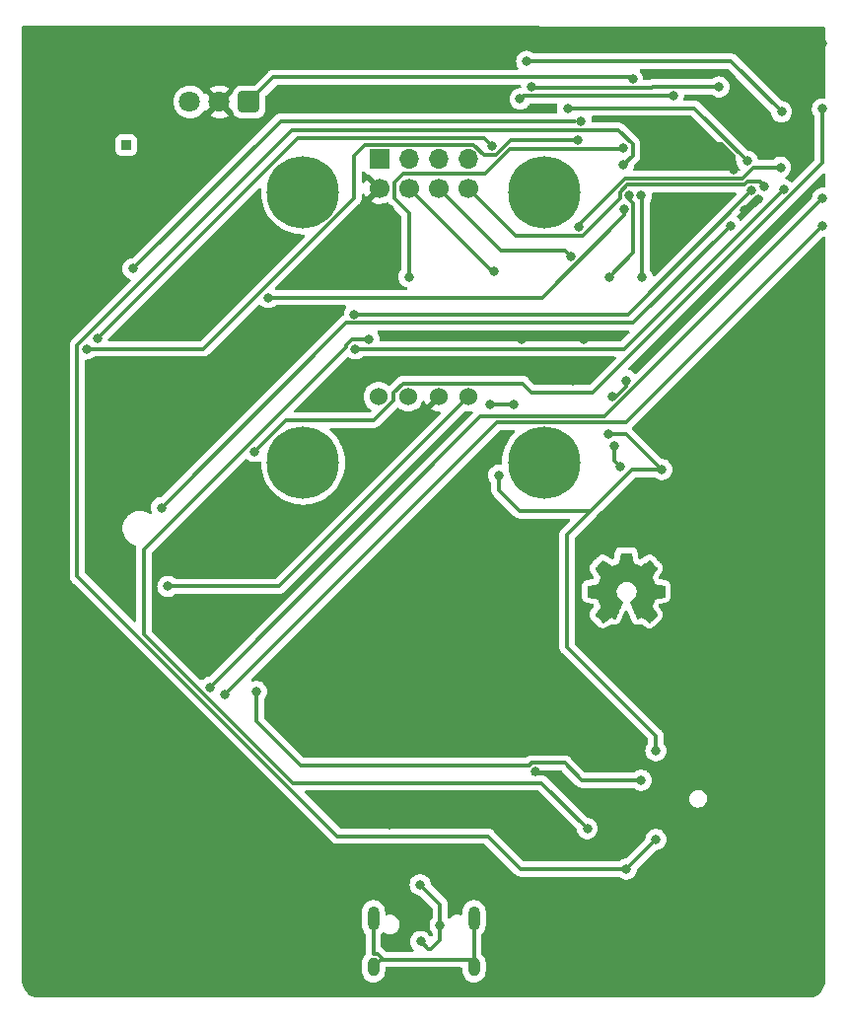
<source format=gbr>
G04 #@! TF.GenerationSoftware,KiCad,Pcbnew,6.0.11-2627ca5db0~126~ubuntu20.04.1*
G04 #@! TF.CreationDate,2023-09-01T18:57:17-05:00*
G04 #@! TF.ProjectId,iot-badge-915,696f742d-6261-4646-9765-2d3931352e6b,rev?*
G04 #@! TF.SameCoordinates,Original*
G04 #@! TF.FileFunction,Copper,L2,Bot*
G04 #@! TF.FilePolarity,Positive*
%FSLAX46Y46*%
G04 Gerber Fmt 4.6, Leading zero omitted, Abs format (unit mm)*
G04 Created by KiCad (PCBNEW 6.0.11-2627ca5db0~126~ubuntu20.04.1) date 2023-09-01 18:57:17*
%MOMM*%
%LPD*%
G01*
G04 APERTURE LIST*
G04 Aperture macros list*
%AMRoundRect*
0 Rectangle with rounded corners*
0 $1 Rounding radius*
0 $2 $3 $4 $5 $6 $7 $8 $9 X,Y pos of 4 corners*
0 Add a 4 corners polygon primitive as box body*
4,1,4,$2,$3,$4,$5,$6,$7,$8,$9,$2,$3,0*
0 Add four circle primitives for the rounded corners*
1,1,$1+$1,$2,$3*
1,1,$1+$1,$4,$5*
1,1,$1+$1,$6,$7*
1,1,$1+$1,$8,$9*
0 Add four rect primitives between the rounded corners*
20,1,$1+$1,$2,$3,$4,$5,0*
20,1,$1+$1,$4,$5,$6,$7,0*
20,1,$1+$1,$6,$7,$8,$9,0*
20,1,$1+$1,$8,$9,$2,$3,0*%
G04 Aperture macros list end*
G04 #@! TA.AperFunction,EtchedComponent*
%ADD10C,0.010000*%
G04 #@! TD*
G04 #@! TA.AperFunction,ComponentPad*
%ADD11O,1.000000X2.100000*%
G04 #@! TD*
G04 #@! TA.AperFunction,ComponentPad*
%ADD12O,1.000000X1.600000*%
G04 #@! TD*
G04 #@! TA.AperFunction,ComponentPad*
%ADD13C,6.200000*%
G04 #@! TD*
G04 #@! TA.AperFunction,ComponentPad*
%ADD14C,1.700000*%
G04 #@! TD*
G04 #@! TA.AperFunction,ComponentPad*
%ADD15C,1.524000*%
G04 #@! TD*
G04 #@! TA.AperFunction,ComponentPad*
%ADD16RoundRect,0.248400X0.651600X0.651600X-0.651600X0.651600X-0.651600X-0.651600X0.651600X-0.651600X0*%
G04 #@! TD*
G04 #@! TA.AperFunction,ComponentPad*
%ADD17C,1.800000*%
G04 #@! TD*
G04 #@! TA.AperFunction,ComponentPad*
%ADD18R,0.850000X0.850000*%
G04 #@! TD*
G04 #@! TA.AperFunction,ComponentPad*
%ADD19R,1.700000X1.700000*%
G04 #@! TD*
G04 #@! TA.AperFunction,ComponentPad*
%ADD20O,1.700000X1.700000*%
G04 #@! TD*
G04 #@! TA.AperFunction,ViaPad*
%ADD21C,0.800000*%
G04 #@! TD*
G04 #@! TA.AperFunction,Conductor*
%ADD22C,0.300000*%
G04 #@! TD*
G04 APERTURE END LIST*
G36*
X152937275Y-111768931D02*
G01*
X153021095Y-112213555D01*
X153639667Y-112468551D01*
X154010707Y-112216246D01*
X154084144Y-112166506D01*
X154181499Y-112101218D01*
X154265787Y-112045454D01*
X154332631Y-112002078D01*
X154377654Y-111973953D01*
X154396478Y-111963942D01*
X154408039Y-111971061D01*
X154442596Y-112000894D01*
X154494894Y-112049852D01*
X154560500Y-112113440D01*
X154634983Y-112187163D01*
X154713913Y-112266525D01*
X154792856Y-112347031D01*
X154867384Y-112424185D01*
X154933063Y-112493493D01*
X154985463Y-112550457D01*
X155020153Y-112590584D01*
X155032701Y-112609377D01*
X155029782Y-112617451D01*
X155009571Y-112653469D01*
X154972663Y-112712744D01*
X154922050Y-112790630D01*
X154860725Y-112882481D01*
X154791679Y-112983650D01*
X154753787Y-113038826D01*
X154688606Y-113134884D01*
X154632723Y-113218717D01*
X154589117Y-113285777D01*
X154560769Y-113331519D01*
X154550657Y-113351396D01*
X154550823Y-113352497D01*
X154559743Y-113377694D01*
X154580206Y-113429147D01*
X154609360Y-113500135D01*
X154644353Y-113583935D01*
X154682332Y-113673828D01*
X154720445Y-113763091D01*
X154755839Y-113845003D01*
X154785662Y-113912843D01*
X154807061Y-113959890D01*
X154817184Y-113979422D01*
X154823174Y-113981155D01*
X154859566Y-113988969D01*
X154924427Y-114001915D01*
X155012565Y-114018979D01*
X155118787Y-114039151D01*
X155237902Y-114061418D01*
X155300683Y-114073223D01*
X155415912Y-114095748D01*
X155516662Y-114116550D01*
X155597426Y-114134435D01*
X155652698Y-114148208D01*
X155676971Y-114156674D01*
X155681331Y-114165066D01*
X155688563Y-114206072D01*
X155694246Y-114274368D01*
X155698382Y-114363529D01*
X155700977Y-114467128D01*
X155702036Y-114578740D01*
X155701561Y-114691938D01*
X155699559Y-114800296D01*
X155696033Y-114897389D01*
X155690987Y-114976790D01*
X155684427Y-115032072D01*
X155676356Y-115056810D01*
X155671458Y-115059600D01*
X155634930Y-115071569D01*
X155571565Y-115087405D01*
X155488686Y-115105374D01*
X155393618Y-115123741D01*
X155361542Y-115129591D01*
X155213393Y-115156798D01*
X155096961Y-115178663D01*
X155008209Y-115196093D01*
X154943103Y-115209996D01*
X154897606Y-115221277D01*
X154867682Y-115230843D01*
X154849294Y-115239601D01*
X154838407Y-115248457D01*
X154837142Y-115249943D01*
X154819338Y-115280931D01*
X154792994Y-115337634D01*
X154760661Y-115413399D01*
X154724893Y-115501574D01*
X154688244Y-115595507D01*
X154653266Y-115688547D01*
X154622513Y-115774041D01*
X154598538Y-115845336D01*
X154583895Y-115895782D01*
X154581136Y-115918726D01*
X154582981Y-115921703D01*
X154602075Y-115950493D01*
X154637984Y-116003595D01*
X154687378Y-116076117D01*
X154746927Y-116163167D01*
X154813303Y-116259854D01*
X154831520Y-116286456D01*
X154895577Y-116381875D01*
X154950937Y-116467212D01*
X154994439Y-116537405D01*
X155022924Y-116587394D01*
X155033232Y-116612116D01*
X155031011Y-116618616D01*
X155007858Y-116650644D01*
X154962177Y-116702945D01*
X154897241Y-116771999D01*
X154816319Y-116854286D01*
X154722685Y-116946286D01*
X154669165Y-116997781D01*
X154584542Y-117077983D01*
X154510475Y-117146678D01*
X154450941Y-117200252D01*
X154409917Y-117235085D01*
X154391381Y-117247563D01*
X154378646Y-117242938D01*
X154339436Y-117221057D01*
X154282495Y-117185273D01*
X154215250Y-117140117D01*
X154167438Y-117107165D01*
X154071985Y-117041727D01*
X153970125Y-116972228D01*
X153877088Y-116909075D01*
X153694832Y-116785800D01*
X153541841Y-116868520D01*
X153505817Y-116887613D01*
X153440303Y-116920272D01*
X153389640Y-116942819D01*
X153362564Y-116951226D01*
X153353703Y-116940430D01*
X153331699Y-116899323D01*
X153299199Y-116831549D01*
X153258010Y-116741409D01*
X153209942Y-116633205D01*
X153156802Y-116511237D01*
X153100399Y-116379808D01*
X153042542Y-116243218D01*
X152985038Y-116105767D01*
X152929697Y-115971758D01*
X152878326Y-115845491D01*
X152832735Y-115731268D01*
X152794732Y-115633390D01*
X152766124Y-115556157D01*
X152748721Y-115503871D01*
X152744331Y-115480833D01*
X152744628Y-115480160D01*
X152765077Y-115458863D01*
X152807850Y-115425508D01*
X152864117Y-115387011D01*
X152881877Y-115375256D01*
X153017014Y-115263735D01*
X153128856Y-115130906D01*
X153214755Y-114982298D01*
X153272062Y-114823440D01*
X153298131Y-114659860D01*
X153290313Y-114497088D01*
X153258644Y-114352315D01*
X153201782Y-114206124D01*
X153118888Y-114075703D01*
X153005131Y-113951813D01*
X152960433Y-113912235D01*
X152815935Y-113814723D01*
X152659838Y-113749050D01*
X152496667Y-113714630D01*
X152330943Y-113710874D01*
X152167192Y-113737194D01*
X152009936Y-113793003D01*
X151863698Y-113877714D01*
X151733004Y-113990737D01*
X151622374Y-114131487D01*
X151601105Y-114166342D01*
X151528810Y-114325655D01*
X151490415Y-114491552D01*
X151484914Y-114659737D01*
X151511301Y-114825913D01*
X151568570Y-114985784D01*
X151655717Y-115135053D01*
X151771736Y-115269423D01*
X151915622Y-115384599D01*
X151920294Y-115387702D01*
X151975964Y-115426933D01*
X152017689Y-115460286D01*
X152036746Y-115480833D01*
X152034342Y-115496941D01*
X152019391Y-115543844D01*
X151992881Y-115616539D01*
X151956620Y-115710725D01*
X151912416Y-115822098D01*
X151862076Y-115946358D01*
X151807407Y-116079202D01*
X151750218Y-116216327D01*
X151692316Y-116353432D01*
X151635510Y-116486215D01*
X151581606Y-116610374D01*
X151532412Y-116721606D01*
X151489737Y-116815609D01*
X151455387Y-116888082D01*
X151431171Y-116934722D01*
X151418897Y-116951226D01*
X151408689Y-116948991D01*
X151368586Y-116932926D01*
X151309318Y-116904759D01*
X151239619Y-116868520D01*
X151086629Y-116785800D01*
X150904373Y-116909075D01*
X150850527Y-116945579D01*
X150750374Y-117013784D01*
X150650525Y-117082098D01*
X150566211Y-117140117D01*
X150519679Y-117171736D01*
X150459200Y-117211020D01*
X150414357Y-117237912D01*
X150392455Y-117247883D01*
X150383045Y-117243650D01*
X150349031Y-117217721D01*
X150296595Y-117172070D01*
X150230301Y-117111186D01*
X150154713Y-117039561D01*
X150074396Y-116961683D01*
X149993913Y-116882045D01*
X149917829Y-116805135D01*
X149850707Y-116735445D01*
X149797112Y-116677464D01*
X149761608Y-116635684D01*
X149748759Y-116614593D01*
X149749500Y-116610581D01*
X149764793Y-116577920D01*
X149797462Y-116521412D01*
X149844350Y-116446163D01*
X149902301Y-116357275D01*
X149968157Y-116259854D01*
X149986627Y-116232982D01*
X150051482Y-116138423D01*
X150108609Y-116054827D01*
X150154678Y-115987084D01*
X150186359Y-115940086D01*
X150200324Y-115918726D01*
X150200668Y-115917811D01*
X150196546Y-115891678D01*
X150180807Y-115838740D01*
X150156004Y-115765647D01*
X150124689Y-115679052D01*
X150089417Y-115585608D01*
X150052740Y-115491965D01*
X150017212Y-115404777D01*
X149985386Y-115330695D01*
X149959816Y-115276371D01*
X149943053Y-115248457D01*
X149941374Y-115246724D01*
X149929372Y-115237956D01*
X149909103Y-115229115D01*
X149876529Y-115219292D01*
X149827616Y-115207583D01*
X149758327Y-115193080D01*
X149664625Y-115174876D01*
X149542476Y-115152066D01*
X149387842Y-115123741D01*
X149355770Y-115117780D01*
X149263893Y-115099352D01*
X149186607Y-115081892D01*
X149131236Y-115067133D01*
X149105105Y-115056810D01*
X149100733Y-115048197D01*
X149093445Y-115006826D01*
X149087669Y-114938241D01*
X149083410Y-114848868D01*
X149080673Y-114745135D01*
X149079462Y-114633465D01*
X149079782Y-114520287D01*
X149081636Y-114412026D01*
X149085030Y-114315108D01*
X149089967Y-114235959D01*
X149096452Y-114181006D01*
X149104489Y-114156674D01*
X149112696Y-114153079D01*
X149153519Y-114141748D01*
X149222524Y-114125722D01*
X149314203Y-114106195D01*
X149423050Y-114084362D01*
X149543558Y-114061418D01*
X149609357Y-114049159D01*
X149722135Y-114027901D01*
X149819207Y-114009287D01*
X149895382Y-113994328D01*
X149945469Y-113984036D01*
X149964276Y-113979422D01*
X149964983Y-113978471D01*
X149976961Y-113954310D01*
X149999794Y-113903694D01*
X150030630Y-113833338D01*
X150066613Y-113749958D01*
X150104891Y-113660270D01*
X150142609Y-113570989D01*
X150176913Y-113488832D01*
X150204949Y-113420513D01*
X150223864Y-113372748D01*
X150230803Y-113352254D01*
X150227742Y-113345043D01*
X150207372Y-113310728D01*
X150170422Y-113252970D01*
X150119860Y-113176299D01*
X150058657Y-113085248D01*
X149989781Y-112984350D01*
X149951994Y-112929093D01*
X149886782Y-112832215D01*
X149830871Y-112747193D01*
X149787241Y-112678662D01*
X149758877Y-112631260D01*
X149748759Y-112609623D01*
X149755790Y-112597887D01*
X149785197Y-112562818D01*
X149833441Y-112509745D01*
X149896093Y-112443164D01*
X149968725Y-112367574D01*
X150046908Y-112287472D01*
X150126214Y-112207354D01*
X150202213Y-112131718D01*
X150270478Y-112065062D01*
X150326580Y-112011882D01*
X150366090Y-111976676D01*
X150384579Y-111963942D01*
X150394843Y-111968893D01*
X150432530Y-111991857D01*
X150493348Y-112030938D01*
X150572913Y-112083272D01*
X150666843Y-112145996D01*
X150770754Y-112216246D01*
X151141794Y-112468551D01*
X151451080Y-112341053D01*
X151760365Y-112213555D01*
X151844186Y-111768931D01*
X151928006Y-111324307D01*
X152853454Y-111324307D01*
X152937275Y-111768931D01*
G37*
D10*
X152937275Y-111768931D02*
X153021095Y-112213555D01*
X153639667Y-112468551D01*
X154010707Y-112216246D01*
X154084144Y-112166506D01*
X154181499Y-112101218D01*
X154265787Y-112045454D01*
X154332631Y-112002078D01*
X154377654Y-111973953D01*
X154396478Y-111963942D01*
X154408039Y-111971061D01*
X154442596Y-112000894D01*
X154494894Y-112049852D01*
X154560500Y-112113440D01*
X154634983Y-112187163D01*
X154713913Y-112266525D01*
X154792856Y-112347031D01*
X154867384Y-112424185D01*
X154933063Y-112493493D01*
X154985463Y-112550457D01*
X155020153Y-112590584D01*
X155032701Y-112609377D01*
X155029782Y-112617451D01*
X155009571Y-112653469D01*
X154972663Y-112712744D01*
X154922050Y-112790630D01*
X154860725Y-112882481D01*
X154791679Y-112983650D01*
X154753787Y-113038826D01*
X154688606Y-113134884D01*
X154632723Y-113218717D01*
X154589117Y-113285777D01*
X154560769Y-113331519D01*
X154550657Y-113351396D01*
X154550823Y-113352497D01*
X154559743Y-113377694D01*
X154580206Y-113429147D01*
X154609360Y-113500135D01*
X154644353Y-113583935D01*
X154682332Y-113673828D01*
X154720445Y-113763091D01*
X154755839Y-113845003D01*
X154785662Y-113912843D01*
X154807061Y-113959890D01*
X154817184Y-113979422D01*
X154823174Y-113981155D01*
X154859566Y-113988969D01*
X154924427Y-114001915D01*
X155012565Y-114018979D01*
X155118787Y-114039151D01*
X155237902Y-114061418D01*
X155300683Y-114073223D01*
X155415912Y-114095748D01*
X155516662Y-114116550D01*
X155597426Y-114134435D01*
X155652698Y-114148208D01*
X155676971Y-114156674D01*
X155681331Y-114165066D01*
X155688563Y-114206072D01*
X155694246Y-114274368D01*
X155698382Y-114363529D01*
X155700977Y-114467128D01*
X155702036Y-114578740D01*
X155701561Y-114691938D01*
X155699559Y-114800296D01*
X155696033Y-114897389D01*
X155690987Y-114976790D01*
X155684427Y-115032072D01*
X155676356Y-115056810D01*
X155671458Y-115059600D01*
X155634930Y-115071569D01*
X155571565Y-115087405D01*
X155488686Y-115105374D01*
X155393618Y-115123741D01*
X155361542Y-115129591D01*
X155213393Y-115156798D01*
X155096961Y-115178663D01*
X155008209Y-115196093D01*
X154943103Y-115209996D01*
X154897606Y-115221277D01*
X154867682Y-115230843D01*
X154849294Y-115239601D01*
X154838407Y-115248457D01*
X154837142Y-115249943D01*
X154819338Y-115280931D01*
X154792994Y-115337634D01*
X154760661Y-115413399D01*
X154724893Y-115501574D01*
X154688244Y-115595507D01*
X154653266Y-115688547D01*
X154622513Y-115774041D01*
X154598538Y-115845336D01*
X154583895Y-115895782D01*
X154581136Y-115918726D01*
X154582981Y-115921703D01*
X154602075Y-115950493D01*
X154637984Y-116003595D01*
X154687378Y-116076117D01*
X154746927Y-116163167D01*
X154813303Y-116259854D01*
X154831520Y-116286456D01*
X154895577Y-116381875D01*
X154950937Y-116467212D01*
X154994439Y-116537405D01*
X155022924Y-116587394D01*
X155033232Y-116612116D01*
X155031011Y-116618616D01*
X155007858Y-116650644D01*
X154962177Y-116702945D01*
X154897241Y-116771999D01*
X154816319Y-116854286D01*
X154722685Y-116946286D01*
X154669165Y-116997781D01*
X154584542Y-117077983D01*
X154510475Y-117146678D01*
X154450941Y-117200252D01*
X154409917Y-117235085D01*
X154391381Y-117247563D01*
X154378646Y-117242938D01*
X154339436Y-117221057D01*
X154282495Y-117185273D01*
X154215250Y-117140117D01*
X154167438Y-117107165D01*
X154071985Y-117041727D01*
X153970125Y-116972228D01*
X153877088Y-116909075D01*
X153694832Y-116785800D01*
X153541841Y-116868520D01*
X153505817Y-116887613D01*
X153440303Y-116920272D01*
X153389640Y-116942819D01*
X153362564Y-116951226D01*
X153353703Y-116940430D01*
X153331699Y-116899323D01*
X153299199Y-116831549D01*
X153258010Y-116741409D01*
X153209942Y-116633205D01*
X153156802Y-116511237D01*
X153100399Y-116379808D01*
X153042542Y-116243218D01*
X152985038Y-116105767D01*
X152929697Y-115971758D01*
X152878326Y-115845491D01*
X152832735Y-115731268D01*
X152794732Y-115633390D01*
X152766124Y-115556157D01*
X152748721Y-115503871D01*
X152744331Y-115480833D01*
X152744628Y-115480160D01*
X152765077Y-115458863D01*
X152807850Y-115425508D01*
X152864117Y-115387011D01*
X152881877Y-115375256D01*
X153017014Y-115263735D01*
X153128856Y-115130906D01*
X153214755Y-114982298D01*
X153272062Y-114823440D01*
X153298131Y-114659860D01*
X153290313Y-114497088D01*
X153258644Y-114352315D01*
X153201782Y-114206124D01*
X153118888Y-114075703D01*
X153005131Y-113951813D01*
X152960433Y-113912235D01*
X152815935Y-113814723D01*
X152659838Y-113749050D01*
X152496667Y-113714630D01*
X152330943Y-113710874D01*
X152167192Y-113737194D01*
X152009936Y-113793003D01*
X151863698Y-113877714D01*
X151733004Y-113990737D01*
X151622374Y-114131487D01*
X151601105Y-114166342D01*
X151528810Y-114325655D01*
X151490415Y-114491552D01*
X151484914Y-114659737D01*
X151511301Y-114825913D01*
X151568570Y-114985784D01*
X151655717Y-115135053D01*
X151771736Y-115269423D01*
X151915622Y-115384599D01*
X151920294Y-115387702D01*
X151975964Y-115426933D01*
X152017689Y-115460286D01*
X152036746Y-115480833D01*
X152034342Y-115496941D01*
X152019391Y-115543844D01*
X151992881Y-115616539D01*
X151956620Y-115710725D01*
X151912416Y-115822098D01*
X151862076Y-115946358D01*
X151807407Y-116079202D01*
X151750218Y-116216327D01*
X151692316Y-116353432D01*
X151635510Y-116486215D01*
X151581606Y-116610374D01*
X151532412Y-116721606D01*
X151489737Y-116815609D01*
X151455387Y-116888082D01*
X151431171Y-116934722D01*
X151418897Y-116951226D01*
X151408689Y-116948991D01*
X151368586Y-116932926D01*
X151309318Y-116904759D01*
X151239619Y-116868520D01*
X151086629Y-116785800D01*
X150904373Y-116909075D01*
X150850527Y-116945579D01*
X150750374Y-117013784D01*
X150650525Y-117082098D01*
X150566211Y-117140117D01*
X150519679Y-117171736D01*
X150459200Y-117211020D01*
X150414357Y-117237912D01*
X150392455Y-117247883D01*
X150383045Y-117243650D01*
X150349031Y-117217721D01*
X150296595Y-117172070D01*
X150230301Y-117111186D01*
X150154713Y-117039561D01*
X150074396Y-116961683D01*
X149993913Y-116882045D01*
X149917829Y-116805135D01*
X149850707Y-116735445D01*
X149797112Y-116677464D01*
X149761608Y-116635684D01*
X149748759Y-116614593D01*
X149749500Y-116610581D01*
X149764793Y-116577920D01*
X149797462Y-116521412D01*
X149844350Y-116446163D01*
X149902301Y-116357275D01*
X149968157Y-116259854D01*
X149986627Y-116232982D01*
X150051482Y-116138423D01*
X150108609Y-116054827D01*
X150154678Y-115987084D01*
X150186359Y-115940086D01*
X150200324Y-115918726D01*
X150200668Y-115917811D01*
X150196546Y-115891678D01*
X150180807Y-115838740D01*
X150156004Y-115765647D01*
X150124689Y-115679052D01*
X150089417Y-115585608D01*
X150052740Y-115491965D01*
X150017212Y-115404777D01*
X149985386Y-115330695D01*
X149959816Y-115276371D01*
X149943053Y-115248457D01*
X149941374Y-115246724D01*
X149929372Y-115237956D01*
X149909103Y-115229115D01*
X149876529Y-115219292D01*
X149827616Y-115207583D01*
X149758327Y-115193080D01*
X149664625Y-115174876D01*
X149542476Y-115152066D01*
X149387842Y-115123741D01*
X149355770Y-115117780D01*
X149263893Y-115099352D01*
X149186607Y-115081892D01*
X149131236Y-115067133D01*
X149105105Y-115056810D01*
X149100733Y-115048197D01*
X149093445Y-115006826D01*
X149087669Y-114938241D01*
X149083410Y-114848868D01*
X149080673Y-114745135D01*
X149079462Y-114633465D01*
X149079782Y-114520287D01*
X149081636Y-114412026D01*
X149085030Y-114315108D01*
X149089967Y-114235959D01*
X149096452Y-114181006D01*
X149104489Y-114156674D01*
X149112696Y-114153079D01*
X149153519Y-114141748D01*
X149222524Y-114125722D01*
X149314203Y-114106195D01*
X149423050Y-114084362D01*
X149543558Y-114061418D01*
X149609357Y-114049159D01*
X149722135Y-114027901D01*
X149819207Y-114009287D01*
X149895382Y-113994328D01*
X149945469Y-113984036D01*
X149964276Y-113979422D01*
X149964983Y-113978471D01*
X149976961Y-113954310D01*
X149999794Y-113903694D01*
X150030630Y-113833338D01*
X150066613Y-113749958D01*
X150104891Y-113660270D01*
X150142609Y-113570989D01*
X150176913Y-113488832D01*
X150204949Y-113420513D01*
X150223864Y-113372748D01*
X150230803Y-113352254D01*
X150227742Y-113345043D01*
X150207372Y-113310728D01*
X150170422Y-113252970D01*
X150119860Y-113176299D01*
X150058657Y-113085248D01*
X149989781Y-112984350D01*
X149951994Y-112929093D01*
X149886782Y-112832215D01*
X149830871Y-112747193D01*
X149787241Y-112678662D01*
X149758877Y-112631260D01*
X149748759Y-112609623D01*
X149755790Y-112597887D01*
X149785197Y-112562818D01*
X149833441Y-112509745D01*
X149896093Y-112443164D01*
X149968725Y-112367574D01*
X150046908Y-112287472D01*
X150126214Y-112207354D01*
X150202213Y-112131718D01*
X150270478Y-112065062D01*
X150326580Y-112011882D01*
X150366090Y-111976676D01*
X150384579Y-111963942D01*
X150394843Y-111968893D01*
X150432530Y-111991857D01*
X150493348Y-112030938D01*
X150572913Y-112083272D01*
X150666843Y-112145996D01*
X150770754Y-112216246D01*
X151141794Y-112468551D01*
X151451080Y-112341053D01*
X151760365Y-112213555D01*
X151844186Y-111768931D01*
X151928006Y-111324307D01*
X152853454Y-111324307D01*
X152937275Y-111768931D01*
D11*
X130680000Y-142666000D03*
D12*
X139320000Y-146846000D03*
X130680000Y-146846000D03*
D11*
X139320000Y-142666000D03*
D13*
X145350000Y-103548000D03*
X145350000Y-80348000D03*
X124650000Y-80348000D03*
X124650000Y-103548000D03*
D14*
X131190000Y-79998000D03*
X133730000Y-79998000D03*
X136270000Y-79998000D03*
X138810000Y-79998000D03*
D15*
X131137000Y-97898000D03*
X133677000Y-97898000D03*
X136323000Y-97898000D03*
X138863000Y-97898000D03*
D16*
X120000000Y-72600000D03*
D17*
X117460000Y-72600000D03*
X114920000Y-72600000D03*
D18*
X109450000Y-76300000D03*
D19*
X131190000Y-77458000D03*
D20*
X133730000Y-77458000D03*
X136270000Y-77458000D03*
X138810000Y-77458000D03*
D21*
X147639667Y-85870263D03*
X164268000Y-79838700D03*
X169245000Y-73198500D03*
X120475000Y-102603000D03*
X148533000Y-74251000D03*
X110058000Y-86919000D03*
X106046000Y-93800400D03*
X148247000Y-75839700D03*
X140894000Y-76375600D03*
X106985000Y-92933800D03*
X121662000Y-89393800D03*
X152227000Y-81771600D03*
X129115000Y-93792800D03*
X165896000Y-80128600D03*
X148340000Y-83339700D03*
X165651000Y-78222100D03*
X129052000Y-90819600D03*
X163124000Y-80213500D03*
X113042500Y-114177000D03*
X140000000Y-103000000D03*
X103100000Y-78800000D03*
X111000000Y-76900000D03*
X105900000Y-67515523D03*
X125816000Y-137063000D03*
X158000000Y-75345000D03*
X161624000Y-78450200D03*
X132080000Y-81800000D03*
X103100000Y-77600000D03*
X106772000Y-141286000D03*
X167640000Y-88900000D03*
X152550000Y-148077000D03*
X130592023Y-125947977D03*
X128270000Y-127492500D03*
X108228000Y-68072000D03*
X112200000Y-75700000D03*
X167640000Y-99060000D03*
X112800000Y-70800000D03*
X137534000Y-132943000D03*
X148728500Y-92964000D03*
X102200000Y-74800000D03*
X104500000Y-80800000D03*
X107400000Y-76200000D03*
X101092000Y-71800000D03*
X163462600Y-96968100D03*
X104300000Y-79600000D03*
X160090000Y-148077000D03*
X143424700Y-92967100D03*
X162560000Y-73660000D03*
X121920000Y-148500000D03*
X105900000Y-71800000D03*
X107600000Y-71800000D03*
X116945000Y-140822000D03*
X116909500Y-86099700D03*
X144272000Y-132588000D03*
X116840000Y-134620000D03*
X101200000Y-69088000D03*
X105800000Y-86360000D03*
X105900000Y-70500000D03*
X142240000Y-126300000D03*
X168230000Y-144367000D03*
X117250000Y-98072300D03*
X102200000Y-76200000D03*
X148400000Y-128300000D03*
X101300000Y-73000000D03*
X101200000Y-70600000D03*
X154940000Y-148500000D03*
X112800000Y-73200000D03*
X169245000Y-67547500D03*
X108300000Y-70600000D03*
X127000000Y-137160000D03*
X157250000Y-100118200D03*
X107300000Y-84500000D03*
X111000000Y-69700000D03*
X107800000Y-79600000D03*
X112200000Y-69700000D03*
X106680000Y-69088000D03*
X129540000Y-139700000D03*
X107400000Y-73152000D03*
X106600000Y-85600000D03*
X104648000Y-68300000D03*
X163775109Y-80971829D03*
X104500000Y-83100000D03*
X164250000Y-118159000D03*
X148577500Y-94974023D03*
X109100000Y-77724000D03*
X147806023Y-96541977D03*
X160020000Y-81280000D03*
X168000000Y-148500000D03*
X111000000Y-75700000D03*
X102640000Y-83750500D03*
X116942000Y-129040000D03*
X114214000Y-148873000D03*
X102200000Y-73500000D03*
X110236000Y-66548000D03*
X156972000Y-91654498D03*
X160020000Y-114300000D03*
X122160000Y-141328000D03*
X149860000Y-133745000D03*
X107300000Y-82100000D03*
X114435000Y-133659000D03*
X109220000Y-69596000D03*
X107000000Y-66499523D03*
X129540000Y-85500000D03*
X144611000Y-130084000D03*
X111760000Y-137160000D03*
X101505000Y-86510600D03*
X112800000Y-74400000D03*
X107300000Y-83300000D03*
X107300000Y-80900000D03*
X167307000Y-101749100D03*
X158750000Y-138430000D03*
X144750000Y-148077000D03*
X132080000Y-134620000D03*
X104500000Y-82000000D03*
X108700000Y-78800000D03*
X102616000Y-68300000D03*
X162540425Y-81857040D03*
X112800000Y-72000000D03*
X134300000Y-71640900D03*
X109229000Y-136724000D03*
X107400000Y-74676000D03*
X165100000Y-67000000D03*
X101905000Y-101749000D03*
X153691000Y-80656000D03*
X153755000Y-87630600D03*
X134750000Y-144650000D03*
X134700000Y-139782000D03*
X136415000Y-143256000D03*
X150876000Y-101092000D03*
X152423516Y-96499561D03*
X155448000Y-104140000D03*
X151193538Y-97853534D03*
X141465500Y-104626023D03*
X140716000Y-98552000D03*
X142748000Y-98552000D03*
X141009000Y-87136600D03*
X154940000Y-128270000D03*
X151870023Y-103873500D03*
X151384000Y-102108000D03*
X152632000Y-80644300D03*
X150927000Y-87646300D03*
X165735000Y-73438000D03*
X143850000Y-69107100D03*
X144288000Y-71273300D03*
X160364000Y-71306500D03*
X156450000Y-72064900D03*
X143278000Y-72336000D03*
X147357000Y-73140100D03*
X162801000Y-77678900D03*
X152161000Y-76523900D03*
X133742000Y-87610200D03*
X130308000Y-92967100D03*
X149053000Y-134955000D03*
X152158000Y-77986800D03*
X152400000Y-138430000D03*
X154940000Y-135890000D03*
X161368000Y-83217900D03*
X112486000Y-107420000D03*
X169245000Y-83235000D03*
X117957000Y-123448000D03*
X116667000Y-122824000D03*
X120650000Y-123190000D03*
X153670000Y-130810000D03*
X169245000Y-80862400D03*
X152944000Y-70648800D03*
D22*
X147113404Y-85344000D02*
X141616000Y-85344000D01*
X147639667Y-85870263D02*
X147113404Y-85344000D01*
X141616000Y-85344000D02*
X136270000Y-79998000D01*
X148626000Y-84115200D02*
X151882000Y-80859400D01*
X142927000Y-84115200D02*
X148626000Y-84115200D01*
X162577000Y-79699800D02*
X162814000Y-79463400D01*
X162814000Y-79463400D02*
X163893000Y-79463400D01*
X151882000Y-80333700D02*
X152516000Y-79699800D01*
X163893000Y-79463400D02*
X164268000Y-79838700D01*
X138810000Y-79998000D02*
X142927000Y-84115200D01*
X151882000Y-80859400D02*
X151882000Y-80333700D01*
X152516000Y-79699800D02*
X162577000Y-79699800D01*
X144272000Y-97536000D02*
X149549400Y-97536000D01*
X143492900Y-96756900D02*
X144272000Y-97536000D01*
X130707000Y-99909400D02*
X132407000Y-98209700D01*
X120475000Y-102603000D02*
X123169000Y-99909400D01*
X123169000Y-99909400D02*
X130707000Y-99909400D01*
X133237000Y-96756900D02*
X143492900Y-96756900D01*
X149549400Y-97536000D02*
X169245000Y-77840400D01*
X132407000Y-98209700D02*
X132407000Y-97586700D01*
X169245000Y-77840400D02*
X169245000Y-73198500D01*
X132407000Y-97586700D02*
X133237000Y-96756900D01*
X110058000Y-86919000D02*
X122726000Y-74251000D01*
X122726000Y-74251000D02*
X148000000Y-74251000D01*
X129990000Y-76258000D02*
X139307057Y-76258000D01*
X116077000Y-93800400D02*
X129032000Y-80845400D01*
X140174757Y-77125700D02*
X141205000Y-77125700D01*
X142491000Y-75839700D02*
X148247000Y-75839700D01*
X129032000Y-80845400D02*
X129032000Y-77216000D01*
X139307057Y-76258000D02*
X140174757Y-77125700D01*
X129032000Y-77216000D02*
X129990000Y-76258000D01*
X106046000Y-93800400D02*
X116077000Y-93800400D01*
X141205000Y-77125700D02*
X142491000Y-75839700D01*
X106985000Y-92933800D02*
X124226800Y-75692000D01*
X124226800Y-75692000D02*
X140210400Y-75692000D01*
X140210400Y-75692000D02*
X140894000Y-76375600D01*
X152227000Y-82343000D02*
X152227000Y-81771600D01*
X121662000Y-89393800D02*
X145176000Y-89393800D01*
X145176000Y-89393800D02*
X152227000Y-82343000D01*
X152232000Y-93792800D02*
X129115000Y-93792800D01*
X165896000Y-80128600D02*
X152232000Y-93792800D01*
X152309000Y-79199700D02*
X162370000Y-79199700D01*
X148340000Y-83168900D02*
X152309000Y-79199700D01*
X162370000Y-79199700D02*
X163348000Y-78222100D01*
X148340000Y-83339700D02*
X148340000Y-83168900D01*
X163348000Y-78222100D02*
X165651000Y-78222100D01*
X129052000Y-90819600D02*
X152518000Y-90819600D01*
X152518000Y-90819600D02*
X163124000Y-80213500D01*
X122584000Y-114177000D02*
X138863000Y-97898000D01*
X113042500Y-114177000D02*
X122584000Y-114177000D01*
X160615000Y-76200000D02*
X158855000Y-76200000D01*
X163775109Y-80971829D02*
X163425636Y-80971829D01*
X148577500Y-94974023D02*
X148577500Y-95770500D01*
X161624000Y-78450200D02*
X161624000Y-77209400D01*
X158855000Y-76200000D02*
X158000000Y-75345000D01*
X161624000Y-77209400D02*
X160615000Y-76200000D01*
X148577500Y-95770500D02*
X147806023Y-96541977D01*
X167640000Y-99060000D02*
X167640000Y-88900000D01*
X163425636Y-80971829D02*
X162540425Y-81857040D01*
X131528000Y-146192000D02*
X131032000Y-145696000D01*
X131334000Y-146192000D02*
X130680000Y-146846000D01*
X131528000Y-146192000D02*
X131334000Y-146192000D01*
X139320000Y-146192000D02*
X131528000Y-146192000D01*
X139320000Y-142666000D02*
X139320000Y-146192000D01*
X130680000Y-145696000D02*
X130680000Y-142666000D01*
X131032000Y-145696000D02*
X130680000Y-145696000D01*
X139320000Y-146192000D02*
X139320000Y-146846000D01*
X153755000Y-87630600D02*
X153755000Y-80720000D01*
X153755000Y-80720000D02*
X153691000Y-80656000D01*
X136415000Y-141497000D02*
X134700000Y-139782000D01*
X134750000Y-144650000D02*
X135388000Y-145288000D01*
X135388000Y-145288000D02*
X135636000Y-145288000D01*
X136415000Y-143256000D02*
X136415000Y-141497000D01*
X135636000Y-145288000D02*
X136415000Y-144509000D01*
X136415000Y-144509000D02*
X136415000Y-143256000D01*
X155448000Y-104140000D02*
X152908000Y-104140000D01*
X155448000Y-104140000D02*
X152400000Y-101092000D01*
X140869000Y-87136600D02*
X141009000Y-87136600D01*
X152423516Y-96976424D02*
X152423516Y-96499561D01*
X147320000Y-109728000D02*
X147320000Y-119380000D01*
X141465500Y-105905500D02*
X141465500Y-104626023D01*
X140716000Y-98552000D02*
X142748000Y-98552000D01*
X152908000Y-104140000D02*
X149860000Y-107188000D01*
X149860000Y-107188000D02*
X149479000Y-107569000D01*
X154940000Y-127000000D02*
X154940000Y-128270000D01*
X152400000Y-101092000D02*
X150876000Y-101092000D01*
X149479000Y-107569000D02*
X147320000Y-109728000D01*
X151546406Y-97853534D02*
X152385970Y-97013970D01*
X143256000Y-107696000D02*
X141465500Y-105905500D01*
X152385970Y-97013970D02*
X152423516Y-96976424D01*
X149352000Y-107696000D02*
X143256000Y-107696000D01*
X149479000Y-107569000D02*
X149352000Y-107696000D01*
X147320000Y-119380000D02*
X154940000Y-127000000D01*
X151193538Y-97853534D02*
X151546406Y-97853534D01*
X133730000Y-79998000D02*
X140869000Y-87136600D01*
X151384000Y-103387477D02*
X151384000Y-102108000D01*
X151870023Y-103873500D02*
X151384000Y-103387477D01*
X152632000Y-80644300D02*
X152632000Y-80925500D01*
X153020000Y-81313700D02*
X153020000Y-85553000D01*
X152632000Y-80925500D02*
X153020000Y-81313700D01*
X153020000Y-85553000D02*
X150927000Y-87646300D01*
X165735000Y-73438000D02*
X161404000Y-69107100D01*
X161404000Y-69107100D02*
X143850000Y-69107100D01*
X154600000Y-71399000D02*
X154693000Y-71306500D01*
X144414000Y-71399000D02*
X154600000Y-71399000D01*
X144288000Y-71273300D02*
X144414000Y-71399000D01*
X154693000Y-71306500D02*
X160364000Y-71306500D01*
X143549000Y-72064900D02*
X143278000Y-72336000D01*
X156450000Y-72064900D02*
X143549000Y-72064900D01*
X158263000Y-73140100D02*
X147357000Y-73140100D01*
X162801000Y-77678900D02*
X158263000Y-73140100D01*
X133742000Y-82119900D02*
X132527000Y-80904200D01*
X128880039Y-92967100D02*
X130308000Y-92967100D01*
X133283100Y-78740000D02*
X140297806Y-78740000D01*
X128365000Y-93631000D02*
X128365000Y-93482139D01*
X145149000Y-131051000D02*
X123766000Y-131051000D01*
X132527000Y-79496100D02*
X133283100Y-78740000D01*
X140297806Y-78740000D02*
X142367406Y-76670400D01*
X152014000Y-76670400D02*
X152161000Y-76523900D01*
X110970000Y-118254000D02*
X110970000Y-111026000D01*
X110970000Y-111026000D02*
X128365000Y-93631000D01*
X123766000Y-131051000D02*
X110970000Y-118254000D01*
X128365000Y-93482139D02*
X128880039Y-92967100D01*
X132527000Y-80904200D02*
X132527000Y-79496100D01*
X149053000Y-134955000D02*
X145149000Y-131051000D01*
X142367406Y-76670400D02*
X152014000Y-76670400D01*
X133742000Y-87610200D02*
X133742000Y-82119900D01*
X152954000Y-76248200D02*
X152954000Y-77190100D01*
X127580000Y-135615000D02*
X105258000Y-113293000D01*
X140546000Y-135615000D02*
X127580000Y-135615000D01*
X151752000Y-75045400D02*
X152954000Y-76248200D01*
X152400000Y-138430000D02*
X143361000Y-138430000D01*
X152954000Y-77190100D02*
X152158000Y-77986800D01*
X105258000Y-93497800D02*
X123711000Y-75045400D01*
X152400000Y-138430000D02*
X154940000Y-135890000D01*
X123711000Y-75045400D02*
X151752000Y-75045400D01*
X143361000Y-138430000D02*
X140546000Y-135615000D01*
X105258000Y-113293000D02*
X105258000Y-93497800D01*
X161368000Y-83217900D02*
X153016000Y-91569800D01*
X153016000Y-91569800D02*
X128337000Y-91569800D01*
X128337000Y-91569800D02*
X112486000Y-107420000D01*
X141309000Y-100096000D02*
X152384000Y-100096000D01*
X117957000Y-123448000D02*
X141309000Y-100096000D01*
X152384000Y-100096000D02*
X169245000Y-83235000D01*
X120650000Y-125730000D02*
X120650000Y-123190000D01*
X148590000Y-130810000D02*
X147114000Y-129334000D01*
X139895000Y-99596000D02*
X150511000Y-99596000D01*
X144094339Y-129540000D02*
X124460000Y-129540000D01*
X147114000Y-129334000D02*
X144300339Y-129334000D01*
X124460000Y-129540000D02*
X120650000Y-125730000D01*
X150511000Y-99596000D02*
X169245000Y-80862400D01*
X144300339Y-129334000D02*
X144094339Y-129540000D01*
X116667000Y-122824000D02*
X139895000Y-99596000D01*
X153670000Y-130810000D02*
X148590000Y-130810000D01*
X152777000Y-70481800D02*
X122118200Y-70481800D01*
X152944000Y-70648800D02*
X152777000Y-70481800D01*
X122118200Y-70481800D02*
X120000000Y-72600000D01*
G04 #@! TA.AperFunction,Conductor*
G36*
X144952692Y-66060002D02*
G01*
X144999185Y-66113658D01*
X145000000Y-66115844D01*
X145000000Y-66129999D01*
X169365500Y-66129999D01*
X169433621Y-66150001D01*
X169480114Y-66203657D01*
X169491500Y-66255999D01*
X169491500Y-72166629D01*
X169471498Y-72234750D01*
X169417842Y-72281243D01*
X169352329Y-72291939D01*
X169346949Y-72291374D01*
X169340487Y-72290000D01*
X169149513Y-72290000D01*
X169143061Y-72291372D01*
X169143056Y-72291372D01*
X169056113Y-72309853D01*
X168962712Y-72329706D01*
X168956682Y-72332391D01*
X168956681Y-72332391D01*
X168794278Y-72404697D01*
X168794276Y-72404698D01*
X168788248Y-72407382D01*
X168633747Y-72519634D01*
X168629326Y-72524544D01*
X168629325Y-72524545D01*
X168519173Y-72646882D01*
X168505960Y-72661556D01*
X168410473Y-72826944D01*
X168351458Y-73008572D01*
X168331496Y-73198500D01*
X168332186Y-73205065D01*
X168346296Y-73339310D01*
X168351458Y-73388428D01*
X168410473Y-73570056D01*
X168413776Y-73575778D01*
X168413777Y-73575779D01*
X168447510Y-73634206D01*
X168505960Y-73735444D01*
X168510378Y-73740351D01*
X168510379Y-73740352D01*
X168554136Y-73788949D01*
X168584854Y-73852956D01*
X168586500Y-73873259D01*
X168586500Y-77515450D01*
X168566498Y-77583571D01*
X168549595Y-77604545D01*
X166694550Y-79459590D01*
X166632238Y-79493616D01*
X166561423Y-79488551D01*
X166517149Y-79458429D01*
X166516580Y-79459061D01*
X166511946Y-79454888D01*
X166511812Y-79454797D01*
X166507253Y-79449734D01*
X166483039Y-79432141D01*
X166358094Y-79341363D01*
X166358093Y-79341362D01*
X166352752Y-79337482D01*
X166346724Y-79334798D01*
X166346722Y-79334797D01*
X166184319Y-79262491D01*
X166184318Y-79262491D01*
X166178288Y-79259806D01*
X166134618Y-79250524D01*
X166072146Y-79216796D01*
X166037824Y-79154646D01*
X166042552Y-79083807D01*
X166084827Y-79026770D01*
X166097815Y-79018159D01*
X166101726Y-79015901D01*
X166107752Y-79013218D01*
X166262253Y-78900966D01*
X166282682Y-78878277D01*
X166385621Y-78763952D01*
X166385622Y-78763951D01*
X166390040Y-78759044D01*
X166485527Y-78593656D01*
X166544542Y-78412028D01*
X166546094Y-78397268D01*
X166563814Y-78228665D01*
X166564504Y-78222100D01*
X166563814Y-78215535D01*
X166545232Y-78038735D01*
X166545232Y-78038733D01*
X166544542Y-78032172D01*
X166485527Y-77850544D01*
X166390040Y-77685156D01*
X166369805Y-77662682D01*
X166266675Y-77548145D01*
X166266674Y-77548144D01*
X166262253Y-77543234D01*
X166107752Y-77430982D01*
X166101724Y-77428298D01*
X166101722Y-77428297D01*
X165939319Y-77355991D01*
X165939318Y-77355991D01*
X165933288Y-77353306D01*
X165821441Y-77329532D01*
X165752944Y-77314972D01*
X165752939Y-77314972D01*
X165746487Y-77313600D01*
X165555513Y-77313600D01*
X165549061Y-77314972D01*
X165549056Y-77314972D01*
X165480559Y-77329532D01*
X165368712Y-77353306D01*
X165362682Y-77355991D01*
X165362681Y-77355991D01*
X165200278Y-77428297D01*
X165200276Y-77428298D01*
X165194248Y-77430982D01*
X165188907Y-77434862D01*
X165188906Y-77434863D01*
X165126789Y-77479994D01*
X165045092Y-77539351D01*
X165044837Y-77539536D01*
X164977969Y-77563394D01*
X164970776Y-77563600D01*
X163810334Y-77563600D01*
X163742213Y-77543598D01*
X163695720Y-77489942D01*
X163690501Y-77476536D01*
X163689298Y-77472832D01*
X163635527Y-77307344D01*
X163540040Y-77141956D01*
X163481057Y-77076448D01*
X163416675Y-77004945D01*
X163416674Y-77004944D01*
X163412253Y-77000034D01*
X163310330Y-76925982D01*
X163263094Y-76891663D01*
X163263093Y-76891662D01*
X163257752Y-76887782D01*
X163251724Y-76885098D01*
X163251722Y-76885097D01*
X163089319Y-76812791D01*
X163089318Y-76812791D01*
X163083288Y-76810106D01*
X162977279Y-76787573D01*
X162902944Y-76771772D01*
X162902939Y-76771772D01*
X162896487Y-76770400D01*
X162876035Y-76770400D01*
X162807914Y-76750398D01*
X162786932Y-76733488D01*
X162783966Y-76730521D01*
X158786682Y-72732533D01*
X158778704Y-72723764D01*
X158778667Y-72723719D01*
X158774416Y-72717020D01*
X158768634Y-72711590D01*
X158768632Y-72711588D01*
X158722782Y-72668532D01*
X158719930Y-72665769D01*
X158702179Y-72648014D01*
X158699377Y-72645212D01*
X158695837Y-72642465D01*
X158686835Y-72634775D01*
X158658911Y-72608553D01*
X158658907Y-72608550D01*
X158653133Y-72603128D01*
X158634370Y-72592813D01*
X158617835Y-72581950D01*
X158600919Y-72568826D01*
X158558492Y-72550462D01*
X158547840Y-72545243D01*
X158546227Y-72544356D01*
X158507337Y-72522976D01*
X158486594Y-72517650D01*
X158467888Y-72511244D01*
X158460919Y-72508228D01*
X158455509Y-72505886D01*
X158455507Y-72505885D01*
X158448233Y-72502737D01*
X158402571Y-72495500D01*
X158390964Y-72493096D01*
X158353872Y-72483572D01*
X158353865Y-72483571D01*
X158346188Y-72481600D01*
X158324774Y-72481600D01*
X158305053Y-72480047D01*
X158291733Y-72477936D01*
X158291732Y-72477936D01*
X158283907Y-72476696D01*
X158270777Y-72477936D01*
X158237888Y-72481042D01*
X158226041Y-72481600D01*
X157443283Y-72481600D01*
X157375162Y-72461598D01*
X157328669Y-72407942D01*
X157318565Y-72337668D01*
X157323450Y-72316663D01*
X157341503Y-72261103D01*
X157343542Y-72254828D01*
X157346025Y-72231210D01*
X157362145Y-72077830D01*
X157389158Y-72012173D01*
X157447380Y-71971543D01*
X157487455Y-71965000D01*
X159683776Y-71965000D01*
X159751897Y-71985002D01*
X159757834Y-71989062D01*
X159907248Y-72097618D01*
X159913276Y-72100302D01*
X159913278Y-72100303D01*
X160062250Y-72166629D01*
X160081712Y-72175294D01*
X160175112Y-72195147D01*
X160262056Y-72213628D01*
X160262061Y-72213628D01*
X160268513Y-72215000D01*
X160459487Y-72215000D01*
X160465939Y-72213628D01*
X160465944Y-72213628D01*
X160552888Y-72195147D01*
X160646288Y-72175294D01*
X160665750Y-72166629D01*
X160814722Y-72100303D01*
X160814724Y-72100302D01*
X160820752Y-72097618D01*
X160975253Y-71985366D01*
X161085524Y-71862898D01*
X161098621Y-71848352D01*
X161098622Y-71848351D01*
X161103040Y-71843444D01*
X161166321Y-71733838D01*
X161195223Y-71683779D01*
X161195224Y-71683778D01*
X161198527Y-71678056D01*
X161257542Y-71496428D01*
X161260224Y-71470916D01*
X161276814Y-71313065D01*
X161277504Y-71306500D01*
X161272439Y-71258309D01*
X161258232Y-71123135D01*
X161258232Y-71123133D01*
X161257542Y-71116572D01*
X161198527Y-70934944D01*
X161103040Y-70769556D01*
X161026165Y-70684177D01*
X160979675Y-70632545D01*
X160979674Y-70632544D01*
X160975253Y-70627634D01*
X160820752Y-70515382D01*
X160814724Y-70512698D01*
X160814722Y-70512697D01*
X160652319Y-70440391D01*
X160652318Y-70440391D01*
X160646288Y-70437706D01*
X160552887Y-70417853D01*
X160465944Y-70399372D01*
X160465939Y-70399372D01*
X160459487Y-70398000D01*
X160268513Y-70398000D01*
X160262061Y-70399372D01*
X160262056Y-70399372D01*
X160175113Y-70417853D01*
X160081712Y-70437706D01*
X160075682Y-70440391D01*
X160075681Y-70440391D01*
X159913278Y-70512697D01*
X159913276Y-70512698D01*
X159907248Y-70515382D01*
X159758092Y-70623751D01*
X159757837Y-70623936D01*
X159690969Y-70647794D01*
X159683776Y-70648000D01*
X154774871Y-70648000D01*
X154764343Y-70647489D01*
X154757244Y-70645882D01*
X154685333Y-70647948D01*
X154681715Y-70648000D01*
X154651568Y-70648000D01*
X154647649Y-70648495D01*
X154645708Y-70648617D01*
X154636057Y-70649363D01*
X154598861Y-70650432D01*
X154598859Y-70650432D01*
X154590937Y-70650660D01*
X154569294Y-70656885D01*
X154550283Y-70660795D01*
X154527936Y-70663618D01*
X154520570Y-70666534D01*
X154520564Y-70666536D01*
X154485964Y-70680236D01*
X154474420Y-70684171D01*
X154431043Y-70696647D01*
X154424211Y-70700663D01*
X154424210Y-70700663D01*
X154411644Y-70708049D01*
X154394182Y-70716575D01*
X154380613Y-70721947D01*
X154380611Y-70721948D01*
X154373244Y-70724865D01*
X154372059Y-70725726D01*
X154314514Y-70740500D01*
X153980593Y-70740500D01*
X153912472Y-70720498D01*
X153865979Y-70666842D01*
X153855283Y-70627670D01*
X153838232Y-70465435D01*
X153838232Y-70465433D01*
X153837542Y-70458872D01*
X153778527Y-70277244D01*
X153683040Y-70111856D01*
X153612540Y-70033558D01*
X153560634Y-69975910D01*
X153529916Y-69911903D01*
X153538681Y-69841449D01*
X153584144Y-69786918D01*
X153654270Y-69765600D01*
X161079056Y-69765600D01*
X161147177Y-69785602D01*
X161168149Y-69802503D01*
X161806052Y-70440391D01*
X164792031Y-73426302D01*
X164826057Y-73488613D01*
X164828247Y-73502228D01*
X164839683Y-73611035D01*
X164841458Y-73627928D01*
X164900473Y-73809556D01*
X164903776Y-73815278D01*
X164903777Y-73815279D01*
X164920631Y-73844470D01*
X164995960Y-73974944D01*
X165000378Y-73979851D01*
X165000379Y-73979852D01*
X165026173Y-74008499D01*
X165123747Y-74116866D01*
X165278248Y-74229118D01*
X165284276Y-74231802D01*
X165284278Y-74231803D01*
X165446681Y-74304109D01*
X165452712Y-74306794D01*
X165546112Y-74326647D01*
X165633056Y-74345128D01*
X165633061Y-74345128D01*
X165639513Y-74346500D01*
X165830487Y-74346500D01*
X165836939Y-74345128D01*
X165836944Y-74345128D01*
X165923888Y-74326647D01*
X166017288Y-74306794D01*
X166023319Y-74304109D01*
X166185722Y-74231803D01*
X166185724Y-74231802D01*
X166191752Y-74229118D01*
X166346253Y-74116866D01*
X166443827Y-74008499D01*
X166469621Y-73979852D01*
X166469622Y-73979851D01*
X166474040Y-73974944D01*
X166549369Y-73844470D01*
X166566223Y-73815279D01*
X166566224Y-73815278D01*
X166569527Y-73809556D01*
X166628542Y-73627928D01*
X166630729Y-73607125D01*
X166647814Y-73444565D01*
X166648504Y-73438000D01*
X166628542Y-73248072D01*
X166569527Y-73066444D01*
X166474040Y-72901056D01*
X166443580Y-72867226D01*
X166350675Y-72764045D01*
X166350674Y-72764044D01*
X166346253Y-72759134D01*
X166191752Y-72646882D01*
X166185724Y-72644198D01*
X166185722Y-72644197D01*
X166023319Y-72571891D01*
X166023318Y-72571891D01*
X166017288Y-72569206D01*
X165923887Y-72549353D01*
X165836944Y-72530872D01*
X165836939Y-72530872D01*
X165830487Y-72529500D01*
X165809938Y-72529500D01*
X165741817Y-72509498D01*
X165720844Y-72492596D01*
X165565913Y-72337668D01*
X161927651Y-68699490D01*
X161919663Y-68690712D01*
X161915416Y-68684020D01*
X161863734Y-68635487D01*
X161860924Y-68632764D01*
X161840327Y-68612168D01*
X161837203Y-68609745D01*
X161837195Y-68609738D01*
X161836825Y-68609451D01*
X161827796Y-68601740D01*
X161799912Y-68575555D01*
X161794133Y-68570128D01*
X161775335Y-68559794D01*
X161758812Y-68548940D01*
X161748126Y-68540651D01*
X161741862Y-68535792D01*
X161699452Y-68517440D01*
X161688823Y-68512233D01*
X161648337Y-68489976D01*
X161640664Y-68488006D01*
X161640662Y-68488005D01*
X161627564Y-68484642D01*
X161608864Y-68478240D01*
X161605863Y-68476942D01*
X161589169Y-68469718D01*
X161543548Y-68462493D01*
X161531925Y-68460086D01*
X161494867Y-68450571D01*
X161494863Y-68450570D01*
X161487188Y-68448600D01*
X161465734Y-68448600D01*
X161446027Y-68447049D01*
X161424841Y-68443694D01*
X161416950Y-68444440D01*
X161416949Y-68444440D01*
X161378859Y-68448041D01*
X161367000Y-68448600D01*
X144530224Y-68448600D01*
X144462103Y-68428598D01*
X144456163Y-68424536D01*
X144455909Y-68424351D01*
X144306752Y-68315982D01*
X144300724Y-68313298D01*
X144300722Y-68313297D01*
X144138319Y-68240991D01*
X144138318Y-68240991D01*
X144132288Y-68238306D01*
X144038888Y-68218453D01*
X143951944Y-68199972D01*
X143951939Y-68199972D01*
X143945487Y-68198600D01*
X143754513Y-68198600D01*
X143748061Y-68199972D01*
X143748056Y-68199972D01*
X143661112Y-68218453D01*
X143567712Y-68238306D01*
X143561682Y-68240991D01*
X143561681Y-68240991D01*
X143399278Y-68313297D01*
X143399276Y-68313298D01*
X143393248Y-68315982D01*
X143238747Y-68428234D01*
X143110960Y-68570156D01*
X143015473Y-68735544D01*
X142956458Y-68917172D01*
X142936496Y-69107100D01*
X142956458Y-69297028D01*
X143015473Y-69478656D01*
X143018776Y-69484378D01*
X143018777Y-69484379D01*
X143105334Y-69634300D01*
X143122072Y-69703295D01*
X143098852Y-69770387D01*
X143043044Y-69814274D01*
X142996215Y-69823300D01*
X122200256Y-69823300D01*
X122188400Y-69822741D01*
X122188397Y-69822741D01*
X122180663Y-69821012D01*
X122125646Y-69822741D01*
X122109831Y-69823238D01*
X122105873Y-69823300D01*
X122076768Y-69823300D01*
X122072368Y-69823856D01*
X122060536Y-69824788D01*
X122014369Y-69826238D01*
X121993779Y-69832220D01*
X121974418Y-69836230D01*
X121967430Y-69837112D01*
X121960996Y-69837925D01*
X121960995Y-69837925D01*
X121953136Y-69838918D01*
X121945771Y-69841834D01*
X121945767Y-69841835D01*
X121910179Y-69855926D01*
X121898969Y-69859765D01*
X121854600Y-69872655D01*
X121836143Y-69883571D01*
X121818393Y-69892266D01*
X121798444Y-69900165D01*
X121792033Y-69904823D01*
X121792031Y-69904824D01*
X121761064Y-69927323D01*
X121751146Y-69933838D01*
X121711393Y-69957348D01*
X121696232Y-69972509D01*
X121681200Y-69985348D01*
X121663843Y-69997959D01*
X121634393Y-70033558D01*
X121626403Y-70042338D01*
X120514145Y-71154595D01*
X120451833Y-71188621D01*
X120425050Y-71191500D01*
X119367569Y-71191501D01*
X119298106Y-71191501D01*
X119294862Y-71191838D01*
X119294854Y-71191838D01*
X119241113Y-71197414D01*
X119192563Y-71202451D01*
X119125411Y-71224855D01*
X119032082Y-71255992D01*
X119032080Y-71255993D01*
X119025138Y-71258309D01*
X118976631Y-71288326D01*
X118936155Y-71313373D01*
X118875052Y-71351184D01*
X118869880Y-71356365D01*
X118824236Y-71402089D01*
X118750359Y-71476096D01*
X118746519Y-71482326D01*
X118746518Y-71482327D01*
X118692364Y-71570181D01*
X118657745Y-71626342D01*
X118602180Y-71793865D01*
X118600633Y-71793352D01*
X118570526Y-71848685D01*
X117832021Y-72587189D01*
X117824408Y-72601132D01*
X117824539Y-72602966D01*
X117828790Y-72609580D01*
X118570534Y-73351323D01*
X118601325Y-73407813D01*
X118602451Y-73407437D01*
X118604633Y-73413977D01*
X118604634Y-73413982D01*
X118655589Y-73566710D01*
X118658309Y-73574862D01*
X118687086Y-73621365D01*
X118723057Y-73679494D01*
X118751184Y-73724948D01*
X118876096Y-73849641D01*
X118882326Y-73853481D01*
X118882327Y-73853482D01*
X119019180Y-73937840D01*
X119026342Y-73942255D01*
X119193865Y-73997820D01*
X119200701Y-73998520D01*
X119200704Y-73998521D01*
X119245165Y-74003076D01*
X119298105Y-74008500D01*
X119994587Y-74008500D01*
X120701894Y-74008499D01*
X120705138Y-74008162D01*
X120705146Y-74008162D01*
X120761114Y-74002355D01*
X120807437Y-73997549D01*
X120926701Y-73957759D01*
X120967918Y-73944008D01*
X120967920Y-73944007D01*
X120974862Y-73941691D01*
X121124948Y-73848816D01*
X121249641Y-73723904D01*
X121262505Y-73703035D01*
X121338415Y-73579888D01*
X121338416Y-73579886D01*
X121342255Y-73573658D01*
X121397820Y-73406135D01*
X121408500Y-73301895D01*
X121408499Y-72174951D01*
X121428501Y-72106830D01*
X121445404Y-72085856D01*
X122354055Y-71177205D01*
X122416367Y-71143179D01*
X122443150Y-71140300D01*
X143249186Y-71140300D01*
X143317307Y-71160302D01*
X143363800Y-71213958D01*
X143375186Y-71266300D01*
X143375186Y-71266735D01*
X143374496Y-71273300D01*
X143375186Y-71279865D01*
X143375186Y-71279870D01*
X143376075Y-71288326D01*
X143363305Y-71358165D01*
X143314805Y-71410013D01*
X143250766Y-71427500D01*
X143182513Y-71427500D01*
X143176061Y-71428872D01*
X143176056Y-71428872D01*
X143120360Y-71440711D01*
X142995712Y-71467206D01*
X142989682Y-71469891D01*
X142989681Y-71469891D01*
X142827278Y-71542197D01*
X142827276Y-71542198D01*
X142821248Y-71544882D01*
X142666747Y-71657134D01*
X142662326Y-71662044D01*
X142662325Y-71662045D01*
X142594237Y-71737665D01*
X142538960Y-71799056D01*
X142443473Y-71964444D01*
X142384458Y-72146072D01*
X142383768Y-72152633D01*
X142383768Y-72152635D01*
X142369127Y-72291939D01*
X142364496Y-72336000D01*
X142365186Y-72342565D01*
X142382915Y-72511243D01*
X142384458Y-72525928D01*
X142443473Y-72707556D01*
X142446776Y-72713278D01*
X142446777Y-72713279D01*
X142480686Y-72772010D01*
X142538960Y-72872944D01*
X142543378Y-72877851D01*
X142543379Y-72877852D01*
X142602846Y-72943897D01*
X142666747Y-73014866D01*
X142821248Y-73127118D01*
X142827276Y-73129802D01*
X142827278Y-73129803D01*
X142850406Y-73140100D01*
X142995712Y-73204794D01*
X143089113Y-73224647D01*
X143176056Y-73243128D01*
X143176061Y-73243128D01*
X143182513Y-73244500D01*
X143373487Y-73244500D01*
X143379939Y-73243128D01*
X143379944Y-73243128D01*
X143466887Y-73224647D01*
X143560288Y-73204794D01*
X143705594Y-73140100D01*
X143728722Y-73129803D01*
X143728724Y-73129802D01*
X143734752Y-73127118D01*
X143889253Y-73014866D01*
X143953154Y-72943897D01*
X144012621Y-72877852D01*
X144012622Y-72877851D01*
X144017040Y-72872944D01*
X144067006Y-72786400D01*
X144118388Y-72737407D01*
X144176125Y-72723400D01*
X146363717Y-72723400D01*
X146431838Y-72743402D01*
X146478331Y-72797058D01*
X146488435Y-72867332D01*
X146483551Y-72888332D01*
X146463458Y-72950172D01*
X146462768Y-72956733D01*
X146462768Y-72956735D01*
X146456658Y-73014866D01*
X146443496Y-73140100D01*
X146444186Y-73146665D01*
X146454325Y-73243128D01*
X146463458Y-73330028D01*
X146495150Y-73427565D01*
X146497178Y-73498531D01*
X146460516Y-73559329D01*
X146396804Y-73590654D01*
X146375317Y-73592500D01*
X122808056Y-73592500D01*
X122796200Y-73591941D01*
X122796197Y-73591941D01*
X122788463Y-73590212D01*
X122733446Y-73591941D01*
X122717631Y-73592438D01*
X122713673Y-73592500D01*
X122684568Y-73592500D01*
X122680168Y-73593056D01*
X122668336Y-73593988D01*
X122622169Y-73595438D01*
X122601579Y-73601420D01*
X122582218Y-73605430D01*
X122575230Y-73606312D01*
X122568796Y-73607125D01*
X122568795Y-73607125D01*
X122560936Y-73608118D01*
X122553571Y-73611034D01*
X122553567Y-73611035D01*
X122517982Y-73625124D01*
X122506752Y-73628969D01*
X122462399Y-73641855D01*
X122455575Y-73645891D01*
X122443943Y-73652770D01*
X122426187Y-73661469D01*
X122406244Y-73669365D01*
X122392303Y-73679494D01*
X122368868Y-73696520D01*
X122358949Y-73703035D01*
X122326023Y-73722508D01*
X122326019Y-73722511D01*
X122319193Y-73726548D01*
X122304036Y-73741705D01*
X122289003Y-73754546D01*
X122271643Y-73767159D01*
X122266591Y-73773266D01*
X122242193Y-73802758D01*
X122234203Y-73811538D01*
X110072145Y-85973595D01*
X110009833Y-86007621D01*
X109983050Y-86010500D01*
X109962513Y-86010500D01*
X109956061Y-86011872D01*
X109956056Y-86011872D01*
X109869112Y-86030353D01*
X109775712Y-86050206D01*
X109769682Y-86052891D01*
X109769681Y-86052891D01*
X109607278Y-86125197D01*
X109607276Y-86125198D01*
X109601248Y-86127882D01*
X109446747Y-86240134D01*
X109318960Y-86382056D01*
X109223473Y-86547444D01*
X109164458Y-86729072D01*
X109163768Y-86735633D01*
X109163768Y-86735635D01*
X109145186Y-86912435D01*
X109144496Y-86919000D01*
X109145186Y-86925565D01*
X109153452Y-87004207D01*
X109164458Y-87108928D01*
X109223473Y-87290556D01*
X109318960Y-87455944D01*
X109323378Y-87460851D01*
X109323379Y-87460852D01*
X109360313Y-87501871D01*
X109446747Y-87597866D01*
X109601248Y-87710118D01*
X109607276Y-87712802D01*
X109607278Y-87712803D01*
X109769683Y-87785110D01*
X109769685Y-87785111D01*
X109775712Y-87787794D01*
X109778881Y-87788468D01*
X109836458Y-87827837D01*
X109864095Y-87893234D01*
X109851988Y-87963190D01*
X109828011Y-87996692D01*
X106783302Y-91041303D01*
X104850398Y-92974144D01*
X104841618Y-92982133D01*
X104841615Y-92982136D01*
X104834920Y-92986384D01*
X104829494Y-92992162D01*
X104829488Y-92992167D01*
X104786401Y-93038051D01*
X104783677Y-93040863D01*
X104763080Y-93061459D01*
X104760658Y-93064581D01*
X104760652Y-93064588D01*
X104760352Y-93064975D01*
X104752646Y-93073997D01*
X104721028Y-93107667D01*
X104717210Y-93114612D01*
X104717207Y-93114616D01*
X104710700Y-93126451D01*
X104699846Y-93142975D01*
X104691561Y-93153656D01*
X104691559Y-93153659D01*
X104686701Y-93159922D01*
X104668348Y-93202331D01*
X104663127Y-93212988D01*
X104640876Y-93253463D01*
X104635545Y-93274227D01*
X104629141Y-93292929D01*
X104625014Y-93302467D01*
X104620623Y-93312613D01*
X104619383Y-93320442D01*
X104619382Y-93320445D01*
X104613393Y-93358258D01*
X104610985Y-93369881D01*
X104599500Y-93414612D01*
X104599500Y-93436048D01*
X104597948Y-93455760D01*
X104595834Y-93469105D01*
X104595834Y-93469114D01*
X104594594Y-93476941D01*
X104595340Y-93484833D01*
X104598941Y-93522934D01*
X104599500Y-93534790D01*
X104599500Y-113210944D01*
X104598941Y-113222800D01*
X104597212Y-113230537D01*
X104597461Y-113238459D01*
X104599438Y-113301369D01*
X104599500Y-113305327D01*
X104599500Y-113334432D01*
X104600056Y-113338832D01*
X104600988Y-113350664D01*
X104602438Y-113396831D01*
X104607274Y-113413474D01*
X104608419Y-113417416D01*
X104612430Y-113436782D01*
X104615118Y-113458064D01*
X104618034Y-113465429D01*
X104618035Y-113465433D01*
X104632126Y-113501021D01*
X104635965Y-113512231D01*
X104648855Y-113556600D01*
X104659775Y-113575065D01*
X104668466Y-113592805D01*
X104676365Y-113612756D01*
X104703516Y-113650126D01*
X104710033Y-113660048D01*
X104729507Y-113692977D01*
X104729510Y-113692981D01*
X104733547Y-113699807D01*
X104748711Y-113714971D01*
X104761551Y-113730004D01*
X104774159Y-113747357D01*
X104796314Y-113765685D01*
X104809752Y-113776802D01*
X104818532Y-113784792D01*
X127056345Y-136022605D01*
X127064335Y-136031385D01*
X127068584Y-136038080D01*
X127074362Y-136043506D01*
X127074363Y-136043507D01*
X127120257Y-136086604D01*
X127123099Y-136089359D01*
X127143667Y-136109927D01*
X127147170Y-136112644D01*
X127156195Y-136120352D01*
X127189867Y-136151972D01*
X127196818Y-136155793D01*
X127196819Y-136155794D01*
X127208658Y-136162303D01*
X127225182Y-136173157D01*
X127235865Y-136181443D01*
X127242132Y-136186304D01*
X127249407Y-136189452D01*
X127284536Y-136204654D01*
X127295181Y-136209869D01*
X127335663Y-136232124D01*
X127343337Y-136234094D01*
X127343344Y-136234097D01*
X127356426Y-136237455D01*
X127375134Y-136243860D01*
X127394823Y-136252380D01*
X127402649Y-136253619D01*
X127402651Y-136253620D01*
X127427159Y-136257501D01*
X127440459Y-136259608D01*
X127452070Y-136262012D01*
X127483107Y-136269981D01*
X127489135Y-136271529D01*
X127489136Y-136271529D01*
X127496812Y-136273500D01*
X127518258Y-136273500D01*
X127537968Y-136275051D01*
X127551322Y-136277166D01*
X127551323Y-136277166D01*
X127559152Y-136278406D01*
X127605141Y-136274059D01*
X127616996Y-136273500D01*
X140221050Y-136273500D01*
X140289171Y-136293502D01*
X140310145Y-136310405D01*
X142837345Y-138837605D01*
X142845335Y-138846385D01*
X142849584Y-138853080D01*
X142855362Y-138858506D01*
X142855363Y-138858507D01*
X142901257Y-138901604D01*
X142904099Y-138904359D01*
X142924667Y-138924927D01*
X142928170Y-138927644D01*
X142937195Y-138935352D01*
X142970867Y-138966972D01*
X142977818Y-138970793D01*
X142977819Y-138970794D01*
X142989658Y-138977303D01*
X143006182Y-138988157D01*
X143016865Y-138996443D01*
X143023132Y-139001304D01*
X143030407Y-139004452D01*
X143065536Y-139019654D01*
X143076181Y-139024869D01*
X143116663Y-139047124D01*
X143124337Y-139049094D01*
X143124344Y-139049097D01*
X143137426Y-139052455D01*
X143156134Y-139058860D01*
X143175823Y-139067380D01*
X143183649Y-139068619D01*
X143183651Y-139068620D01*
X143208159Y-139072501D01*
X143221459Y-139074608D01*
X143233070Y-139077012D01*
X143264107Y-139084981D01*
X143270135Y-139086529D01*
X143270136Y-139086529D01*
X143277812Y-139088500D01*
X143299258Y-139088500D01*
X143318968Y-139090051D01*
X143332322Y-139092166D01*
X143332323Y-139092166D01*
X143340152Y-139093406D01*
X143386141Y-139089059D01*
X143397996Y-139088500D01*
X151719776Y-139088500D01*
X151787897Y-139108502D01*
X151793834Y-139112562D01*
X151943248Y-139221118D01*
X151949276Y-139223802D01*
X151949278Y-139223803D01*
X152111681Y-139296109D01*
X152117712Y-139298794D01*
X152211112Y-139318647D01*
X152298056Y-139337128D01*
X152298061Y-139337128D01*
X152304513Y-139338500D01*
X152495487Y-139338500D01*
X152501939Y-139337128D01*
X152501944Y-139337128D01*
X152588888Y-139318647D01*
X152682288Y-139298794D01*
X152688319Y-139296109D01*
X152850722Y-139223803D01*
X152850724Y-139223802D01*
X152856752Y-139221118D01*
X153011253Y-139108866D01*
X153039932Y-139077015D01*
X153134621Y-138971852D01*
X153134622Y-138971851D01*
X153139040Y-138966944D01*
X153234527Y-138801556D01*
X153293542Y-138619928D01*
X153306755Y-138494213D01*
X153333768Y-138428558D01*
X153342970Y-138418290D01*
X154925854Y-136835405D01*
X154988166Y-136801380D01*
X155014949Y-136798500D01*
X155035487Y-136798500D01*
X155041939Y-136797128D01*
X155041944Y-136797128D01*
X155128887Y-136778647D01*
X155222288Y-136758794D01*
X155228319Y-136756109D01*
X155390722Y-136683803D01*
X155390724Y-136683802D01*
X155396752Y-136681118D01*
X155551253Y-136568866D01*
X155679040Y-136426944D01*
X155766736Y-136275051D01*
X155771223Y-136267279D01*
X155771224Y-136267278D01*
X155774527Y-136261556D01*
X155833542Y-136079928D01*
X155837941Y-136038080D01*
X155852814Y-135896565D01*
X155853504Y-135890000D01*
X155833542Y-135700072D01*
X155774527Y-135518444D01*
X155679040Y-135353056D01*
X155551253Y-135211134D01*
X155396752Y-135098882D01*
X155390724Y-135096198D01*
X155390722Y-135096197D01*
X155228319Y-135023891D01*
X155228318Y-135023891D01*
X155222288Y-135021206D01*
X155103257Y-134995905D01*
X155041944Y-134982872D01*
X155041939Y-134982872D01*
X155035487Y-134981500D01*
X154844513Y-134981500D01*
X154838061Y-134982872D01*
X154838056Y-134982872D01*
X154776743Y-134995905D01*
X154657712Y-135021206D01*
X154651682Y-135023891D01*
X154651681Y-135023891D01*
X154489278Y-135096197D01*
X154489276Y-135096198D01*
X154483248Y-135098882D01*
X154328747Y-135211134D01*
X154200960Y-135353056D01*
X154105473Y-135518444D01*
X154103431Y-135524729D01*
X154069566Y-135628955D01*
X154046458Y-135700072D01*
X154033737Y-135821109D01*
X154033245Y-135825786D01*
X154006232Y-135891443D01*
X153997030Y-135901711D01*
X152414145Y-137484595D01*
X152351833Y-137518621D01*
X152325050Y-137521500D01*
X152304513Y-137521500D01*
X152298061Y-137522872D01*
X152298056Y-137522872D01*
X152211112Y-137541353D01*
X152117712Y-137561206D01*
X152111682Y-137563891D01*
X152111681Y-137563891D01*
X151949278Y-137636197D01*
X151949276Y-137636198D01*
X151943248Y-137638882D01*
X151937907Y-137642762D01*
X151937906Y-137642763D01*
X151793837Y-137747436D01*
X151726969Y-137771294D01*
X151719776Y-137771500D01*
X143685949Y-137771500D01*
X143617828Y-137751498D01*
X143596854Y-137734595D01*
X141069655Y-135207395D01*
X141061665Y-135198615D01*
X141061663Y-135198613D01*
X141057416Y-135191920D01*
X141005742Y-135143395D01*
X141002901Y-135140641D01*
X140982333Y-135120073D01*
X140978826Y-135117353D01*
X140969804Y-135109647D01*
X140941913Y-135083456D01*
X140936133Y-135078028D01*
X140929181Y-135074206D01*
X140917342Y-135067697D01*
X140900818Y-135056843D01*
X140890132Y-135048555D01*
X140883868Y-135043696D01*
X140876596Y-135040549D01*
X140876594Y-135040548D01*
X140841465Y-135025346D01*
X140830805Y-135020124D01*
X140797284Y-135001695D01*
X140797282Y-135001694D01*
X140790337Y-134997876D01*
X140769559Y-134992541D01*
X140750869Y-134986142D01*
X140731176Y-134977620D01*
X140685552Y-134970394D01*
X140673929Y-134967987D01*
X140645928Y-134960798D01*
X140629188Y-134956500D01*
X140607741Y-134956500D01*
X140588031Y-134954949D01*
X140574677Y-134952834D01*
X140566848Y-134951594D01*
X140520859Y-134955941D01*
X140509004Y-134956500D01*
X127904950Y-134956500D01*
X127836829Y-134936498D01*
X127815855Y-134919595D01*
X124820855Y-131924595D01*
X124786829Y-131862283D01*
X124791894Y-131791468D01*
X124834441Y-131734632D01*
X124900961Y-131709821D01*
X124909950Y-131709500D01*
X144824050Y-131709500D01*
X144892171Y-131729502D01*
X144913145Y-131746405D01*
X148110030Y-134943290D01*
X148144056Y-135005602D01*
X148146244Y-135019211D01*
X148159458Y-135144928D01*
X148161498Y-135151205D01*
X148161498Y-135151207D01*
X148193234Y-135248880D01*
X148218473Y-135326556D01*
X148313960Y-135491944D01*
X148441747Y-135633866D01*
X148596248Y-135746118D01*
X148602276Y-135748802D01*
X148602278Y-135748803D01*
X148764681Y-135821109D01*
X148770712Y-135823794D01*
X148864112Y-135843647D01*
X148951056Y-135862128D01*
X148951061Y-135862128D01*
X148957513Y-135863500D01*
X149148487Y-135863500D01*
X149154939Y-135862128D01*
X149154944Y-135862128D01*
X149241888Y-135843647D01*
X149335288Y-135823794D01*
X149341319Y-135821109D01*
X149503722Y-135748803D01*
X149503724Y-135748802D01*
X149509752Y-135746118D01*
X149664253Y-135633866D01*
X149792040Y-135491944D01*
X149887527Y-135326556D01*
X149946542Y-135144928D01*
X149949155Y-135120073D01*
X149965814Y-134961565D01*
X149966504Y-134955000D01*
X149946542Y-134765072D01*
X149887527Y-134583444D01*
X149792040Y-134418056D01*
X149664253Y-134276134D01*
X149509752Y-134163882D01*
X149503724Y-134161198D01*
X149503722Y-134161197D01*
X149341319Y-134088891D01*
X149341318Y-134088891D01*
X149335288Y-134086206D01*
X149241887Y-134066353D01*
X149154944Y-134047872D01*
X149154939Y-134047872D01*
X149148487Y-134046500D01*
X149127950Y-134046500D01*
X149059829Y-134026498D01*
X149038855Y-134009595D01*
X147470558Y-132441298D01*
X157797453Y-132441298D01*
X157827406Y-132615614D01*
X157896657Y-132778364D01*
X157900990Y-132784252D01*
X157900993Y-132784257D01*
X157950201Y-132851122D01*
X158001492Y-132920818D01*
X158007070Y-132925557D01*
X158007073Y-132925560D01*
X158130706Y-133030594D01*
X158130710Y-133030597D01*
X158136285Y-133035333D01*
X158217820Y-133076967D01*
X158287292Y-133112442D01*
X158287294Y-133112443D01*
X158293808Y-133115769D01*
X158300913Y-133117508D01*
X158300917Y-133117509D01*
X158383238Y-133137652D01*
X158465610Y-133157808D01*
X158471212Y-133158156D01*
X158471215Y-133158156D01*
X158474825Y-133158380D01*
X158474835Y-133158380D01*
X158476764Y-133158500D01*
X158604293Y-133158500D01*
X158674036Y-133150369D01*
X158728411Y-133144030D01*
X158728415Y-133144029D01*
X158735681Y-133143182D01*
X158742556Y-133140687D01*
X158742558Y-133140686D01*
X158895061Y-133085329D01*
X158895062Y-133085329D01*
X158901937Y-133082833D01*
X158908054Y-133078822D01*
X158908057Y-133078821D01*
X159043733Y-132989868D01*
X159043734Y-132989867D01*
X159049852Y-132985856D01*
X159171490Y-132857453D01*
X159260326Y-132704510D01*
X159289436Y-132608398D01*
X159309473Y-132542239D01*
X159311595Y-132535233D01*
X159322547Y-132358702D01*
X159292594Y-132184386D01*
X159223343Y-132021636D01*
X159219010Y-132015748D01*
X159219007Y-132015743D01*
X159122846Y-131885077D01*
X159118508Y-131879182D01*
X159112930Y-131874443D01*
X159112927Y-131874440D01*
X158989294Y-131769406D01*
X158989290Y-131769403D01*
X158983715Y-131764667D01*
X158875678Y-131709500D01*
X158832708Y-131687558D01*
X158832706Y-131687557D01*
X158826192Y-131684231D01*
X158819087Y-131682492D01*
X158819083Y-131682491D01*
X158714162Y-131656818D01*
X158654390Y-131642192D01*
X158648788Y-131641844D01*
X158648785Y-131641844D01*
X158645175Y-131641620D01*
X158645165Y-131641620D01*
X158643236Y-131641500D01*
X158515707Y-131641500D01*
X158445964Y-131649631D01*
X158391589Y-131655970D01*
X158391585Y-131655971D01*
X158384319Y-131656818D01*
X158377444Y-131659313D01*
X158377442Y-131659314D01*
X158224939Y-131714671D01*
X158218063Y-131717167D01*
X158211946Y-131721178D01*
X158211943Y-131721179D01*
X158076267Y-131810132D01*
X158070148Y-131814144D01*
X157948510Y-131942547D01*
X157859674Y-132095490D01*
X157857553Y-132102494D01*
X157857551Y-132102498D01*
X157817879Y-132233488D01*
X157808405Y-132264767D01*
X157797453Y-132441298D01*
X147470558Y-132441298D01*
X145672655Y-130643395D01*
X145664665Y-130634615D01*
X145664663Y-130634613D01*
X145660416Y-130627920D01*
X145608742Y-130579395D01*
X145605901Y-130576641D01*
X145585333Y-130556073D01*
X145581826Y-130553353D01*
X145572804Y-130545647D01*
X145544913Y-130519456D01*
X145539133Y-130514028D01*
X145532181Y-130510206D01*
X145520342Y-130503697D01*
X145503818Y-130492843D01*
X145493132Y-130484555D01*
X145486868Y-130479696D01*
X145479596Y-130476549D01*
X145479594Y-130476548D01*
X145444465Y-130461346D01*
X145433805Y-130456124D01*
X145400284Y-130437695D01*
X145400282Y-130437694D01*
X145393337Y-130433876D01*
X145372559Y-130428541D01*
X145353869Y-130422142D01*
X145334176Y-130413620D01*
X145288552Y-130406394D01*
X145276929Y-130403987D01*
X145248928Y-130396798D01*
X145232188Y-130392500D01*
X145210741Y-130392500D01*
X145191031Y-130390949D01*
X145177677Y-130388834D01*
X145169848Y-130387594D01*
X145123859Y-130391941D01*
X145112004Y-130392500D01*
X144401507Y-130392500D01*
X144333386Y-130372498D01*
X144286893Y-130318842D01*
X144276789Y-130248568D01*
X144306283Y-130183988D01*
X144351100Y-130151132D01*
X144357939Y-130149145D01*
X144376404Y-130138225D01*
X144394144Y-130129534D01*
X144414095Y-130121635D01*
X144451468Y-130094482D01*
X144461387Y-130087967D01*
X144494316Y-130068493D01*
X144494320Y-130068490D01*
X144501146Y-130064453D01*
X144516310Y-130049289D01*
X144531344Y-130036448D01*
X144548696Y-130023841D01*
X144548994Y-130024252D01*
X144607602Y-129994599D01*
X144630506Y-129992500D01*
X146789050Y-129992500D01*
X146857171Y-130012502D01*
X146878145Y-130029405D01*
X148066345Y-131217605D01*
X148074335Y-131226385D01*
X148078584Y-131233080D01*
X148084362Y-131238506D01*
X148084363Y-131238507D01*
X148130257Y-131281604D01*
X148133099Y-131284359D01*
X148153667Y-131304927D01*
X148157170Y-131307644D01*
X148166195Y-131315352D01*
X148199867Y-131346972D01*
X148206812Y-131350790D01*
X148206816Y-131350793D01*
X148218653Y-131357300D01*
X148235181Y-131368156D01*
X148252131Y-131381304D01*
X148294545Y-131399659D01*
X148305183Y-131404871D01*
X148345663Y-131427124D01*
X148353340Y-131429095D01*
X148353345Y-131429097D01*
X148366426Y-131432455D01*
X148385134Y-131438860D01*
X148404823Y-131447380D01*
X148412649Y-131448619D01*
X148412651Y-131448620D01*
X148437159Y-131452501D01*
X148450459Y-131454608D01*
X148462070Y-131457012D01*
X148493107Y-131464981D01*
X148499135Y-131466529D01*
X148499136Y-131466529D01*
X148506812Y-131468500D01*
X148528258Y-131468500D01*
X148547968Y-131470051D01*
X148561322Y-131472166D01*
X148561323Y-131472166D01*
X148569152Y-131473406D01*
X148615141Y-131469059D01*
X148626996Y-131468500D01*
X152989776Y-131468500D01*
X153057897Y-131488502D01*
X153063834Y-131492562D01*
X153213248Y-131601118D01*
X153219276Y-131603802D01*
X153219278Y-131603803D01*
X153343959Y-131659314D01*
X153387712Y-131678794D01*
X153481113Y-131698647D01*
X153568056Y-131717128D01*
X153568061Y-131717128D01*
X153574513Y-131718500D01*
X153765487Y-131718500D01*
X153771939Y-131717128D01*
X153771944Y-131717128D01*
X153858887Y-131698647D01*
X153952288Y-131678794D01*
X153996041Y-131659314D01*
X154120722Y-131603803D01*
X154120724Y-131603802D01*
X154126752Y-131601118D01*
X154281253Y-131488866D01*
X154309932Y-131457015D01*
X154404621Y-131351852D01*
X154404622Y-131351851D01*
X154409040Y-131346944D01*
X154504527Y-131181556D01*
X154563542Y-130999928D01*
X154583504Y-130810000D01*
X154582814Y-130803435D01*
X154564232Y-130626635D01*
X154564232Y-130626633D01*
X154563542Y-130620072D01*
X154504527Y-130438444D01*
X154409040Y-130273056D01*
X154304655Y-130157124D01*
X154285675Y-130136045D01*
X154285674Y-130136044D01*
X154281253Y-130131134D01*
X154181752Y-130058842D01*
X154132094Y-130022763D01*
X154132093Y-130022762D01*
X154126752Y-130018882D01*
X154120724Y-130016198D01*
X154120722Y-130016197D01*
X153958319Y-129943891D01*
X153958318Y-129943891D01*
X153952288Y-129941206D01*
X153858888Y-129921353D01*
X153771944Y-129902872D01*
X153771939Y-129902872D01*
X153765487Y-129901500D01*
X153574513Y-129901500D01*
X153568061Y-129902872D01*
X153568056Y-129902872D01*
X153481112Y-129921353D01*
X153387712Y-129941206D01*
X153381682Y-129943891D01*
X153381681Y-129943891D01*
X153219278Y-130016197D01*
X153219276Y-130016198D01*
X153213248Y-130018882D01*
X153207907Y-130022762D01*
X153207906Y-130022763D01*
X153158248Y-130058842D01*
X153064092Y-130127251D01*
X153063837Y-130127436D01*
X152996969Y-130151294D01*
X152989776Y-130151500D01*
X148914949Y-130151500D01*
X148846828Y-130131498D01*
X148825854Y-130114595D01*
X147637655Y-128926396D01*
X147629663Y-128917613D01*
X147629663Y-128917612D01*
X147625416Y-128910920D01*
X147573741Y-128862394D01*
X147570900Y-128859640D01*
X147550333Y-128839073D01*
X147546826Y-128836353D01*
X147537804Y-128828647D01*
X147533613Y-128824711D01*
X147504133Y-128797028D01*
X147497181Y-128793206D01*
X147485342Y-128786697D01*
X147468818Y-128775843D01*
X147458132Y-128767555D01*
X147451868Y-128762696D01*
X147444596Y-128759549D01*
X147444594Y-128759548D01*
X147409465Y-128744346D01*
X147398805Y-128739124D01*
X147365284Y-128720695D01*
X147365282Y-128720694D01*
X147358337Y-128716876D01*
X147337559Y-128711541D01*
X147318869Y-128705142D01*
X147299176Y-128696620D01*
X147253552Y-128689394D01*
X147241929Y-128686987D01*
X147207661Y-128678189D01*
X147197188Y-128675500D01*
X147175741Y-128675500D01*
X147156031Y-128673949D01*
X147142677Y-128671834D01*
X147134848Y-128670594D01*
X147088859Y-128674941D01*
X147077004Y-128675500D01*
X144382395Y-128675500D01*
X144370539Y-128674941D01*
X144370536Y-128674941D01*
X144362802Y-128673212D01*
X144307785Y-128674941D01*
X144291970Y-128675438D01*
X144288012Y-128675500D01*
X144258907Y-128675500D01*
X144254507Y-128676056D01*
X144242675Y-128676988D01*
X144196508Y-128678438D01*
X144175918Y-128684420D01*
X144156557Y-128688430D01*
X144149569Y-128689312D01*
X144143135Y-128690125D01*
X144143134Y-128690125D01*
X144135275Y-128691118D01*
X144127910Y-128694034D01*
X144127906Y-128694035D01*
X144092318Y-128708126D01*
X144081108Y-128711965D01*
X144036739Y-128724855D01*
X144018274Y-128735775D01*
X144000534Y-128744466D01*
X143980583Y-128752365D01*
X143943213Y-128779516D01*
X143933291Y-128786033D01*
X143900362Y-128805507D01*
X143900358Y-128805510D01*
X143893532Y-128809547D01*
X143878368Y-128824711D01*
X143863335Y-128837551D01*
X143845982Y-128850159D01*
X143845684Y-128849748D01*
X143787076Y-128879401D01*
X143764172Y-128881500D01*
X124784950Y-128881500D01*
X124716829Y-128861498D01*
X124695855Y-128844595D01*
X121345405Y-125494145D01*
X121311379Y-125431833D01*
X121308500Y-125405050D01*
X121308500Y-123864759D01*
X121328502Y-123796638D01*
X121340864Y-123780449D01*
X121384621Y-123731852D01*
X121384622Y-123731851D01*
X121389040Y-123726944D01*
X121484527Y-123561556D01*
X121543542Y-123379928D01*
X121563504Y-123190000D01*
X121543542Y-123000072D01*
X121484527Y-122818444D01*
X121389040Y-122653056D01*
X121261253Y-122511134D01*
X121106752Y-122398882D01*
X121100724Y-122396198D01*
X121100722Y-122396197D01*
X120938319Y-122323891D01*
X120938318Y-122323891D01*
X120932288Y-122321206D01*
X120838887Y-122301353D01*
X120751944Y-122282872D01*
X120751939Y-122282872D01*
X120745487Y-122281500D01*
X120554513Y-122281500D01*
X120548061Y-122282872D01*
X120548056Y-122282872D01*
X120461113Y-122301353D01*
X120367712Y-122321206D01*
X120361685Y-122323889D01*
X120361677Y-122323892D01*
X120353089Y-122327716D01*
X120282722Y-122337150D01*
X120218425Y-122307043D01*
X120180612Y-122246954D01*
X120181289Y-122175960D01*
X120212746Y-122123514D01*
X141544855Y-100791405D01*
X141607167Y-100757379D01*
X141633950Y-100754500D01*
X142736121Y-100754500D01*
X142804242Y-100774502D01*
X142850735Y-100828158D01*
X142860839Y-100898432D01*
X142831345Y-100963012D01*
X142825216Y-100969595D01*
X142664682Y-101130129D01*
X142426656Y-101424066D01*
X142401011Y-101463556D01*
X142290420Y-101633852D01*
X142220659Y-101741274D01*
X142219164Y-101744208D01*
X142219160Y-101744215D01*
X142122664Y-101933599D01*
X142048947Y-102078277D01*
X141913403Y-102431382D01*
X141815511Y-102796721D01*
X141756343Y-103170291D01*
X141736548Y-103548000D01*
X141736721Y-103551301D01*
X141738916Y-103593188D01*
X141722507Y-103662262D01*
X141671357Y-103711499D01*
X141601709Y-103725267D01*
X141586893Y-103723029D01*
X141567446Y-103718896D01*
X141567447Y-103718896D01*
X141560987Y-103717523D01*
X141370013Y-103717523D01*
X141363561Y-103718895D01*
X141363556Y-103718895D01*
X141276613Y-103737376D01*
X141183212Y-103757229D01*
X141177182Y-103759914D01*
X141177181Y-103759914D01*
X141014778Y-103832220D01*
X141014776Y-103832221D01*
X141008748Y-103834905D01*
X140854247Y-103947157D01*
X140849826Y-103952067D01*
X140849825Y-103952068D01*
X140743903Y-104069707D01*
X140726460Y-104089079D01*
X140630973Y-104254467D01*
X140571958Y-104436095D01*
X140571268Y-104442656D01*
X140571268Y-104442658D01*
X140559329Y-104556249D01*
X140551996Y-104626023D01*
X140571958Y-104815951D01*
X140630973Y-104997579D01*
X140634276Y-105003301D01*
X140634277Y-105003302D01*
X140659580Y-105047128D01*
X140726460Y-105162967D01*
X140730878Y-105167874D01*
X140730879Y-105167875D01*
X140774636Y-105216472D01*
X140805354Y-105280479D01*
X140807000Y-105300782D01*
X140807000Y-105823444D01*
X140806441Y-105835300D01*
X140804712Y-105843037D01*
X140804961Y-105850959D01*
X140806938Y-105913869D01*
X140807000Y-105917827D01*
X140807000Y-105946932D01*
X140807556Y-105951332D01*
X140808488Y-105963164D01*
X140809938Y-106009331D01*
X140812150Y-106016944D01*
X140812150Y-106016945D01*
X140815919Y-106029916D01*
X140819930Y-106049282D01*
X140822618Y-106070564D01*
X140825534Y-106077929D01*
X140825535Y-106077933D01*
X140839626Y-106113521D01*
X140843465Y-106124731D01*
X140856355Y-106169100D01*
X140867275Y-106187565D01*
X140875966Y-106205305D01*
X140883865Y-106225256D01*
X140911016Y-106262626D01*
X140917533Y-106272548D01*
X140937007Y-106305477D01*
X140937010Y-106305481D01*
X140941047Y-106312307D01*
X140956211Y-106327471D01*
X140969051Y-106342504D01*
X140981659Y-106359857D01*
X141017252Y-106389302D01*
X141026032Y-106397292D01*
X142732341Y-108103600D01*
X142740331Y-108112381D01*
X142740339Y-108112390D01*
X142744584Y-108119080D01*
X142766514Y-108139674D01*
X142796274Y-108167620D01*
X142799116Y-108170375D01*
X142819667Y-108190926D01*
X142822801Y-108193357D01*
X142823163Y-108193638D01*
X142832191Y-108201348D01*
X142865867Y-108232972D01*
X142872818Y-108236793D01*
X142872819Y-108236794D01*
X142884655Y-108243301D01*
X142901184Y-108254158D01*
X142911869Y-108262447D01*
X142911871Y-108262448D01*
X142918131Y-108267304D01*
X142960544Y-108285657D01*
X142971181Y-108290868D01*
X143011663Y-108313124D01*
X143019342Y-108315096D01*
X143019343Y-108315096D01*
X143032434Y-108318457D01*
X143051136Y-108324859D01*
X143070823Y-108333379D01*
X143078652Y-108334619D01*
X143116448Y-108340605D01*
X143128074Y-108343013D01*
X143165135Y-108352529D01*
X143165136Y-108352529D01*
X143172812Y-108354500D01*
X143194258Y-108354500D01*
X143213968Y-108356051D01*
X143235151Y-108359406D01*
X143281135Y-108355059D01*
X143292994Y-108354500D01*
X147458050Y-108354500D01*
X147526171Y-108374502D01*
X147572664Y-108428158D01*
X147582768Y-108498432D01*
X147553274Y-108563012D01*
X147547145Y-108569595D01*
X146912395Y-109204345D01*
X146903615Y-109212335D01*
X146903613Y-109212337D01*
X146896920Y-109216584D01*
X146891494Y-109222362D01*
X146891493Y-109222363D01*
X146848396Y-109268257D01*
X146845641Y-109271099D01*
X146825073Y-109291667D01*
X146822356Y-109295170D01*
X146814648Y-109304195D01*
X146783028Y-109337867D01*
X146779207Y-109344818D01*
X146779206Y-109344819D01*
X146772697Y-109356658D01*
X146761843Y-109373182D01*
X146754018Y-109383271D01*
X146748696Y-109390132D01*
X146745549Y-109397404D01*
X146745548Y-109397406D01*
X146730346Y-109432535D01*
X146725124Y-109443195D01*
X146702876Y-109483663D01*
X146697541Y-109504441D01*
X146691142Y-109523131D01*
X146682620Y-109542824D01*
X146675687Y-109586596D01*
X146675394Y-109588448D01*
X146672987Y-109600071D01*
X146661500Y-109644812D01*
X146661500Y-109666259D01*
X146659949Y-109685969D01*
X146656594Y-109707152D01*
X146657340Y-109715043D01*
X146660941Y-109753138D01*
X146661500Y-109764996D01*
X146661500Y-119297944D01*
X146660941Y-119309800D01*
X146659212Y-119317537D01*
X146659461Y-119325459D01*
X146661438Y-119388369D01*
X146661500Y-119392327D01*
X146661500Y-119421432D01*
X146662056Y-119425832D01*
X146662988Y-119437664D01*
X146664438Y-119483831D01*
X146666650Y-119491444D01*
X146666650Y-119491445D01*
X146670419Y-119504416D01*
X146674430Y-119523782D01*
X146677118Y-119545064D01*
X146680034Y-119552429D01*
X146680035Y-119552433D01*
X146694126Y-119588021D01*
X146697965Y-119599231D01*
X146710855Y-119643600D01*
X146721775Y-119662065D01*
X146730466Y-119679805D01*
X146738365Y-119699756D01*
X146765516Y-119737126D01*
X146772033Y-119747048D01*
X146791507Y-119779977D01*
X146791510Y-119779981D01*
X146795547Y-119786807D01*
X146810711Y-119801971D01*
X146823551Y-119817004D01*
X146836159Y-119834357D01*
X146871752Y-119863802D01*
X146880532Y-119871792D01*
X150576020Y-123567279D01*
X154244595Y-127235854D01*
X154278621Y-127298166D01*
X154281500Y-127324949D01*
X154281500Y-127595241D01*
X154261498Y-127663362D01*
X154249136Y-127679551D01*
X154200960Y-127733056D01*
X154105473Y-127898444D01*
X154046458Y-128080072D01*
X154026496Y-128270000D01*
X154046458Y-128459928D01*
X154105473Y-128641556D01*
X154200960Y-128806944D01*
X154205378Y-128811851D01*
X154205379Y-128811852D01*
X154268090Y-128881500D01*
X154328747Y-128948866D01*
X154483248Y-129061118D01*
X154489276Y-129063802D01*
X154489278Y-129063803D01*
X154651681Y-129136109D01*
X154657712Y-129138794D01*
X154751113Y-129158647D01*
X154838056Y-129177128D01*
X154838061Y-129177128D01*
X154844513Y-129178500D01*
X155035487Y-129178500D01*
X155041939Y-129177128D01*
X155041944Y-129177128D01*
X155128887Y-129158647D01*
X155222288Y-129138794D01*
X155228319Y-129136109D01*
X155390722Y-129063803D01*
X155390724Y-129063802D01*
X155396752Y-129061118D01*
X155551253Y-128948866D01*
X155611910Y-128881500D01*
X155674621Y-128811852D01*
X155674622Y-128811851D01*
X155679040Y-128806944D01*
X155774527Y-128641556D01*
X155833542Y-128459928D01*
X155853504Y-128270000D01*
X155833542Y-128080072D01*
X155774527Y-127898444D01*
X155679040Y-127733056D01*
X155630864Y-127679551D01*
X155600146Y-127615544D01*
X155598500Y-127595241D01*
X155598500Y-127082056D01*
X155599059Y-127070200D01*
X155599059Y-127070197D01*
X155600788Y-127062463D01*
X155598562Y-126991631D01*
X155598500Y-126987673D01*
X155598500Y-126958568D01*
X155597944Y-126954168D01*
X155597012Y-126942330D01*
X155595811Y-126904094D01*
X155595562Y-126896169D01*
X155589580Y-126875579D01*
X155585570Y-126856216D01*
X155583875Y-126842796D01*
X155583875Y-126842795D01*
X155582882Y-126834936D01*
X155579966Y-126827571D01*
X155579965Y-126827567D01*
X155565874Y-126791979D01*
X155562035Y-126780769D01*
X155549145Y-126736400D01*
X155538229Y-126717943D01*
X155529534Y-126700193D01*
X155521635Y-126680244D01*
X155494477Y-126642864D01*
X155487960Y-126632943D01*
X155468488Y-126600018D01*
X155464452Y-126593193D01*
X155449286Y-126578026D01*
X155436455Y-126563003D01*
X155428501Y-126552056D01*
X155428499Y-126552054D01*
X155423841Y-126545643D01*
X155388241Y-126516192D01*
X155379462Y-126508203D01*
X148015405Y-119144145D01*
X147981379Y-119081833D01*
X147978500Y-119055050D01*
X147978500Y-114599037D01*
X148565558Y-114599037D01*
X148565611Y-114603897D01*
X148565945Y-114634767D01*
X148565952Y-114636397D01*
X148565860Y-114668882D01*
X148566255Y-114671698D01*
X148566381Y-114674857D01*
X148566505Y-114686311D01*
X148566781Y-114711854D01*
X148566708Y-114715498D01*
X148566297Y-114718694D01*
X148566425Y-114723554D01*
X148566425Y-114723559D01*
X148567219Y-114753636D01*
X148567256Y-114755593D01*
X148567544Y-114782087D01*
X148567603Y-114787571D01*
X148568094Y-114790752D01*
X148568297Y-114794503D01*
X148568518Y-114802874D01*
X148569060Y-114823430D01*
X148569051Y-114829037D01*
X148568588Y-114833357D01*
X148568820Y-114838222D01*
X148570169Y-114866535D01*
X148570268Y-114869210D01*
X148571061Y-114899268D01*
X148571788Y-114903535D01*
X148572209Y-114909346D01*
X148572861Y-114923009D01*
X148572936Y-114924593D01*
X148572854Y-114931758D01*
X148572933Y-114931757D01*
X148572966Y-114936625D01*
X148572624Y-114941476D01*
X148573032Y-114946320D01*
X148575005Y-114969749D01*
X148575306Y-114974326D01*
X148576506Y-114999510D01*
X148577353Y-115003916D01*
X148577883Y-115008363D01*
X148577876Y-115008364D01*
X148578853Y-115015456D01*
X148579983Y-115028865D01*
X148580402Y-115036927D01*
X148580793Y-115056521D01*
X148581636Y-115061307D01*
X148581637Y-115061318D01*
X148582716Y-115067442D01*
X148584181Y-115078714D01*
X148584850Y-115086658D01*
X148585855Y-115091024D01*
X148585869Y-115091085D01*
X148585890Y-115091251D01*
X148586548Y-115095456D01*
X148586436Y-115095474D01*
X148589019Y-115115470D01*
X148589697Y-115137502D01*
X148592480Y-115146037D01*
X148592481Y-115146040D01*
X148601301Y-115173085D01*
X148601366Y-115173310D01*
X148601416Y-115173594D01*
X148606241Y-115188321D01*
X148610313Y-115204162D01*
X148614129Y-115224369D01*
X148618204Y-115232368D01*
X148620697Y-115237263D01*
X148628158Y-115255217D01*
X148632821Y-115269448D01*
X148632823Y-115269453D01*
X148635617Y-115277979D01*
X148640690Y-115285376D01*
X148640693Y-115285383D01*
X148653591Y-115304191D01*
X148662026Y-115318409D01*
X148663902Y-115322104D01*
X148661974Y-115323083D01*
X148661998Y-115323175D01*
X148663953Y-115322179D01*
X148680893Y-115355434D01*
X148687048Y-115361967D01*
X148699765Y-115375465D01*
X148711191Y-115389486D01*
X148714841Y-115394686D01*
X148727008Y-115412022D01*
X148734021Y-115417628D01*
X148734024Y-115417631D01*
X148749225Y-115429782D01*
X148762256Y-115441795D01*
X148781757Y-115462493D01*
X148805505Y-115476429D01*
X148820405Y-115486679D01*
X148834888Y-115498257D01*
X148834891Y-115498258D01*
X148841903Y-115503864D01*
X148874527Y-115517269D01*
X148876942Y-115518352D01*
X148879235Y-115519698D01*
X148883759Y-115521485D01*
X148883767Y-115521489D01*
X148909645Y-115531712D01*
X148911238Y-115532354D01*
X148942636Y-115545255D01*
X148945544Y-115546493D01*
X148955872Y-115551043D01*
X148955880Y-115551046D01*
X148960332Y-115553007D01*
X148963374Y-115553818D01*
X148964755Y-115554344D01*
X148969647Y-115556354D01*
X148969651Y-115556355D01*
X148977955Y-115559767D01*
X148986883Y-115560711D01*
X148993026Y-115562264D01*
X148995217Y-115562639D01*
X149005411Y-115565069D01*
X149008637Y-115565883D01*
X149018087Y-115568402D01*
X149025243Y-115570763D01*
X149025254Y-115570728D01*
X149029914Y-115572166D01*
X149034436Y-115573955D01*
X149039180Y-115575027D01*
X149039181Y-115575027D01*
X149061492Y-115580067D01*
X149066178Y-115581221D01*
X149085637Y-115586408D01*
X149085649Y-115586410D01*
X149089977Y-115587564D01*
X149094425Y-115588092D01*
X149097262Y-115588636D01*
X149106285Y-115590187D01*
X149112477Y-115591586D01*
X149118943Y-115593228D01*
X149119123Y-115593279D01*
X149123692Y-115594959D01*
X149155412Y-115601321D01*
X149158218Y-115601920D01*
X149186701Y-115608354D01*
X149191169Y-115608712D01*
X149192791Y-115608959D01*
X149198572Y-115609978D01*
X149216665Y-115613606D01*
X149219824Y-115614344D01*
X149222611Y-115615325D01*
X149227396Y-115616214D01*
X149227406Y-115616217D01*
X149254980Y-115621342D01*
X149255462Y-115621450D01*
X149255977Y-115621630D01*
X149257530Y-115621914D01*
X149257532Y-115621915D01*
X149262909Y-115622900D01*
X149264922Y-115623286D01*
X149290936Y-115628503D01*
X149293875Y-115628667D01*
X149297161Y-115629181D01*
X149330256Y-115635332D01*
X149330818Y-115635355D01*
X149331279Y-115635423D01*
X149448828Y-115656955D01*
X149449131Y-115657011D01*
X149473829Y-115661623D01*
X149506413Y-115667708D01*
X149569705Y-115699876D01*
X149600605Y-115745615D01*
X149609807Y-115769109D01*
X149610364Y-115770559D01*
X149612252Y-115775560D01*
X149617599Y-115846355D01*
X149598281Y-115891329D01*
X149567203Y-115936641D01*
X149566210Y-115937985D01*
X149565140Y-115939136D01*
X149544019Y-115970380D01*
X149543587Y-115971013D01*
X149526517Y-115995847D01*
X149526503Y-115995869D01*
X149524094Y-115999374D01*
X149523369Y-116000838D01*
X149522516Y-116002190D01*
X149506912Y-116025273D01*
X149498647Y-116037499D01*
X149496296Y-116040761D01*
X149493990Y-116043326D01*
X149475567Y-116071585D01*
X149475088Y-116072319D01*
X149473939Y-116074051D01*
X149456235Y-116100240D01*
X149454731Y-116103334D01*
X149452559Y-116106873D01*
X149437830Y-116129466D01*
X149435471Y-116133084D01*
X149432430Y-116137471D01*
X149429685Y-116140655D01*
X149427113Y-116144782D01*
X149427109Y-116144788D01*
X149411985Y-116169059D01*
X149410599Y-116171233D01*
X149394058Y-116196605D01*
X149392291Y-116200402D01*
X149389493Y-116205158D01*
X149382374Y-116216584D01*
X149378611Y-116221875D01*
X149378742Y-116221965D01*
X149375986Y-116225981D01*
X149372928Y-116229773D01*
X149365379Y-116242831D01*
X149358195Y-116255256D01*
X149356054Y-116258822D01*
X149342146Y-116281143D01*
X149340337Y-116285249D01*
X149338246Y-116289206D01*
X149338178Y-116289170D01*
X149335235Y-116294971D01*
X149331443Y-116301531D01*
X149326916Y-116308778D01*
X149316709Y-116323945D01*
X149314647Y-116328349D01*
X149314640Y-116328361D01*
X149311443Y-116335189D01*
X149306423Y-116344808D01*
X149302152Y-116352195D01*
X149295507Y-116362500D01*
X149289188Y-116371321D01*
X149275404Y-116410650D01*
X149270615Y-116422386D01*
X149268828Y-116426204D01*
X149268767Y-116426175D01*
X149267300Y-116429514D01*
X149260065Y-116444089D01*
X149260064Y-116444092D01*
X149256072Y-116452134D01*
X149254498Y-116460970D01*
X149254497Y-116460974D01*
X149250555Y-116483110D01*
X149247041Y-116497725D01*
X149236814Y-116531299D01*
X149236714Y-116540279D01*
X149236585Y-116551773D01*
X149234641Y-116572455D01*
X149230279Y-116596945D01*
X149231861Y-116611506D01*
X149233080Y-116622731D01*
X149233714Y-116641425D01*
X149233029Y-116658368D01*
X149233029Y-116658372D01*
X149232667Y-116667340D01*
X149234837Y-116676050D01*
X149235181Y-116677432D01*
X149234983Y-116677481D01*
X149235078Y-116678413D01*
X149235171Y-116678387D01*
X149236891Y-116684525D01*
X149237827Y-116688058D01*
X149238174Y-116689449D01*
X149239924Y-116696476D01*
X149242923Y-116713324D01*
X149244395Y-116726868D01*
X149246166Y-116743174D01*
X149249603Y-116751471D01*
X149249604Y-116751475D01*
X149256092Y-116767139D01*
X149261948Y-116784904D01*
X149268216Y-116810070D01*
X149272742Y-116817820D01*
X149283552Y-116836330D01*
X149284464Y-116838134D01*
X149285342Y-116841362D01*
X149289649Y-116848389D01*
X149289653Y-116848396D01*
X149308968Y-116879904D01*
X149310349Y-116882213D01*
X149337866Y-116929331D01*
X149337868Y-116929334D01*
X149342395Y-116937085D01*
X149348918Y-116943256D01*
X149351028Y-116945915D01*
X149354343Y-116949412D01*
X149365526Y-116962571D01*
X149366614Y-116963872D01*
X149386141Y-116987560D01*
X149387759Y-116989564D01*
X149390163Y-116992605D01*
X149392880Y-116996648D01*
X149396911Y-117001009D01*
X149397414Y-117001553D01*
X149402108Y-117006929D01*
X149406713Y-117012516D01*
X149406717Y-117012520D01*
X149412131Y-117019088D01*
X149414839Y-117020928D01*
X149417139Y-117023309D01*
X149429689Y-117038078D01*
X149433044Y-117041045D01*
X149433088Y-117041084D01*
X149442147Y-117049947D01*
X149447196Y-117055410D01*
X149450697Y-117059420D01*
X149453110Y-117062857D01*
X149476317Y-117086952D01*
X149478055Y-117088795D01*
X149495611Y-117107788D01*
X149495624Y-117107800D01*
X149498652Y-117111076D01*
X149501891Y-117113709D01*
X149505842Y-117117608D01*
X149520982Y-117133327D01*
X149523013Y-117135575D01*
X149524644Y-117137833D01*
X149528058Y-117141284D01*
X149528063Y-117141290D01*
X149549765Y-117163228D01*
X149550937Y-117164429D01*
X149570444Y-117184682D01*
X149570458Y-117184695D01*
X149573556Y-117187911D01*
X149575745Y-117189617D01*
X149577988Y-117191757D01*
X149601400Y-117215423D01*
X149602972Y-117217121D01*
X149604302Y-117218922D01*
X149607751Y-117222335D01*
X149607759Y-117222344D01*
X149630324Y-117244672D01*
X149631275Y-117245622D01*
X149642197Y-117256662D01*
X149654788Y-117269390D01*
X149656569Y-117270739D01*
X149658280Y-117272333D01*
X149685464Y-117299233D01*
X149686940Y-117300795D01*
X149688221Y-117302492D01*
X149691709Y-117305874D01*
X149691716Y-117305882D01*
X149714599Y-117328070D01*
X149715512Y-117328964D01*
X149739425Y-117352626D01*
X149741136Y-117353894D01*
X149742758Y-117355374D01*
X149769268Y-117381078D01*
X149771007Y-117382879D01*
X149772482Y-117384788D01*
X149798898Y-117409819D01*
X149799849Y-117410732D01*
X149820496Y-117430752D01*
X149820504Y-117430758D01*
X149823723Y-117433880D01*
X149825670Y-117435293D01*
X149827584Y-117437001D01*
X149840081Y-117448842D01*
X149845851Y-117454309D01*
X149848889Y-117457188D01*
X149851483Y-117459803D01*
X149853502Y-117462333D01*
X149873848Y-117481018D01*
X149879267Y-117485995D01*
X149880705Y-117487337D01*
X149900614Y-117506203D01*
X149900625Y-117506212D01*
X149903867Y-117509284D01*
X149906501Y-117511150D01*
X149909345Y-117513619D01*
X149920181Y-117523570D01*
X149924758Y-117527993D01*
X149926109Y-117529366D01*
X149929250Y-117533096D01*
X149953052Y-117553818D01*
X149955510Y-117556017D01*
X149976411Y-117575212D01*
X149980122Y-117577754D01*
X149982823Y-117579902D01*
X149987121Y-117583478D01*
X149989934Y-117585927D01*
X149998090Y-117593697D01*
X150002539Y-117598332D01*
X150002543Y-117598336D01*
X150005914Y-117601847D01*
X150009780Y-117604794D01*
X150009790Y-117604803D01*
X150017894Y-117610980D01*
X150029493Y-117621928D01*
X150035348Y-117627057D01*
X150041192Y-117633868D01*
X150048713Y-117638765D01*
X150048714Y-117638766D01*
X150083407Y-117661356D01*
X150091037Y-117666737D01*
X150097494Y-117671659D01*
X150101060Y-117674377D01*
X150104971Y-117676560D01*
X150113749Y-117681460D01*
X150121069Y-117685879D01*
X150135907Y-117695540D01*
X150140340Y-117697534D01*
X150143660Y-117699348D01*
X150152376Y-117704576D01*
X150172206Y-117717588D01*
X150180791Y-117720208D01*
X150182610Y-117721061D01*
X150183389Y-117721329D01*
X150189134Y-117723536D01*
X150196975Y-117727913D01*
X150225734Y-117734483D01*
X150232516Y-117736233D01*
X150240514Y-117738537D01*
X150245510Y-117739977D01*
X150247406Y-117740540D01*
X150292122Y-117754187D01*
X150312889Y-117760525D01*
X150317010Y-117760573D01*
X150320970Y-117761714D01*
X150376362Y-117761491D01*
X150389452Y-117761439D01*
X150391438Y-117761447D01*
X150401399Y-117761564D01*
X150459968Y-117762252D01*
X150463941Y-117761141D01*
X150468060Y-117761124D01*
X150532016Y-117742143D01*
X150532338Y-117743229D01*
X150535017Y-117741838D01*
X150539429Y-117741390D01*
X150547746Y-117738013D01*
X150550576Y-117737310D01*
X150557101Y-117735081D01*
X150564122Y-117733117D01*
X150564126Y-117733115D01*
X150568814Y-117731804D01*
X150571751Y-117730467D01*
X150575198Y-117729328D01*
X150600459Y-117721831D01*
X150600461Y-117721830D01*
X150609070Y-117719275D01*
X150625979Y-117708365D01*
X150638012Y-117701508D01*
X150639632Y-117700699D01*
X150644147Y-117698866D01*
X150648325Y-117696360D01*
X150650964Y-117695043D01*
X150652724Y-117694119D01*
X150652652Y-117693987D01*
X150656598Y-117691840D01*
X150660675Y-117689984D01*
X150684573Y-117674685D01*
X150687664Y-117672770D01*
X150690435Y-117671108D01*
X150696701Y-117667838D01*
X150696657Y-117667758D01*
X150700932Y-117665429D01*
X150705371Y-117663438D01*
X150709448Y-117660790D01*
X150709455Y-117660786D01*
X150729291Y-117647901D01*
X150733100Y-117645522D01*
X150754913Y-117632441D01*
X150758400Y-117629607D01*
X150762061Y-117627041D01*
X150762195Y-117627232D01*
X150772252Y-117620336D01*
X150775199Y-117618940D01*
X150802777Y-117600201D01*
X150804956Y-117598753D01*
X150812740Y-117593697D01*
X150830313Y-117582282D01*
X150832993Y-117579940D01*
X150835147Y-117578386D01*
X150855805Y-117564170D01*
X150856289Y-117563839D01*
X150885310Y-117544119D01*
X150886229Y-117543282D01*
X150887171Y-117542587D01*
X150941065Y-117505500D01*
X150941184Y-117505418D01*
X151039864Y-117437904D01*
X151060573Y-117423801D01*
X151128136Y-117401992D01*
X151177349Y-117410588D01*
X151177429Y-117410619D01*
X151181471Y-117412540D01*
X151185743Y-117413868D01*
X151185746Y-117413869D01*
X151188561Y-117414744D01*
X151196711Y-117417587D01*
X151221555Y-117427224D01*
X151223156Y-117427845D01*
X151224441Y-117428352D01*
X151247796Y-117437708D01*
X151247802Y-117437710D01*
X151251961Y-117439376D01*
X151254006Y-117439874D01*
X151254858Y-117440175D01*
X151255245Y-117440292D01*
X151259788Y-117442054D01*
X151264549Y-117443096D01*
X151269206Y-117444500D01*
X151269184Y-117444572D01*
X151280828Y-117448024D01*
X151297876Y-117454462D01*
X151297877Y-117454462D01*
X151306276Y-117457634D01*
X151315227Y-117458321D01*
X151315232Y-117458322D01*
X151326288Y-117459171D01*
X151346441Y-117462374D01*
X151358689Y-117465356D01*
X151379994Y-117464381D01*
X151381179Y-117464327D01*
X151396580Y-117464564D01*
X151401545Y-117464945D01*
X151452934Y-117468889D01*
X151453778Y-117468711D01*
X151454635Y-117468774D01*
X151463189Y-117466940D01*
X151463191Y-117466940D01*
X151500930Y-117458849D01*
X151500943Y-117458911D01*
X151501102Y-117458841D01*
X151505626Y-117458634D01*
X151511795Y-117456520D01*
X151525641Y-117453551D01*
X151596856Y-117438528D01*
X151597615Y-117438121D01*
X151598458Y-117437940D01*
X151662377Y-117403379D01*
X151699164Y-117383644D01*
X151718730Y-117373148D01*
X151718731Y-117373147D01*
X151726473Y-117368994D01*
X151727088Y-117368389D01*
X151727845Y-117367980D01*
X151779516Y-117316847D01*
X151779659Y-117316707D01*
X151783211Y-117313214D01*
X151794065Y-117303790D01*
X151794450Y-117303398D01*
X151801579Y-117297945D01*
X151806890Y-117290712D01*
X151811744Y-117285762D01*
X151816512Y-117280236D01*
X151826014Y-117270833D01*
X151826015Y-117270831D01*
X151832396Y-117264517D01*
X151836747Y-117256667D01*
X151836751Y-117256662D01*
X151847499Y-117237271D01*
X151856600Y-117223158D01*
X151863457Y-117213938D01*
X151865216Y-117211573D01*
X151865831Y-117210440D01*
X151868472Y-117206843D01*
X151873131Y-117197871D01*
X151883190Y-117178496D01*
X151884243Y-117176511D01*
X151899933Y-117147601D01*
X151899933Y-117147600D01*
X151900473Y-117147893D01*
X151901044Y-117145967D01*
X151902274Y-117144157D01*
X151904353Y-117139771D01*
X151904540Y-117139444D01*
X151907170Y-117134265D01*
X151917609Y-117115029D01*
X151918447Y-117111148D01*
X151920125Y-117107359D01*
X151926045Y-117095958D01*
X151926048Y-117095952D01*
X151928109Y-117091982D01*
X151929588Y-117087757D01*
X151931368Y-117083636D01*
X151931376Y-117083640D01*
X151934091Y-117077028D01*
X151937112Y-117070654D01*
X151938909Y-117067143D01*
X151940776Y-117064297D01*
X151943413Y-117058489D01*
X151955130Y-117032679D01*
X151956003Y-117030797D01*
X151967629Y-117006269D01*
X151967630Y-117006266D01*
X151969546Y-117002224D01*
X151970551Y-116998980D01*
X151972129Y-116995235D01*
X151983830Y-116969458D01*
X151984742Y-116967616D01*
X151985855Y-116965884D01*
X152000844Y-116931991D01*
X152001262Y-116931061D01*
X152013375Y-116904381D01*
X152013380Y-116904366D01*
X152015226Y-116900301D01*
X152015799Y-116898338D01*
X152016587Y-116896397D01*
X152035336Y-116854005D01*
X152035929Y-116852783D01*
X152036701Y-116851561D01*
X152051831Y-116816711D01*
X152052075Y-116816155D01*
X152064597Y-116787843D01*
X152064605Y-116787823D01*
X152066140Y-116784352D01*
X152066528Y-116782973D01*
X152067038Y-116781687D01*
X152090837Y-116726868D01*
X152091286Y-116725927D01*
X152091888Y-116724964D01*
X152106980Y-116689688D01*
X152107222Y-116689127D01*
X152119986Y-116659727D01*
X152119989Y-116659719D01*
X152121216Y-116656893D01*
X152121514Y-116655803D01*
X152121901Y-116654811D01*
X152148895Y-116591712D01*
X152149279Y-116590898D01*
X152149800Y-116590056D01*
X152164736Y-116554689D01*
X152164963Y-116554154D01*
X152177856Y-116524018D01*
X152177859Y-116524009D01*
X152178929Y-116521509D01*
X152179186Y-116520553D01*
X152179509Y-116519710D01*
X152207897Y-116452490D01*
X152208258Y-116451716D01*
X152208756Y-116450902D01*
X152223722Y-116415018D01*
X152237607Y-116382139D01*
X152237848Y-116381223D01*
X152238156Y-116380409D01*
X152266142Y-116313304D01*
X152266526Y-116312469D01*
X152267047Y-116311610D01*
X152270682Y-116302777D01*
X152274210Y-116294206D01*
X152318633Y-116238824D01*
X152385946Y-116216251D01*
X152454776Y-116233653D01*
X152503272Y-116285505D01*
X152506961Y-116293522D01*
X152507574Y-116294987D01*
X152510662Y-116302368D01*
X152510884Y-116302901D01*
X152521293Y-116328106D01*
X152524489Y-116335846D01*
X152524989Y-116336691D01*
X152525365Y-116337512D01*
X152553581Y-116404959D01*
X152553881Y-116405756D01*
X152554110Y-116406669D01*
X152555130Y-116409076D01*
X152555133Y-116409085D01*
X152557789Y-116415354D01*
X152569271Y-116442460D01*
X152583057Y-116475414D01*
X152583542Y-116476226D01*
X152583900Y-116476997D01*
X152612168Y-116543735D01*
X152612495Y-116544593D01*
X152612743Y-116545560D01*
X152613833Y-116548100D01*
X152613838Y-116548113D01*
X152627947Y-116580988D01*
X152628116Y-116581383D01*
X152641948Y-116614039D01*
X152642469Y-116614903D01*
X152642846Y-116615705D01*
X152668743Y-116676050D01*
X152669381Y-116677537D01*
X152669768Y-116678535D01*
X152670066Y-116679672D01*
X152678559Y-116699164D01*
X152685320Y-116714683D01*
X152685596Y-116715321D01*
X152699460Y-116747627D01*
X152700070Y-116748627D01*
X152700536Y-116749607D01*
X152705429Y-116760837D01*
X152723086Y-116801362D01*
X152723501Y-116802315D01*
X152724030Y-116803657D01*
X152724425Y-116805121D01*
X152726054Y-116808788D01*
X152726058Y-116808798D01*
X152739757Y-116839635D01*
X152740117Y-116840454D01*
X152753909Y-116872110D01*
X152754710Y-116873407D01*
X152755330Y-116874692D01*
X152772893Y-116914226D01*
X152773734Y-116916303D01*
X152774336Y-116918444D01*
X152776360Y-116922873D01*
X152776362Y-116922879D01*
X152789520Y-116951673D01*
X152790068Y-116952888D01*
X152800046Y-116975349D01*
X152803699Y-116983573D01*
X152804878Y-116985453D01*
X152805899Y-116987518D01*
X152815999Y-117009621D01*
X152817786Y-117013859D01*
X152818888Y-117017515D01*
X152832630Y-117046171D01*
X152833613Y-117048221D01*
X152834602Y-117050335D01*
X152843887Y-117070654D01*
X152847472Y-117078499D01*
X152849525Y-117081695D01*
X152851701Y-117085942D01*
X152853279Y-117089232D01*
X152858225Y-117101192D01*
X152858493Y-117101802D01*
X152860102Y-117106393D01*
X152862397Y-117110680D01*
X152862399Y-117110685D01*
X152866968Y-117119220D01*
X152871889Y-117129644D01*
X152873991Y-117137937D01*
X152879690Y-117147601D01*
X152891690Y-117167950D01*
X152889672Y-117169140D01*
X152891648Y-117171485D01*
X152892578Y-117170876D01*
X152899437Y-117181357D01*
X152902544Y-117186356D01*
X152903461Y-117187911D01*
X152905132Y-117190745D01*
X152907676Y-117195272D01*
X152916259Y-117211307D01*
X152916270Y-117211324D01*
X152918382Y-117215270D01*
X152921039Y-117218885D01*
X152921666Y-117219880D01*
X152927750Y-117229099D01*
X152931403Y-117235294D01*
X152934491Y-117239056D01*
X152943509Y-117250044D01*
X152951545Y-117260989D01*
X152968201Y-117286443D01*
X152968203Y-117286445D01*
X152973119Y-117293958D01*
X152979946Y-117299789D01*
X152979948Y-117299791D01*
X152981404Y-117301034D01*
X152981226Y-117301242D01*
X152983230Y-117303519D01*
X152983426Y-117303786D01*
X152992120Y-117310431D01*
X152997423Y-117314717D01*
X153000078Y-117316984D01*
X153020668Y-117334570D01*
X153023914Y-117337440D01*
X153070053Y-117379677D01*
X153077838Y-117383503D01*
X153078368Y-117383852D01*
X153084965Y-117389486D01*
X153093151Y-117393165D01*
X153093154Y-117393167D01*
X153142032Y-117415135D01*
X153145954Y-117416979D01*
X153159836Y-117423801D01*
X153202064Y-117444554D01*
X153210610Y-117446041D01*
X153211214Y-117446226D01*
X153219128Y-117449783D01*
X153281098Y-117458383D01*
X153285331Y-117459044D01*
X153346975Y-117469772D01*
X153355595Y-117468801D01*
X153356233Y-117468809D01*
X153364822Y-117470001D01*
X153373701Y-117468690D01*
X153373706Y-117468690D01*
X153426692Y-117460866D01*
X153430968Y-117460309D01*
X153464597Y-117456520D01*
X153484223Y-117454309D01*
X153484225Y-117454308D01*
X153493140Y-117453304D01*
X153529154Y-117438218D01*
X153544920Y-117432810D01*
X153547918Y-117431999D01*
X153561881Y-117428221D01*
X153566337Y-117426238D01*
X153566874Y-117426047D01*
X153570517Y-117424526D01*
X153572834Y-117423621D01*
X153577119Y-117422291D01*
X153595253Y-117413681D01*
X153665365Y-117402530D01*
X153720311Y-117423419D01*
X153781896Y-117465438D01*
X153782126Y-117465596D01*
X153876517Y-117530305D01*
X153876666Y-117530407D01*
X153891791Y-117540832D01*
X153893912Y-117542398D01*
X153895776Y-117544120D01*
X153925834Y-117564305D01*
X153927004Y-117565101D01*
X153954207Y-117583849D01*
X153956473Y-117584975D01*
X153958762Y-117586416D01*
X153962956Y-117589232D01*
X153967665Y-117592865D01*
X153967812Y-117592667D01*
X153971731Y-117595575D01*
X153975399Y-117598763D01*
X153979514Y-117601349D01*
X153979518Y-117601352D01*
X154001046Y-117614881D01*
X154004245Y-117616960D01*
X154023100Y-117629622D01*
X154023119Y-117629633D01*
X154026836Y-117632129D01*
X154030878Y-117634077D01*
X154034516Y-117636161D01*
X154049490Y-117646228D01*
X154050441Y-117646972D01*
X154050445Y-117646975D01*
X154054277Y-117649970D01*
X154058526Y-117652342D01*
X154058533Y-117652346D01*
X154064570Y-117655715D01*
X154065722Y-117656465D01*
X154066728Y-117657474D01*
X154070241Y-117659406D01*
X154080280Y-117664927D01*
X154086602Y-117668647D01*
X154097424Y-117675449D01*
X154101521Y-117677273D01*
X154104204Y-117678704D01*
X154110252Y-117682197D01*
X154116835Y-117687741D01*
X154125049Y-117691364D01*
X154125050Y-117691365D01*
X154135906Y-117696154D01*
X154146441Y-117701402D01*
X154160610Y-117709309D01*
X154161831Y-117709778D01*
X154165762Y-117711940D01*
X154170333Y-117713600D01*
X154170344Y-117713605D01*
X154195357Y-117722689D01*
X154203196Y-117725837D01*
X154243199Y-117743482D01*
X154243201Y-117743482D01*
X154251413Y-117747105D01*
X154260313Y-117748277D01*
X154262963Y-117748626D01*
X154262913Y-117749006D01*
X154264039Y-117749321D01*
X154264111Y-117748777D01*
X154273827Y-117750057D01*
X154273830Y-117750057D01*
X154275925Y-117750333D01*
X154300489Y-117753568D01*
X154309824Y-117755156D01*
X154343274Y-117762150D01*
X154358268Y-117765285D01*
X154367215Y-117764582D01*
X154374468Y-117765046D01*
X154381089Y-117765220D01*
X154388346Y-117765138D01*
X154397244Y-117766310D01*
X154407408Y-117764737D01*
X154446170Y-117758739D01*
X154455573Y-117757644D01*
X154495960Y-117754472D01*
X154495962Y-117754472D01*
X154504907Y-117753769D01*
X154513296Y-117750584D01*
X154520377Y-117748996D01*
X154526796Y-117747301D01*
X154533736Y-117745186D01*
X154542603Y-117743814D01*
X154550729Y-117740008D01*
X154550732Y-117740007D01*
X154587429Y-117722819D01*
X154596148Y-117719128D01*
X154634025Y-117704747D01*
X154642419Y-117701560D01*
X154666247Y-117683545D01*
X154683951Y-117670160D01*
X154694133Y-117663218D01*
X154707629Y-117654953D01*
X154707635Y-117654949D01*
X154711787Y-117652406D01*
X154715503Y-117649251D01*
X154716694Y-117648388D01*
X154720075Y-117645828D01*
X154720003Y-117645736D01*
X154723527Y-117642981D01*
X154727257Y-117640470D01*
X154741909Y-117627232D01*
X154743864Y-117625466D01*
X154752342Y-117618454D01*
X154754727Y-117616651D01*
X154759750Y-117612853D01*
X154760881Y-117611331D01*
X154761442Y-117610837D01*
X154764698Y-117608711D01*
X154787566Y-117588132D01*
X154790293Y-117585748D01*
X154807982Y-117570729D01*
X154807988Y-117570723D01*
X154811406Y-117567821D01*
X154814380Y-117564461D01*
X154817579Y-117561327D01*
X154817700Y-117561451D01*
X154821713Y-117557404D01*
X154825087Y-117554369D01*
X154827750Y-117552119D01*
X154830337Y-117550374D01*
X154833892Y-117547077D01*
X154833897Y-117547073D01*
X154856163Y-117526422D01*
X154857518Y-117525184D01*
X154881371Y-117503718D01*
X154883369Y-117501326D01*
X154885934Y-117498810D01*
X154905125Y-117481010D01*
X154906876Y-117479491D01*
X154908743Y-117478203D01*
X154935374Y-117452963D01*
X154936122Y-117452262D01*
X154960763Y-117429408D01*
X154962190Y-117427646D01*
X154963855Y-117425970D01*
X154965379Y-117424526D01*
X154993924Y-117397472D01*
X154995064Y-117396464D01*
X154996373Y-117395546D01*
X154999427Y-117392608D01*
X155023494Y-117369452D01*
X155024181Y-117368796D01*
X155049159Y-117345123D01*
X155049179Y-117345144D01*
X155053539Y-117340962D01*
X155054043Y-117340601D01*
X155080250Y-117314851D01*
X155081142Y-117313985D01*
X155102045Y-117293873D01*
X155102049Y-117293869D01*
X155105285Y-117290755D01*
X155106636Y-117289023D01*
X155108215Y-117287374D01*
X155125050Y-117270833D01*
X155148498Y-117247795D01*
X155151550Y-117244971D01*
X155154396Y-117242855D01*
X155157809Y-117239384D01*
X155157814Y-117239380D01*
X155178582Y-117218261D01*
X155180077Y-117216766D01*
X155202507Y-117194728D01*
X155204654Y-117191915D01*
X155207587Y-117188767D01*
X155235976Y-117159900D01*
X155240332Y-117155708D01*
X155243922Y-117152912D01*
X155248642Y-117147893D01*
X155266414Y-117128994D01*
X155268369Y-117126960D01*
X155280103Y-117115029D01*
X155289216Y-117105762D01*
X155291880Y-117102145D01*
X155292004Y-117101999D01*
X155296107Y-117097417D01*
X155309063Y-117083640D01*
X155310211Y-117082420D01*
X155315459Y-117077459D01*
X155315409Y-117077408D01*
X155318887Y-117073998D01*
X155322614Y-117070868D01*
X155341220Y-117049566D01*
X155344298Y-117046171D01*
X155358444Y-117031128D01*
X155358451Y-117031119D01*
X155361516Y-117027860D01*
X155364090Y-117024197D01*
X155366921Y-117020721D01*
X155371383Y-117015033D01*
X155381041Y-117003974D01*
X155386406Y-116998205D01*
X155387948Y-116996648D01*
X155400575Y-116983894D01*
X155406762Y-116975335D01*
X155413968Y-116966276D01*
X155418862Y-116960672D01*
X155421302Y-116956913D01*
X155424005Y-116953333D01*
X155424144Y-116953438D01*
X155436028Y-116938500D01*
X155445190Y-116929018D01*
X155445195Y-116929011D01*
X155451431Y-116922557D01*
X155468756Y-116889578D01*
X155468761Y-116889571D01*
X155473342Y-116880850D01*
X155481816Y-116866977D01*
X155490447Y-116854704D01*
X155490448Y-116854702D01*
X155495609Y-116847363D01*
X155501080Y-116831306D01*
X155508800Y-116813349D01*
X155515670Y-116800272D01*
X155515670Y-116800271D01*
X155519843Y-116792328D01*
X155523180Y-116775800D01*
X155526200Y-116760837D01*
X155530443Y-116745130D01*
X155534151Y-116734247D01*
X155543049Y-116708134D01*
X155543443Y-116699170D01*
X155543444Y-116699164D01*
X155544267Y-116680444D01*
X155546342Y-116662552D01*
X155549822Y-116644157D01*
X155551492Y-116635332D01*
X155550260Y-116622731D01*
X155548743Y-116607211D01*
X155548266Y-116589423D01*
X155549112Y-116570153D01*
X155549506Y-116561186D01*
X155542904Y-116534275D01*
X155539873Y-116516514D01*
X155538050Y-116497872D01*
X155537177Y-116488940D01*
X155524035Y-116456222D01*
X155523184Y-116453892D01*
X155522577Y-116451417D01*
X155509979Y-116421203D01*
X155509359Y-116419689D01*
X155494902Y-116383699D01*
X155494085Y-116381609D01*
X155490544Y-116372299D01*
X155490544Y-116372298D01*
X155488878Y-116367919D01*
X155487833Y-116366085D01*
X155487768Y-116365936D01*
X155485699Y-116360784D01*
X155485695Y-116360777D01*
X155482350Y-116352450D01*
X155476801Y-116345395D01*
X155474189Y-116340878D01*
X155471461Y-116336907D01*
X155466197Y-116328071D01*
X155464987Y-116325993D01*
X155459390Y-116316169D01*
X155456178Y-116309673D01*
X155456118Y-116309704D01*
X155453882Y-116305385D01*
X155451984Y-116300900D01*
X155437120Y-116276915D01*
X155434755Y-116272937D01*
X155426711Y-116258822D01*
X155422336Y-116251144D01*
X155419582Y-116247597D01*
X155417158Y-116243969D01*
X155412951Y-116237916D01*
X155407938Y-116229828D01*
X155405226Y-116225164D01*
X155403498Y-116221304D01*
X155385308Y-116193264D01*
X155383949Y-116191121D01*
X155367989Y-116165369D01*
X155365288Y-116162142D01*
X155362127Y-116157530D01*
X155353861Y-116144788D01*
X155347511Y-116134999D01*
X155345591Y-116131830D01*
X155344210Y-116128873D01*
X155324749Y-116099884D01*
X155323656Y-116098228D01*
X155308743Y-116075239D01*
X155308740Y-116075235D01*
X155306304Y-116071480D01*
X155304160Y-116069024D01*
X155301932Y-116065897D01*
X155279660Y-116032719D01*
X155278640Y-116031082D01*
X155277799Y-116029324D01*
X155259505Y-116002609D01*
X155259394Y-116002433D01*
X155259284Y-116002204D01*
X155254640Y-115995439D01*
X155253997Y-115994493D01*
X155237309Y-115969634D01*
X155236011Y-115968193D01*
X155234862Y-115966622D01*
X155216565Y-115939904D01*
X155216151Y-115939299D01*
X155215980Y-115939113D01*
X155215858Y-115938948D01*
X155214275Y-115936641D01*
X155183202Y-115891378D01*
X155161138Y-115823898D01*
X155169697Y-115774271D01*
X155180825Y-115745751D01*
X155224216Y-115689561D01*
X155274951Y-115667714D01*
X155306896Y-115661715D01*
X155307391Y-115661623D01*
X155447320Y-115635925D01*
X155449627Y-115635582D01*
X155451751Y-115635505D01*
X155456531Y-115634582D01*
X155456536Y-115634581D01*
X155487781Y-115628545D01*
X155489070Y-115628303D01*
X155517608Y-115623098D01*
X155517609Y-115623098D01*
X155522021Y-115622293D01*
X155524105Y-115621596D01*
X155526317Y-115621099D01*
X155541436Y-115618178D01*
X155547712Y-115616966D01*
X155553794Y-115615962D01*
X155558399Y-115615690D01*
X155563153Y-115614659D01*
X155563155Y-115614659D01*
X155590429Y-115608746D01*
X155593224Y-115608173D01*
X155617899Y-115603406D01*
X155617903Y-115603405D01*
X155622292Y-115602557D01*
X155626515Y-115601096D01*
X155626959Y-115600977D01*
X155632880Y-115599542D01*
X155641536Y-115597665D01*
X155647646Y-115596730D01*
X155647613Y-115596534D01*
X155652416Y-115595721D01*
X155657263Y-115595281D01*
X155677646Y-115590187D01*
X155686333Y-115588016D01*
X155690185Y-115587117D01*
X155694695Y-115586139D01*
X155716401Y-115581433D01*
X155720597Y-115579874D01*
X155724908Y-115578613D01*
X155724939Y-115578720D01*
X155730834Y-115576895D01*
X155733278Y-115576284D01*
X155743487Y-115574176D01*
X155756812Y-115571996D01*
X155761426Y-115570484D01*
X155761431Y-115570483D01*
X155762388Y-115570169D01*
X155773990Y-115566973D01*
X155776268Y-115566461D01*
X155785216Y-115565754D01*
X155831487Y-115548162D01*
X155845369Y-115543785D01*
X155873467Y-115536685D01*
X155912779Y-115513546D01*
X155920880Y-115509168D01*
X155931616Y-115503864D01*
X155964867Y-115487436D01*
X155971479Y-115481358D01*
X155978877Y-115476284D01*
X155978910Y-115476333D01*
X155990134Y-115468017D01*
X155992492Y-115466629D01*
X155992497Y-115466625D01*
X156000229Y-115462074D01*
X156016263Y-115445011D01*
X156030831Y-115431756D01*
X156033375Y-115429782D01*
X156049326Y-115417402D01*
X156062079Y-115399774D01*
X156066555Y-115393956D01*
X156073153Y-115387889D01*
X156077791Y-115380202D01*
X156079221Y-115378453D01*
X156084965Y-115371902D01*
X156094806Y-115361429D01*
X156094807Y-115361427D01*
X156100955Y-115354885D01*
X156111555Y-115334008D01*
X156121814Y-115317202D01*
X156130282Y-115305497D01*
X156130283Y-115305495D01*
X156135541Y-115298227D01*
X156146802Y-115266572D01*
X156148572Y-115262904D01*
X156149147Y-115261951D01*
X156149287Y-115261422D01*
X156151324Y-115257199D01*
X156150846Y-115256988D01*
X156152044Y-115254268D01*
X156152125Y-115254108D01*
X156152156Y-115254013D01*
X156154465Y-115248769D01*
X156159209Y-115241153D01*
X156170369Y-115201226D01*
X156173007Y-115192912D01*
X156181832Y-115168106D01*
X156184842Y-115159646D01*
X156185356Y-115150680D01*
X156186688Y-115144095D01*
X156187993Y-115138673D01*
X156188327Y-115136983D01*
X156189636Y-115132302D01*
X156192190Y-115110780D01*
X156193196Y-115103925D01*
X156201413Y-115056937D01*
X156202960Y-115048091D01*
X156201963Y-115039169D01*
X156202240Y-115030197D01*
X156203037Y-115030222D01*
X156203055Y-115019218D01*
X156205254Y-115000687D01*
X156205141Y-114995979D01*
X156205043Y-114991961D01*
X156205260Y-114980925D01*
X156205529Y-114976689D01*
X156205989Y-114969457D01*
X156206545Y-114963190D01*
X156206820Y-114960777D01*
X156207743Y-114955997D01*
X156208095Y-114946320D01*
X156208879Y-114924710D01*
X156209050Y-114921289D01*
X156210554Y-114897632D01*
X156210554Y-114897631D01*
X156210838Y-114893162D01*
X156210486Y-114888701D01*
X156210455Y-114884686D01*
X156210534Y-114879156D01*
X156211310Y-114857769D01*
X156211599Y-114853399D01*
X156212232Y-114849774D01*
X156212785Y-114819882D01*
X156212865Y-114815541D01*
X156212926Y-114813299D01*
X156213896Y-114786574D01*
X156214059Y-114782087D01*
X156213671Y-114778434D01*
X156213634Y-114773881D01*
X156213703Y-114770181D01*
X156213990Y-114754648D01*
X156214255Y-114740326D01*
X156214419Y-114737029D01*
X156214889Y-114734091D01*
X156215038Y-114698617D01*
X156215058Y-114696836D01*
X156215382Y-114679275D01*
X156215654Y-114664561D01*
X156215289Y-114661624D01*
X156215207Y-114658263D01*
X156215368Y-114619788D01*
X156215479Y-114616688D01*
X156215892Y-114613865D01*
X156215798Y-114603897D01*
X156215695Y-114593092D01*
X156215554Y-114578219D01*
X156215549Y-114576568D01*
X156215555Y-114575303D01*
X156215686Y-114544026D01*
X156215294Y-114541204D01*
X156215172Y-114538017D01*
X156214845Y-114503499D01*
X156214822Y-114501136D01*
X156214901Y-114497461D01*
X156215318Y-114494256D01*
X156214439Y-114459130D01*
X156214406Y-114457198D01*
X156214147Y-114429877D01*
X156214147Y-114429872D01*
X156214104Y-114425389D01*
X156213617Y-114422201D01*
X156213420Y-114418490D01*
X156212697Y-114389632D01*
X156212714Y-114384023D01*
X156213184Y-114379691D01*
X156212959Y-114374833D01*
X156212959Y-114374819D01*
X156211647Y-114346557D01*
X156211550Y-114343867D01*
X156211199Y-114329815D01*
X156210798Y-114313813D01*
X156210075Y-114309536D01*
X156209658Y-114303692D01*
X156208957Y-114288574D01*
X156209048Y-114281370D01*
X156208974Y-114281370D01*
X156208946Y-114276508D01*
X156209294Y-114271647D01*
X156206952Y-114243495D01*
X156206653Y-114238890D01*
X156205694Y-114218222D01*
X156205694Y-114218219D01*
X156205486Y-114213744D01*
X156204645Y-114209338D01*
X156204120Y-114204893D01*
X156204122Y-114204893D01*
X156203143Y-114197731D01*
X156202775Y-114193305D01*
X156202015Y-114184174D01*
X156201608Y-114176283D01*
X156201304Y-114161139D01*
X156201304Y-114161136D01*
X156201206Y-114156277D01*
X156199345Y-114145723D01*
X156197866Y-114134304D01*
X156197609Y-114131215D01*
X156197609Y-114131213D01*
X156197237Y-114126748D01*
X156195612Y-114119655D01*
X156192532Y-114096583D01*
X156191861Y-114079904D01*
X156191861Y-114079902D01*
X156191500Y-114070938D01*
X156170248Y-114007804D01*
X156166909Y-113996010D01*
X156162758Y-113978058D01*
X156162756Y-113978052D01*
X156160733Y-113969306D01*
X156156335Y-113961476D01*
X156153095Y-113953111D01*
X156153253Y-113953050D01*
X156149336Y-113944141D01*
X156149201Y-113943728D01*
X156149199Y-113943724D01*
X156146402Y-113935193D01*
X156141322Y-113927789D01*
X156141320Y-113927784D01*
X156126730Y-113906517D01*
X156118824Y-113893336D01*
X156117709Y-113891190D01*
X156117704Y-113891182D01*
X156115644Y-113887217D01*
X156113043Y-113883585D01*
X156110692Y-113879752D01*
X156110782Y-113879697D01*
X156107531Y-113874587D01*
X156105796Y-113871497D01*
X156088700Y-113841061D01*
X156076197Y-113828827D01*
X156061878Y-113812127D01*
X156056919Y-113805200D01*
X156056917Y-113805198D01*
X156051696Y-113797906D01*
X156034969Y-113784792D01*
X156021440Y-113774186D01*
X156011055Y-113765083D01*
X156007649Y-113761750D01*
X155983570Y-113738188D01*
X155973759Y-113732954D01*
X155968129Y-113729951D01*
X155949696Y-113717940D01*
X155943004Y-113712694D01*
X155935938Y-113707154D01*
X155926094Y-113703217D01*
X155900227Y-113692872D01*
X155889211Y-113687751D01*
X155888146Y-113687284D01*
X155883848Y-113684992D01*
X155860453Y-113676832D01*
X155855179Y-113674858D01*
X155799364Y-113652538D01*
X155790428Y-113651678D01*
X155788364Y-113651177D01*
X155782346Y-113650301D01*
X155766541Y-113647206D01*
X155760272Y-113645811D01*
X155759859Y-113645708D01*
X155753696Y-113644004D01*
X155752031Y-113643498D01*
X155747503Y-113641729D01*
X155742753Y-113640677D01*
X155742746Y-113640675D01*
X155716616Y-113634888D01*
X155713425Y-113634138D01*
X155685811Y-113627257D01*
X155681353Y-113626801D01*
X155678119Y-113626235D01*
X155672592Y-113625140D01*
X155665668Y-113623607D01*
X155662458Y-113622789D01*
X155659668Y-113621745D01*
X155654908Y-113620762D01*
X155654904Y-113620761D01*
X155624986Y-113614584D01*
X155623223Y-113614207D01*
X155620334Y-113613567D01*
X155591689Y-113607224D01*
X155588726Y-113606999D01*
X155585393Y-113606409D01*
X155580443Y-113605387D01*
X155557963Y-113600745D01*
X155555774Y-113600217D01*
X155553683Y-113599460D01*
X155548914Y-113598528D01*
X155548911Y-113598527D01*
X155517748Y-113592436D01*
X155516441Y-113592173D01*
X155488026Y-113586306D01*
X155488025Y-113586306D01*
X155483638Y-113585400D01*
X155481428Y-113585264D01*
X155479153Y-113584890D01*
X155437722Y-113576792D01*
X155436320Y-113576467D01*
X155434886Y-113575959D01*
X155397897Y-113569004D01*
X155397009Y-113568834D01*
X155363013Y-113562188D01*
X155361603Y-113562117D01*
X155360636Y-113561967D01*
X155332822Y-113556767D01*
X155332693Y-113556743D01*
X155297215Y-113550072D01*
X155297216Y-113550072D01*
X155296561Y-113549949D01*
X155296333Y-113549939D01*
X155296139Y-113549910D01*
X155260986Y-113543338D01*
X155246943Y-113540713D01*
X155183658Y-113508534D01*
X155147817Y-113447248D01*
X155150799Y-113376314D01*
X155165833Y-113346113D01*
X155177708Y-113328612D01*
X155178107Y-113328027D01*
X155189876Y-113310891D01*
X155192518Y-113307043D01*
X155192840Y-113306610D01*
X155193268Y-113306154D01*
X155195188Y-113303342D01*
X155215247Y-113273949D01*
X155215454Y-113273646D01*
X155234853Y-113245399D01*
X155234857Y-113245392D01*
X155235845Y-113243954D01*
X155236120Y-113243397D01*
X155236412Y-113242936D01*
X155244875Y-113230537D01*
X155262862Y-113204182D01*
X155264125Y-113202458D01*
X155265577Y-113200878D01*
X155285942Y-113170375D01*
X155286651Y-113169324D01*
X155303121Y-113145192D01*
X155305645Y-113141494D01*
X155306587Y-113139578D01*
X155307758Y-113137702D01*
X155327492Y-113108145D01*
X155329094Y-113105906D01*
X155330828Y-113103971D01*
X155350447Y-113073781D01*
X155351307Y-113072475D01*
X155367093Y-113048831D01*
X155367095Y-113048828D01*
X155369585Y-113045098D01*
X155370704Y-113042761D01*
X155372176Y-113040343D01*
X155382039Y-113025166D01*
X155384835Y-113021124D01*
X155387426Y-113018118D01*
X155405309Y-112989397D01*
X155406619Y-112987339D01*
X155420884Y-112965388D01*
X155420885Y-112965387D01*
X155423326Y-112961630D01*
X155424571Y-112958945D01*
X155432137Y-112947533D01*
X155432104Y-112947511D01*
X155434803Y-112943467D01*
X155437812Y-112939637D01*
X155440196Y-112935389D01*
X155442003Y-112932169D01*
X155443194Y-112930342D01*
X155444770Y-112928767D01*
X155447684Y-112923450D01*
X155447688Y-112923444D01*
X155455644Y-112908927D01*
X155459195Y-112902856D01*
X155459861Y-112901787D01*
X155461921Y-112898964D01*
X155466033Y-112892427D01*
X155471838Y-112885586D01*
X155475489Y-112877393D01*
X155475491Y-112877390D01*
X155483735Y-112858890D01*
X155488940Y-112848523D01*
X155493453Y-112840480D01*
X155493456Y-112840473D01*
X155495639Y-112836583D01*
X155496323Y-112834816D01*
X155496566Y-112834338D01*
X155496757Y-112833915D01*
X155499092Y-112829654D01*
X155507564Y-112806223D01*
X155510961Y-112797794D01*
X155528057Y-112759430D01*
X155531710Y-112751233D01*
X155532916Y-112742336D01*
X155533339Y-112739218D01*
X155533371Y-112739043D01*
X155535269Y-112734137D01*
X155537079Y-112712802D01*
X155537769Y-112706536D01*
X155538583Y-112700529D01*
X155540072Y-112691840D01*
X155548646Y-112650535D01*
X155548646Y-112650531D01*
X155550471Y-112641740D01*
X155549755Y-112632790D01*
X155550315Y-112623831D01*
X155550461Y-112623840D01*
X155550475Y-112623343D01*
X155550328Y-112623344D01*
X155550261Y-112614370D01*
X155551466Y-112605476D01*
X155548704Y-112587171D01*
X155543832Y-112554881D01*
X155542822Y-112546126D01*
X155539458Y-112504064D01*
X155539457Y-112504062D01*
X155538742Y-112495117D01*
X155535544Y-112486730D01*
X155533567Y-112477975D01*
X155533710Y-112477943D01*
X155533584Y-112477462D01*
X155533443Y-112477504D01*
X155530859Y-112468908D01*
X155529520Y-112460033D01*
X155525745Y-112451894D01*
X155525744Y-112451890D01*
X155507990Y-112413609D01*
X155504566Y-112405494D01*
X155489531Y-112366067D01*
X155489531Y-112366066D01*
X155486333Y-112357681D01*
X155478147Y-112346885D01*
X155454792Y-112316087D01*
X155448332Y-112306716D01*
X155437357Y-112289149D01*
X155437350Y-112289140D01*
X155434774Y-112285016D01*
X155431590Y-112281333D01*
X155431355Y-112281015D01*
X155428886Y-112278001D01*
X155426735Y-112274779D01*
X155423741Y-112271440D01*
X155423738Y-112271436D01*
X155409007Y-112255008D01*
X155402416Y-112247020D01*
X155401546Y-112245873D01*
X155397456Y-112240479D01*
X155395317Y-112238894D01*
X155394447Y-112237920D01*
X155393172Y-112236299D01*
X155390466Y-112232251D01*
X155385701Y-112227071D01*
X155370049Y-112210056D01*
X155367463Y-112207156D01*
X155352749Y-112190136D01*
X155352746Y-112190133D01*
X155349812Y-112186739D01*
X155346425Y-112183794D01*
X155343265Y-112180625D01*
X155343355Y-112180535D01*
X155338988Y-112176289D01*
X155337270Y-112174422D01*
X155335059Y-112171861D01*
X155333303Y-112169317D01*
X155309044Y-112143718D01*
X155307767Y-112142350D01*
X155289057Y-112122010D01*
X155286026Y-112118715D01*
X155283648Y-112116772D01*
X155281151Y-112114282D01*
X155267006Y-112099356D01*
X155265663Y-112097840D01*
X155264504Y-112096194D01*
X155261127Y-112092698D01*
X155261122Y-112092692D01*
X155238774Y-112069556D01*
X155238011Y-112068759D01*
X155214750Y-112044213D01*
X155213173Y-112042963D01*
X155211703Y-112041532D01*
X155189452Y-112018497D01*
X155188424Y-112017356D01*
X155187502Y-112016068D01*
X155184564Y-112013072D01*
X155184556Y-112013063D01*
X155161134Y-111989177D01*
X155160474Y-111988499D01*
X155139461Y-111966746D01*
X155136571Y-111963754D01*
X155135310Y-111962774D01*
X155134221Y-111961732D01*
X155108033Y-111935026D01*
X155107092Y-111933996D01*
X155106208Y-111932779D01*
X155103400Y-111929956D01*
X155103393Y-111929948D01*
X155079505Y-111905930D01*
X155079074Y-111905495D01*
X155054740Y-111880678D01*
X155053554Y-111879771D01*
X155052506Y-111878783D01*
X155026727Y-111852863D01*
X155025632Y-111851682D01*
X155024644Y-111850345D01*
X155021541Y-111847274D01*
X155021532Y-111847264D01*
X154997945Y-111823918D01*
X154997360Y-111823336D01*
X154973073Y-111798915D01*
X154971746Y-111797915D01*
X154970566Y-111796819D01*
X154963749Y-111790072D01*
X154949471Y-111775939D01*
X154947937Y-111774316D01*
X154946606Y-111772552D01*
X154931636Y-111758043D01*
X154920309Y-111747064D01*
X154919364Y-111746139D01*
X154898717Y-111725703D01*
X154895529Y-111722547D01*
X154893762Y-111721237D01*
X154892066Y-111719690D01*
X154880190Y-111708179D01*
X154877237Y-111705141D01*
X154875026Y-111702315D01*
X154871471Y-111698987D01*
X154849877Y-111678772D01*
X154848338Y-111677307D01*
X154825804Y-111655466D01*
X154823967Y-111654133D01*
X154815150Y-111645366D01*
X154815011Y-111645504D01*
X154811584Y-111642050D01*
X154808432Y-111638339D01*
X154804297Y-111634769D01*
X154798978Y-111630176D01*
X154798056Y-111629263D01*
X154797325Y-111628147D01*
X154794456Y-111625699D01*
X154794451Y-111625694D01*
X154782281Y-111615310D01*
X154777960Y-111611448D01*
X154769882Y-111603886D01*
X154769881Y-111603885D01*
X154766612Y-111600825D01*
X154762943Y-111598259D01*
X154760176Y-111596016D01*
X154754759Y-111591826D01*
X154738555Y-111578000D01*
X154729644Y-111569615D01*
X154715121Y-111554553D01*
X154707327Y-111550099D01*
X154707324Y-111550097D01*
X154669548Y-111528511D01*
X154664078Y-111525198D01*
X154650298Y-111516367D01*
X154623207Y-111499006D01*
X154614588Y-111496477D01*
X154614391Y-111496387D01*
X154604144Y-111491138D01*
X154587411Y-111481576D01*
X154578680Y-111479489D01*
X154578678Y-111479488D01*
X154570460Y-111477523D01*
X154549572Y-111470551D01*
X154541813Y-111467182D01*
X154541812Y-111467182D01*
X154533578Y-111463606D01*
X154524675Y-111462485D01*
X154524673Y-111462485D01*
X154495362Y-111458796D01*
X154481806Y-111456330D01*
X154444353Y-111447376D01*
X154435388Y-111447823D01*
X154435386Y-111447823D01*
X154426940Y-111448244D01*
X154404933Y-111447414D01*
X154404631Y-111447376D01*
X154387639Y-111445237D01*
X154349605Y-111451347D01*
X154335917Y-111452783D01*
X154310532Y-111454049D01*
X154306407Y-111454255D01*
X154297446Y-111454702D01*
X154280973Y-111460424D01*
X154259627Y-111465801D01*
X154251274Y-111467143D01*
X154251273Y-111467143D01*
X154242411Y-111468567D01*
X154207611Y-111485110D01*
X154196224Y-111489778D01*
X154195280Y-111490190D01*
X154190680Y-111491788D01*
X154186390Y-111494070D01*
X154186382Y-111494073D01*
X154168863Y-111503390D01*
X154163804Y-111505936D01*
X154146531Y-111514148D01*
X154144695Y-111514977D01*
X154144011Y-111515334D01*
X154139532Y-111517249D01*
X154139346Y-111516813D01*
X154137512Y-111517176D01*
X154138001Y-111518204D01*
X154123289Y-111525198D01*
X154109569Y-111531720D01*
X154102868Y-111537696D01*
X154098674Y-111540480D01*
X154086388Y-111549126D01*
X154086663Y-111549549D01*
X154057705Y-111568341D01*
X154055934Y-111569469D01*
X154029307Y-111586102D01*
X154026591Y-111588393D01*
X154023047Y-111590831D01*
X154019088Y-111593400D01*
X154017518Y-111594344D01*
X154015815Y-111595125D01*
X154011782Y-111597793D01*
X154011779Y-111597795D01*
X153984755Y-111615673D01*
X153983853Y-111616265D01*
X153955337Y-111634769D01*
X153953936Y-111635993D01*
X153952411Y-111637071D01*
X153930979Y-111651251D01*
X153929918Y-111651900D01*
X153928715Y-111652461D01*
X153901255Y-111670876D01*
X153897238Y-111673570D01*
X153896583Y-111674006D01*
X153870392Y-111691334D01*
X153870373Y-111691348D01*
X153867419Y-111693302D01*
X153866433Y-111694179D01*
X153865409Y-111694915D01*
X153830938Y-111718032D01*
X153830183Y-111718500D01*
X153829296Y-111718918D01*
X153799147Y-111739338D01*
X153797346Y-111740558D01*
X153796901Y-111740857D01*
X153767519Y-111760562D01*
X153766786Y-111761223D01*
X153766078Y-111761738D01*
X153755662Y-111768792D01*
X153755399Y-111768956D01*
X153755038Y-111769127D01*
X153728841Y-111786941D01*
X153722584Y-111791196D01*
X153722385Y-111791331D01*
X153692216Y-111811765D01*
X153691926Y-111812029D01*
X153691654Y-111812228D01*
X153652437Y-111838895D01*
X153584860Y-111860659D01*
X153516243Y-111842434D01*
X153468372Y-111790004D01*
X153457768Y-111758045D01*
X153442539Y-111677265D01*
X153435056Y-111637571D01*
X153435055Y-111637569D01*
X153434567Y-111634977D01*
X153413871Y-111525198D01*
X153369538Y-111290038D01*
X153367360Y-111265926D01*
X153367375Y-111263618D01*
X153367434Y-111253900D01*
X153355193Y-111211070D01*
X153352531Y-111199818D01*
X153351235Y-111192946D01*
X153344696Y-111173765D01*
X153342812Y-111167748D01*
X153329480Y-111121101D01*
X153327014Y-111112473D01*
X153322225Y-111104883D01*
X153320544Y-111101125D01*
X153318685Y-111097473D01*
X153315789Y-111088978D01*
X153310626Y-111081640D01*
X153310625Y-111081637D01*
X153282705Y-111041951D01*
X153279196Y-111036687D01*
X153264278Y-111013043D01*
X153248525Y-110988075D01*
X153241794Y-110982131D01*
X153239132Y-110979003D01*
X153236318Y-110976014D01*
X153231155Y-110968675D01*
X153186207Y-110932827D01*
X153181376Y-110928771D01*
X153145004Y-110896649D01*
X153138276Y-110890707D01*
X153130152Y-110886893D01*
X153126698Y-110884624D01*
X153123172Y-110882554D01*
X153116160Y-110876961D01*
X153084582Y-110864027D01*
X153062958Y-110855169D01*
X153057169Y-110852626D01*
X153013255Y-110832009D01*
X153013254Y-110832009D01*
X153005131Y-110828195D01*
X152996268Y-110826815D01*
X152992360Y-110825620D01*
X152988355Y-110824612D01*
X152980046Y-110821209D01*
X152922858Y-110815225D01*
X152916587Y-110814409D01*
X152893453Y-110810807D01*
X152887215Y-110810807D01*
X152874102Y-110810123D01*
X152842681Y-110806835D01*
X152833755Y-110805901D01*
X152824924Y-110807510D01*
X152818031Y-110808766D01*
X152795445Y-110810807D01*
X151989942Y-110810807D01*
X151965844Y-110808481D01*
X151965687Y-110808450D01*
X151954035Y-110806180D01*
X151909687Y-110810274D01*
X151898105Y-110810807D01*
X151891137Y-110810807D01*
X151886707Y-110811441D01*
X151886700Y-110811442D01*
X151871105Y-110813676D01*
X151864823Y-110814416D01*
X151816504Y-110818876D01*
X151816503Y-110818876D01*
X151807568Y-110819701D01*
X151799222Y-110823001D01*
X151795227Y-110823955D01*
X151791288Y-110825107D01*
X151782402Y-110826379D01*
X151774232Y-110830094D01*
X151774231Y-110830094D01*
X151730057Y-110850179D01*
X151724234Y-110852651D01*
X151670783Y-110873786D01*
X151663693Y-110879300D01*
X151660124Y-110881338D01*
X151656673Y-110883545D01*
X151648502Y-110887260D01*
X151641703Y-110893118D01*
X151641702Y-110893119D01*
X151604949Y-110924788D01*
X151600055Y-110928795D01*
X151561761Y-110958577D01*
X151561758Y-110958580D01*
X151554676Y-110964088D01*
X151549422Y-110971365D01*
X151546568Y-110974324D01*
X151543871Y-110977416D01*
X151537072Y-110983274D01*
X151532190Y-110990806D01*
X151532189Y-110990807D01*
X151505798Y-111031523D01*
X151502245Y-111036715D01*
X151468581Y-111083348D01*
X151465581Y-111091807D01*
X151463673Y-111095446D01*
X151461952Y-111099171D01*
X151457069Y-111106704D01*
X151440595Y-111161789D01*
X151438632Y-111167799D01*
X151430805Y-111189871D01*
X151429903Y-111194657D01*
X151429652Y-111195989D01*
X151426550Y-111208752D01*
X151414924Y-111247626D01*
X151414869Y-111256601D01*
X151414869Y-111256603D01*
X151414826Y-111263618D01*
X151412647Y-111286188D01*
X151334240Y-111702098D01*
X151323693Y-111758043D01*
X151291417Y-111821279D01*
X151230077Y-111857027D01*
X151159148Y-111853938D01*
X151129022Y-111838893D01*
X151092318Y-111813934D01*
X151091911Y-111813635D01*
X151091489Y-111813243D01*
X151058877Y-111791196D01*
X151036454Y-111775948D01*
X151030362Y-111771805D01*
X151030355Y-111771800D01*
X151029010Y-111770886D01*
X151028497Y-111770635D01*
X151028075Y-111770370D01*
X150987062Y-111742643D01*
X150986163Y-111741987D01*
X150985273Y-111741170D01*
X150980643Y-111738078D01*
X150953543Y-111719981D01*
X150952947Y-111719581D01*
X150951966Y-111718918D01*
X150923898Y-111699942D01*
X150922808Y-111699412D01*
X150921853Y-111698819D01*
X150890742Y-111678044D01*
X150889613Y-111677231D01*
X150888517Y-111676238D01*
X150856822Y-111655391D01*
X150856297Y-111655042D01*
X150830661Y-111637923D01*
X150830650Y-111637916D01*
X150827418Y-111635758D01*
X150826088Y-111635122D01*
X150824888Y-111634386D01*
X150808131Y-111623364D01*
X150806267Y-111622047D01*
X150804595Y-111620564D01*
X150797936Y-111616285D01*
X150773850Y-111600807D01*
X150772725Y-111600076D01*
X150748473Y-111584124D01*
X150744730Y-111581662D01*
X150744238Y-111581431D01*
X150737082Y-111576867D01*
X150733884Y-111574164D01*
X150729735Y-111571636D01*
X150729731Y-111571633D01*
X150706239Y-111557319D01*
X150703686Y-111555721D01*
X150679111Y-111539929D01*
X150679367Y-111539531D01*
X150666577Y-111530880D01*
X150665896Y-111530319D01*
X150654431Y-111520870D01*
X150646181Y-111517335D01*
X150646179Y-111517334D01*
X150599118Y-111497170D01*
X150593997Y-111494839D01*
X150578511Y-111487369D01*
X150578508Y-111487368D01*
X150574468Y-111485419D01*
X150569639Y-111483887D01*
X150558118Y-111479603D01*
X150534132Y-111469326D01*
X150519230Y-111462941D01*
X150505715Y-111461307D01*
X150482744Y-111456321D01*
X150478322Y-111454918D01*
X150478321Y-111454918D01*
X150469766Y-111452204D01*
X150460795Y-111452000D01*
X150460793Y-111452000D01*
X150446929Y-111451686D01*
X150427456Y-111451243D01*
X150415210Y-111450366D01*
X150373203Y-111445287D01*
X150364347Y-111446754D01*
X150364345Y-111446754D01*
X150359777Y-111447511D01*
X150336327Y-111449173D01*
X150335280Y-111449149D01*
X150322713Y-111448864D01*
X150281840Y-111459815D01*
X150269845Y-111462409D01*
X150259951Y-111464048D01*
X150236950Y-111467858D01*
X150236947Y-111467859D01*
X150228091Y-111469326D01*
X150215824Y-111475232D01*
X150193778Y-111483409D01*
X150189303Y-111484608D01*
X150189301Y-111484609D01*
X150180634Y-111486931D01*
X150151282Y-111504777D01*
X150149731Y-111502225D01*
X150148136Y-111503579D01*
X150149290Y-111505366D01*
X150144376Y-111508540D01*
X150130656Y-111516233D01*
X150130640Y-111516240D01*
X150130634Y-111516243D01*
X150126254Y-111518352D01*
X150113804Y-111526927D01*
X150108879Y-111530319D01*
X150102869Y-111534210D01*
X150062626Y-111558677D01*
X150062618Y-111558683D01*
X150054951Y-111563345D01*
X150048895Y-111569977D01*
X150048870Y-111569998D01*
X150041369Y-111577539D01*
X150031123Y-111586996D01*
X150020170Y-111597105D01*
X150018557Y-111598568D01*
X150014770Y-111601943D01*
X150009996Y-111605691D01*
X150010131Y-111605858D01*
X150006343Y-111608930D01*
X150002345Y-111611690D01*
X149998821Y-111615031D01*
X149998813Y-111615037D01*
X149980451Y-111632443D01*
X149977601Y-111635063D01*
X149957437Y-111653030D01*
X149954552Y-111656450D01*
X149951421Y-111659667D01*
X149951332Y-111659580D01*
X149947172Y-111663989D01*
X149945423Y-111665647D01*
X149942859Y-111667929D01*
X149940353Y-111669715D01*
X149936873Y-111673113D01*
X149915171Y-111694303D01*
X149913828Y-111695596D01*
X149907314Y-111701771D01*
X149890456Y-111717751D01*
X149888550Y-111720157D01*
X149886087Y-111722701D01*
X149871443Y-111737000D01*
X149869958Y-111738355D01*
X149868335Y-111739535D01*
X149847207Y-111760562D01*
X149842158Y-111765587D01*
X149841302Y-111766431D01*
X149817090Y-111790072D01*
X149815866Y-111791665D01*
X149814477Y-111793135D01*
X149791793Y-111815711D01*
X149790683Y-111816741D01*
X149789409Y-111817682D01*
X149786473Y-111820648D01*
X149762958Y-111844403D01*
X149762294Y-111845068D01*
X149737852Y-111869394D01*
X149736898Y-111870660D01*
X149735849Y-111871790D01*
X149709591Y-111898317D01*
X149708563Y-111899285D01*
X149707372Y-111900177D01*
X149680971Y-111927226D01*
X149680430Y-111927776D01*
X149658792Y-111949636D01*
X149658783Y-111949645D01*
X149656027Y-111952430D01*
X149655142Y-111953624D01*
X149654175Y-111954680D01*
X149628640Y-111980841D01*
X149627486Y-111981944D01*
X149626167Y-111982949D01*
X149600127Y-112010050D01*
X149599570Y-112010625D01*
X149575498Y-112035288D01*
X149574521Y-112036626D01*
X149573449Y-112037814D01*
X149552851Y-112059252D01*
X149551275Y-112060785D01*
X149549539Y-112062136D01*
X149542895Y-112069197D01*
X149524400Y-112088851D01*
X149523502Y-112089794D01*
X149500276Y-112113967D01*
X149498996Y-112115748D01*
X149497489Y-112117450D01*
X149486097Y-112129556D01*
X149483147Y-112132509D01*
X149480372Y-112134746D01*
X149457181Y-112160258D01*
X149455745Y-112161811D01*
X149437283Y-112181431D01*
X149434209Y-112184698D01*
X149432935Y-112186510D01*
X149424350Y-112195399D01*
X149424497Y-112195543D01*
X149421092Y-112199020D01*
X149417427Y-112202225D01*
X149414297Y-112205958D01*
X149409488Y-112211693D01*
X149408881Y-112212323D01*
X149408159Y-112212808D01*
X149406555Y-112214735D01*
X149406552Y-112214738D01*
X149396285Y-112227071D01*
X149392684Y-112231211D01*
X149380423Y-112244699D01*
X149377905Y-112248415D01*
X149377415Y-112249038D01*
X149366381Y-112260629D01*
X149363042Y-112264491D01*
X149356270Y-112270381D01*
X149351424Y-112277933D01*
X149351422Y-112277935D01*
X149347151Y-112284590D01*
X149341759Y-112291949D01*
X149341778Y-112291962D01*
X149339585Y-112295054D01*
X149338629Y-112296194D01*
X149338291Y-112296738D01*
X149335848Y-112299673D01*
X149333346Y-112303850D01*
X149333345Y-112303851D01*
X149319216Y-112327436D01*
X149318175Y-112329143D01*
X149307160Y-112346885D01*
X149306158Y-112348472D01*
X149281680Y-112386619D01*
X149281679Y-112386622D01*
X149276832Y-112394175D01*
X149274301Y-112402780D01*
X149274300Y-112402783D01*
X149266150Y-112430496D01*
X149261445Y-112443722D01*
X149246789Y-112478629D01*
X149245777Y-112487547D01*
X149245776Y-112487550D01*
X149244749Y-112496602D01*
X149240434Y-112517940D01*
X149235332Y-112535289D01*
X149235318Y-112544265D01*
X149235318Y-112544266D01*
X149235274Y-112573154D01*
X149234470Y-112587165D01*
X149230201Y-112624781D01*
X149231733Y-112633626D01*
X149233286Y-112642596D01*
X149235134Y-112664291D01*
X149235106Y-112682378D01*
X149237611Y-112690995D01*
X149237612Y-112690999D01*
X149245677Y-112718738D01*
X149248839Y-112732415D01*
X149255298Y-112769714D01*
X149285436Y-112831165D01*
X149289089Y-112839338D01*
X149292141Y-112846874D01*
X149297700Y-112860602D01*
X149300199Y-112864778D01*
X149300203Y-112864786D01*
X149301510Y-112866971D01*
X149307203Y-112877686D01*
X149307442Y-112878115D01*
X149309341Y-112882176D01*
X149311796Y-112885926D01*
X149313980Y-112889844D01*
X149313788Y-112889951D01*
X149315026Y-112892122D01*
X149316110Y-112893713D01*
X149320065Y-112901777D01*
X149325374Y-112907586D01*
X149330747Y-112916470D01*
X149332595Y-112920693D01*
X149335211Y-112924802D01*
X149349311Y-112946950D01*
X149351143Y-112949918D01*
X149363226Y-112970111D01*
X149363231Y-112970119D01*
X149365533Y-112973965D01*
X149368360Y-112977450D01*
X149370902Y-112981084D01*
X149373947Y-112985646D01*
X149376830Y-112990175D01*
X149378577Y-112993118D01*
X149379850Y-112995914D01*
X149382524Y-112999981D01*
X149382525Y-112999982D01*
X149399214Y-113025360D01*
X149400224Y-113026922D01*
X149415095Y-113050280D01*
X149415102Y-113050290D01*
X149417507Y-113054067D01*
X149419503Y-113056394D01*
X149421507Y-113059260D01*
X149436301Y-113081756D01*
X149437502Y-113083724D01*
X149438464Y-113085777D01*
X149441179Y-113089810D01*
X149441189Y-113089828D01*
X149458940Y-113116198D01*
X149459691Y-113117326D01*
X149475525Y-113141405D01*
X149475533Y-113141415D01*
X149477996Y-113145161D01*
X149479489Y-113146849D01*
X149480861Y-113148760D01*
X149504101Y-113183287D01*
X149504880Y-113184536D01*
X149505547Y-113185934D01*
X149526871Y-113217117D01*
X149527201Y-113217603D01*
X149546600Y-113246422D01*
X149547641Y-113247574D01*
X149548532Y-113248792D01*
X149565214Y-113273187D01*
X149565272Y-113273272D01*
X149614874Y-113345935D01*
X149636760Y-113413474D01*
X149618658Y-113482124D01*
X149566314Y-113530089D01*
X149534150Y-113540792D01*
X149514846Y-113544431D01*
X149514579Y-113544481D01*
X149488398Y-113549358D01*
X149487649Y-113549469D01*
X149486809Y-113549498D01*
X149448526Y-113556786D01*
X149448121Y-113556862D01*
X149413261Y-113563357D01*
X149412462Y-113563627D01*
X149411722Y-113563794D01*
X149365403Y-113572613D01*
X149363340Y-113572934D01*
X149361279Y-113573024D01*
X149356509Y-113573981D01*
X149356507Y-113573981D01*
X149325076Y-113580285D01*
X149323866Y-113580521D01*
X149317160Y-113581798D01*
X149290790Y-113586819D01*
X149288837Y-113587489D01*
X149286785Y-113587966D01*
X149251429Y-113595058D01*
X149248837Y-113595491D01*
X149246352Y-113595628D01*
X149241594Y-113596642D01*
X149241590Y-113596642D01*
X149210870Y-113603185D01*
X149209402Y-113603488D01*
X149177066Y-113609974D01*
X149174716Y-113610806D01*
X149172143Y-113611434D01*
X149153558Y-113615393D01*
X149149092Y-113616207D01*
X149145321Y-113616485D01*
X149140584Y-113617585D01*
X149140572Y-113617587D01*
X149112087Y-113624203D01*
X149109831Y-113624706D01*
X149107794Y-113625140D01*
X149079491Y-113631168D01*
X149077044Y-113632067D01*
X149064312Y-113634631D01*
X149064337Y-113634756D01*
X149059561Y-113635692D01*
X149054724Y-113636257D01*
X149029261Y-113643324D01*
X149024145Y-113644628D01*
X149001440Y-113649901D01*
X148996963Y-113651640D01*
X148985029Y-113655601D01*
X148982336Y-113656349D01*
X148980868Y-113656746D01*
X148948009Y-113665431D01*
X148947993Y-113665437D01*
X148943300Y-113666677D01*
X148940608Y-113667856D01*
X148932626Y-113670236D01*
X148917850Y-113673912D01*
X148917843Y-113673915D01*
X148909132Y-113676082D01*
X148901377Y-113680609D01*
X148901376Y-113680609D01*
X148877497Y-113694547D01*
X148864549Y-113701135D01*
X148847446Y-113708629D01*
X148847445Y-113708630D01*
X148839224Y-113712232D01*
X148829100Y-113720716D01*
X148811705Y-113732949D01*
X148782099Y-113750229D01*
X148777284Y-113755315D01*
X148771333Y-113759006D01*
X148740751Y-113793097D01*
X148738116Y-113795644D01*
X148733365Y-113800942D01*
X148726485Y-113806707D01*
X148721500Y-113814171D01*
X148721344Y-113814345D01*
X148719056Y-113816828D01*
X148680982Y-113857050D01*
X148677788Y-113863283D01*
X148673112Y-113868496D01*
X148669237Y-113876585D01*
X148669236Y-113876587D01*
X148645028Y-113927125D01*
X148643571Y-113930067D01*
X148629444Y-113957639D01*
X148629443Y-113957641D01*
X148629358Y-113957597D01*
X148626274Y-113964613D01*
X148621535Y-113972232D01*
X148619125Y-113980878D01*
X148618211Y-113982956D01*
X148616500Y-113986684D01*
X148609569Y-114001152D01*
X148608119Y-114010012D01*
X148608118Y-114010015D01*
X148605761Y-114024413D01*
X148601060Y-114043574D01*
X148597299Y-114054961D01*
X148596511Y-114059373D01*
X148596272Y-114060710D01*
X148593606Y-114072394D01*
X148591178Y-114081102D01*
X148590608Y-114085933D01*
X148588792Y-114101321D01*
X148587696Y-114108712D01*
X148577981Y-114163093D01*
X148578946Y-114172019D01*
X148578636Y-114180988D01*
X148578500Y-114180983D01*
X148578607Y-114185638D01*
X148578567Y-114186287D01*
X148577937Y-114193305D01*
X148576570Y-114204893D01*
X148575685Y-114212393D01*
X148575796Y-114216871D01*
X148575796Y-114216874D01*
X148575906Y-114221286D01*
X148575700Y-114232258D01*
X148575144Y-114241176D01*
X148574993Y-114243593D01*
X148574445Y-114249858D01*
X148574161Y-114252381D01*
X148573244Y-114257163D01*
X148572605Y-114275433D01*
X148572150Y-114288422D01*
X148571982Y-114291862D01*
X148570814Y-114310594D01*
X148570231Y-114319938D01*
X148570589Y-114324406D01*
X148570625Y-114328476D01*
X148570553Y-114333998D01*
X148569811Y-114355202D01*
X148569526Y-114359608D01*
X148568896Y-114363240D01*
X148568698Y-114374819D01*
X148568310Y-114397486D01*
X148568251Y-114399739D01*
X148567160Y-114430901D01*
X148567554Y-114434559D01*
X148567597Y-114439092D01*
X148567254Y-114459156D01*
X148567023Y-114472618D01*
X148566864Y-114475892D01*
X148566397Y-114478837D01*
X148566383Y-114483707D01*
X148566383Y-114483709D01*
X148566297Y-114514202D01*
X148566280Y-114515967D01*
X148565726Y-114548358D01*
X148566096Y-114551304D01*
X148566183Y-114554676D01*
X148566116Y-114578295D01*
X148566074Y-114593092D01*
X148565966Y-114596214D01*
X148565558Y-114599037D01*
X147978500Y-114599037D01*
X147978500Y-110052950D01*
X147998502Y-109984829D01*
X148015405Y-109963855D01*
X149773971Y-108205289D01*
X149789005Y-108192448D01*
X149799943Y-108184501D01*
X149806357Y-108179841D01*
X149835803Y-108144247D01*
X149843792Y-108135468D01*
X149973928Y-108005332D01*
X150266803Y-107712456D01*
X150266806Y-107712454D01*
X153143855Y-104835405D01*
X153206167Y-104801379D01*
X153232950Y-104798500D01*
X154767776Y-104798500D01*
X154835897Y-104818502D01*
X154841834Y-104822562D01*
X154991248Y-104931118D01*
X154997276Y-104933802D01*
X154997278Y-104933803D01*
X155159681Y-105006109D01*
X155165712Y-105008794D01*
X155259113Y-105028647D01*
X155346056Y-105047128D01*
X155346061Y-105047128D01*
X155352513Y-105048500D01*
X155543487Y-105048500D01*
X155549939Y-105047128D01*
X155549944Y-105047128D01*
X155636888Y-105028647D01*
X155730288Y-105008794D01*
X155736319Y-105006109D01*
X155898722Y-104933803D01*
X155898724Y-104933802D01*
X155904752Y-104931118D01*
X156059253Y-104818866D01*
X156187040Y-104676944D01*
X156282527Y-104511556D01*
X156341542Y-104329928D01*
X156361504Y-104140000D01*
X156341542Y-103950072D01*
X156282527Y-103768444D01*
X156187040Y-103603056D01*
X156137468Y-103548000D01*
X156063675Y-103466045D01*
X156063674Y-103466044D01*
X156059253Y-103461134D01*
X155904752Y-103348882D01*
X155898724Y-103346198D01*
X155898722Y-103346197D01*
X155736319Y-103273891D01*
X155736318Y-103273891D01*
X155730288Y-103271206D01*
X155636887Y-103251353D01*
X155549944Y-103232872D01*
X155549939Y-103232872D01*
X155543487Y-103231500D01*
X155522950Y-103231500D01*
X155454829Y-103211498D01*
X155433855Y-103194595D01*
X152923655Y-100684395D01*
X152915666Y-100675617D01*
X152915666Y-100675616D01*
X152911416Y-100668920D01*
X152906932Y-100664709D01*
X152879235Y-100600200D01*
X152890940Y-100530175D01*
X152915234Y-100496026D01*
X169230855Y-84180405D01*
X169293167Y-84146379D01*
X169319950Y-84143500D01*
X169340487Y-84143500D01*
X169346949Y-84142126D01*
X169352329Y-84141561D01*
X169422168Y-84154333D01*
X169474014Y-84202835D01*
X169491500Y-84266871D01*
X169491500Y-147950633D01*
X169490000Y-147970018D01*
X169487690Y-147984851D01*
X169487690Y-147984855D01*
X169486309Y-147993724D01*
X169488136Y-148007693D01*
X169488304Y-148008976D01*
X169489047Y-148034302D01*
X169481510Y-148139691D01*
X169476962Y-148203279D01*
X169474404Y-148221064D01*
X169456598Y-148302919D01*
X169433001Y-148411392D01*
X169427937Y-148428641D01*
X169359864Y-148611150D01*
X169352396Y-148627502D01*
X169259048Y-148798458D01*
X169249328Y-148813582D01*
X169132598Y-148969514D01*
X169120825Y-148983100D01*
X168983100Y-149120825D01*
X168969514Y-149132598D01*
X168813582Y-149249328D01*
X168798458Y-149259048D01*
X168627502Y-149352396D01*
X168611150Y-149359864D01*
X168428641Y-149427937D01*
X168411393Y-149433001D01*
X168221064Y-149474404D01*
X168203285Y-149476961D01*
X168041395Y-149488540D01*
X168023435Y-149487793D01*
X168015155Y-149487692D01*
X168006276Y-149486309D01*
X167974714Y-149490436D01*
X167958379Y-149491500D01*
X102049367Y-149491500D01*
X102029982Y-149490000D01*
X102015149Y-149487690D01*
X102015145Y-149487690D01*
X102006276Y-149486309D01*
X101991019Y-149488304D01*
X101965698Y-149489047D01*
X101796715Y-149476961D01*
X101778936Y-149474404D01*
X101588607Y-149433001D01*
X101571359Y-149427937D01*
X101388850Y-149359864D01*
X101372498Y-149352396D01*
X101201542Y-149259048D01*
X101186418Y-149249328D01*
X101030486Y-149132598D01*
X101016900Y-149120825D01*
X100879175Y-148983100D01*
X100867402Y-148969514D01*
X100750672Y-148813582D01*
X100740952Y-148798458D01*
X100647604Y-148627502D01*
X100640136Y-148611150D01*
X100572063Y-148428641D01*
X100566999Y-148411392D01*
X100543402Y-148302919D01*
X100525596Y-148221064D01*
X100523038Y-148203278D01*
X100518491Y-148139691D01*
X100511719Y-148045011D01*
X100512805Y-148022245D01*
X100512334Y-148022203D01*
X100512770Y-148017345D01*
X100513576Y-148012552D01*
X100513729Y-148000000D01*
X100509773Y-147972376D01*
X100508500Y-147954514D01*
X100508500Y-147195769D01*
X129671500Y-147195769D01*
X129671800Y-147198825D01*
X129671800Y-147198832D01*
X129672530Y-147206273D01*
X129685920Y-147342833D01*
X129743084Y-147532169D01*
X129835934Y-147706796D01*
X129906291Y-147793062D01*
X129957040Y-147855287D01*
X129957043Y-147855290D01*
X129960935Y-147860062D01*
X129965682Y-147863989D01*
X129965684Y-147863991D01*
X130108575Y-147982201D01*
X130108579Y-147982203D01*
X130113325Y-147986130D01*
X130287299Y-148080198D01*
X130476232Y-148138682D01*
X130482357Y-148139326D01*
X130482358Y-148139326D01*
X130666796Y-148158711D01*
X130666798Y-148158711D01*
X130672925Y-148159355D01*
X130755424Y-148151847D01*
X130863749Y-148141989D01*
X130863752Y-148141988D01*
X130869888Y-148141430D01*
X130875794Y-148139692D01*
X130875798Y-148139691D01*
X130980924Y-148108751D01*
X131059619Y-148085590D01*
X131065077Y-148082737D01*
X131065081Y-148082735D01*
X131165992Y-148029979D01*
X131234890Y-147993960D01*
X131389025Y-147870032D01*
X131516154Y-147718526D01*
X131519121Y-147713128D01*
X131519125Y-147713123D01*
X131608467Y-147550608D01*
X131611433Y-147545213D01*
X131613846Y-147537608D01*
X131669373Y-147362564D01*
X131669373Y-147362563D01*
X131671235Y-147356694D01*
X131688500Y-147202773D01*
X131688500Y-146976500D01*
X131708502Y-146908379D01*
X131762158Y-146861886D01*
X131814500Y-146850500D01*
X138185500Y-146850500D01*
X138253621Y-146870502D01*
X138300114Y-146924158D01*
X138311500Y-146976500D01*
X138311500Y-147195769D01*
X138311800Y-147198825D01*
X138311800Y-147198832D01*
X138312530Y-147206273D01*
X138325920Y-147342833D01*
X138383084Y-147532169D01*
X138475934Y-147706796D01*
X138546291Y-147793062D01*
X138597040Y-147855287D01*
X138597043Y-147855290D01*
X138600935Y-147860062D01*
X138605682Y-147863989D01*
X138605684Y-147863991D01*
X138748575Y-147982201D01*
X138748579Y-147982203D01*
X138753325Y-147986130D01*
X138927299Y-148080198D01*
X139116232Y-148138682D01*
X139122357Y-148139326D01*
X139122358Y-148139326D01*
X139306796Y-148158711D01*
X139306798Y-148158711D01*
X139312925Y-148159355D01*
X139395424Y-148151847D01*
X139503749Y-148141989D01*
X139503752Y-148141988D01*
X139509888Y-148141430D01*
X139515794Y-148139692D01*
X139515798Y-148139691D01*
X139620924Y-148108751D01*
X139699619Y-148085590D01*
X139705077Y-148082737D01*
X139705081Y-148082735D01*
X139805992Y-148029979D01*
X139874890Y-147993960D01*
X140029025Y-147870032D01*
X140156154Y-147718526D01*
X140159121Y-147713128D01*
X140159125Y-147713123D01*
X140248467Y-147550608D01*
X140251433Y-147545213D01*
X140253846Y-147537608D01*
X140309373Y-147362564D01*
X140309373Y-147362563D01*
X140311235Y-147356694D01*
X140328500Y-147202773D01*
X140328500Y-146496231D01*
X140327814Y-146489227D01*
X140314681Y-146355301D01*
X140314080Y-146349167D01*
X140256916Y-146159831D01*
X140164066Y-145985204D01*
X140093709Y-145898938D01*
X140042960Y-145836713D01*
X140042957Y-145836710D01*
X140039065Y-145831938D01*
X140029724Y-145824210D01*
X140024183Y-145819626D01*
X139984446Y-145760792D01*
X139978500Y-145722543D01*
X139978500Y-144041025D01*
X139998502Y-143972904D01*
X140020281Y-143948683D01*
X140019816Y-143948208D01*
X140024218Y-143943897D01*
X140029025Y-143940032D01*
X140156154Y-143788526D01*
X140159121Y-143783128D01*
X140159125Y-143783123D01*
X140248467Y-143620608D01*
X140251433Y-143615213D01*
X140253846Y-143607608D01*
X140309373Y-143432564D01*
X140309373Y-143432563D01*
X140311235Y-143426694D01*
X140328500Y-143272773D01*
X140328500Y-142066231D01*
X140327814Y-142059227D01*
X140314681Y-141925301D01*
X140314080Y-141919167D01*
X140256916Y-141729831D01*
X140164066Y-141555204D01*
X140082805Y-141455568D01*
X140042960Y-141406713D01*
X140042957Y-141406710D01*
X140039065Y-141401938D01*
X140028465Y-141393169D01*
X139891425Y-141279799D01*
X139891421Y-141279797D01*
X139886675Y-141275870D01*
X139712701Y-141181802D01*
X139523768Y-141123318D01*
X139517643Y-141122674D01*
X139517642Y-141122674D01*
X139333204Y-141103289D01*
X139333202Y-141103289D01*
X139327075Y-141102645D01*
X139244576Y-141110153D01*
X139136251Y-141120011D01*
X139136248Y-141120012D01*
X139130112Y-141120570D01*
X139124206Y-141122308D01*
X139124202Y-141122309D01*
X139019076Y-141153249D01*
X138940381Y-141176410D01*
X138934923Y-141179263D01*
X138934919Y-141179265D01*
X138900640Y-141197186D01*
X138765110Y-141268040D01*
X138610975Y-141391968D01*
X138483846Y-141543474D01*
X138480879Y-141548872D01*
X138480875Y-141548877D01*
X138402095Y-141692180D01*
X138388567Y-141716787D01*
X138386706Y-141722654D01*
X138386705Y-141722656D01*
X138330627Y-141899436D01*
X138328765Y-141905306D01*
X138311500Y-142059227D01*
X138311500Y-142278862D01*
X138291498Y-142346983D01*
X138237842Y-142393476D01*
X138167568Y-142403580D01*
X138158014Y-142401828D01*
X137988494Y-142363936D01*
X137988495Y-142363936D01*
X137983457Y-142362810D01*
X137977912Y-142362500D01*
X137844756Y-142362500D01*
X137709963Y-142377143D01*
X137591810Y-142416906D01*
X137544796Y-142432728D01*
X137544794Y-142432729D01*
X137538325Y-142434906D01*
X137383095Y-142528177D01*
X137378138Y-142532865D01*
X137378135Y-142532867D01*
X137286073Y-142619927D01*
X137222836Y-142652199D01*
X137152189Y-142645159D01*
X137096563Y-142601043D01*
X137073500Y-142528379D01*
X137073500Y-141579056D01*
X137074059Y-141567200D01*
X137074059Y-141567197D01*
X137075788Y-141559463D01*
X137073562Y-141488631D01*
X137073500Y-141484673D01*
X137073500Y-141455568D01*
X137072944Y-141451168D01*
X137072012Y-141439330D01*
X137070988Y-141406713D01*
X137070562Y-141393169D01*
X137064580Y-141372579D01*
X137060570Y-141353216D01*
X137058875Y-141339796D01*
X137058875Y-141339795D01*
X137057882Y-141331936D01*
X137054966Y-141324571D01*
X137054965Y-141324567D01*
X137040874Y-141288979D01*
X137037035Y-141277769D01*
X137024145Y-141233400D01*
X137013229Y-141214943D01*
X137004534Y-141197193D01*
X136996635Y-141177244D01*
X136969477Y-141139864D01*
X136962960Y-141129943D01*
X136939452Y-141090193D01*
X136924291Y-141075032D01*
X136911449Y-141059997D01*
X136898841Y-141042643D01*
X136892737Y-141037593D01*
X136892735Y-141037591D01*
X136863237Y-141013188D01*
X136854459Y-141005199D01*
X135642970Y-139793710D01*
X135608944Y-139731398D01*
X135606755Y-139717786D01*
X135594232Y-139598636D01*
X135594232Y-139598635D01*
X135593542Y-139592072D01*
X135534527Y-139410444D01*
X135439040Y-139245056D01*
X135311253Y-139103134D01*
X135196353Y-139019654D01*
X135162094Y-138994763D01*
X135162093Y-138994762D01*
X135156752Y-138990882D01*
X135150724Y-138988198D01*
X135150722Y-138988197D01*
X134988319Y-138915891D01*
X134988318Y-138915891D01*
X134982288Y-138913206D01*
X134888887Y-138893353D01*
X134801944Y-138874872D01*
X134801939Y-138874872D01*
X134795487Y-138873500D01*
X134604513Y-138873500D01*
X134598061Y-138874872D01*
X134598056Y-138874872D01*
X134511113Y-138893353D01*
X134417712Y-138913206D01*
X134411682Y-138915891D01*
X134411681Y-138915891D01*
X134249278Y-138988197D01*
X134249276Y-138988198D01*
X134243248Y-138990882D01*
X134237907Y-138994762D01*
X134237906Y-138994763D01*
X134203647Y-139019654D01*
X134088747Y-139103134D01*
X133960960Y-139245056D01*
X133865473Y-139410444D01*
X133806458Y-139592072D01*
X133786496Y-139782000D01*
X133806458Y-139971928D01*
X133865473Y-140153556D01*
X133960960Y-140318944D01*
X134088747Y-140460866D01*
X134243248Y-140573118D01*
X134249276Y-140575802D01*
X134249278Y-140575803D01*
X134411681Y-140648109D01*
X134417712Y-140650794D01*
X134511112Y-140670647D01*
X134598056Y-140689128D01*
X134598061Y-140689128D01*
X134604513Y-140690500D01*
X134625050Y-140690500D01*
X134693171Y-140710502D01*
X134714145Y-140727405D01*
X135719595Y-141732854D01*
X135753620Y-141795166D01*
X135756500Y-141821949D01*
X135756500Y-142581241D01*
X135736498Y-142649362D01*
X135724136Y-142665551D01*
X135675960Y-142719056D01*
X135580473Y-142884444D01*
X135521458Y-143066072D01*
X135501496Y-143256000D01*
X135502186Y-143262565D01*
X135517980Y-143412833D01*
X135521458Y-143445928D01*
X135580473Y-143627556D01*
X135675960Y-143792944D01*
X135680378Y-143797851D01*
X135680379Y-143797852D01*
X135724136Y-143846449D01*
X135754854Y-143910456D01*
X135756500Y-143930759D01*
X135756500Y-144106072D01*
X135736498Y-144174193D01*
X135682842Y-144220686D01*
X135612568Y-144230790D01*
X135547988Y-144201296D01*
X135521381Y-144169072D01*
X135492341Y-144118774D01*
X135489040Y-144113056D01*
X135377957Y-143989685D01*
X135365675Y-143976045D01*
X135365674Y-143976044D01*
X135361253Y-143971134D01*
X135217228Y-143866493D01*
X135212094Y-143862763D01*
X135212093Y-143862762D01*
X135206752Y-143858882D01*
X135200724Y-143856198D01*
X135200722Y-143856197D01*
X135038319Y-143783891D01*
X135038318Y-143783891D01*
X135032288Y-143781206D01*
X134938888Y-143761353D01*
X134851944Y-143742872D01*
X134851939Y-143742872D01*
X134845487Y-143741500D01*
X134654513Y-143741500D01*
X134648061Y-143742872D01*
X134648056Y-143742872D01*
X134561112Y-143761353D01*
X134467712Y-143781206D01*
X134461682Y-143783891D01*
X134461681Y-143783891D01*
X134299278Y-143856197D01*
X134299276Y-143856198D01*
X134293248Y-143858882D01*
X134287907Y-143862762D01*
X134287906Y-143862763D01*
X134282772Y-143866493D01*
X134138747Y-143971134D01*
X134134326Y-143976044D01*
X134134325Y-143976045D01*
X134122044Y-143989685D01*
X134010960Y-144113056D01*
X133915473Y-144278444D01*
X133856458Y-144460072D01*
X133855768Y-144466633D01*
X133855768Y-144466635D01*
X133849124Y-144529849D01*
X133836496Y-144650000D01*
X133837186Y-144656565D01*
X133843208Y-144713857D01*
X133856458Y-144839928D01*
X133915473Y-145021556D01*
X134010960Y-145186944D01*
X134015378Y-145191851D01*
X134015379Y-145191852D01*
X134133636Y-145323190D01*
X134164354Y-145387197D01*
X134155589Y-145457651D01*
X134110126Y-145512182D01*
X134040000Y-145533500D01*
X131852950Y-145533500D01*
X131784829Y-145513498D01*
X131763855Y-145496595D01*
X131555655Y-145288395D01*
X131547665Y-145279615D01*
X131547663Y-145279613D01*
X131543416Y-145272920D01*
X131491742Y-145224395D01*
X131488901Y-145221641D01*
X131468333Y-145201073D01*
X131464826Y-145198353D01*
X131455804Y-145190647D01*
X131427913Y-145164456D01*
X131422133Y-145159028D01*
X131415187Y-145155210D01*
X131415185Y-145155208D01*
X131408845Y-145151723D01*
X131403801Y-145148950D01*
X131353742Y-145098607D01*
X131338500Y-145038535D01*
X131338500Y-144041025D01*
X131358502Y-143972904D01*
X131380281Y-143948683D01*
X131379816Y-143948208D01*
X131384218Y-143943897D01*
X131389025Y-143940032D01*
X131437400Y-143882381D01*
X131496507Y-143843056D01*
X131567494Y-143841930D01*
X131610448Y-143863278D01*
X131670257Y-143909006D01*
X131670261Y-143909009D01*
X131675678Y-143913150D01*
X131751879Y-143948683D01*
X131833631Y-143986805D01*
X131833634Y-143986806D01*
X131839808Y-143989685D01*
X131846456Y-143991171D01*
X131846459Y-143991172D01*
X131952421Y-144014857D01*
X132016543Y-144029190D01*
X132022088Y-144029500D01*
X132155244Y-144029500D01*
X132290037Y-144014857D01*
X132419956Y-143971134D01*
X132455204Y-143959272D01*
X132455206Y-143959271D01*
X132461675Y-143957094D01*
X132616905Y-143863823D01*
X132621862Y-143859135D01*
X132621865Y-143859133D01*
X132743527Y-143744082D01*
X132743529Y-143744080D01*
X132748485Y-143739393D01*
X132752317Y-143733755D01*
X132752320Y-143733751D01*
X132846442Y-143595255D01*
X132850277Y-143589612D01*
X132917530Y-143421466D01*
X132918644Y-143414738D01*
X132918645Y-143414734D01*
X132945993Y-143249539D01*
X132945993Y-143249536D01*
X132947108Y-143242802D01*
X132937630Y-143061953D01*
X132889539Y-142887359D01*
X132805078Y-142727164D01*
X132800673Y-142721951D01*
X132800670Y-142721947D01*
X132692594Y-142594057D01*
X132692590Y-142594053D01*
X132688187Y-142588843D01*
X132678244Y-142581241D01*
X132549743Y-142482994D01*
X132549739Y-142482991D01*
X132544322Y-142478850D01*
X132386478Y-142405246D01*
X132386369Y-142405195D01*
X132386366Y-142405194D01*
X132380192Y-142402315D01*
X132373544Y-142400829D01*
X132373541Y-142400828D01*
X132208494Y-142363936D01*
X132208495Y-142363936D01*
X132203457Y-142362810D01*
X132197912Y-142362500D01*
X132064756Y-142362500D01*
X131929963Y-142377143D01*
X131854688Y-142402476D01*
X131783747Y-142405246D01*
X131722568Y-142369223D01*
X131690577Y-142305842D01*
X131688500Y-142283057D01*
X131688500Y-142066231D01*
X131687814Y-142059227D01*
X131674681Y-141925301D01*
X131674080Y-141919167D01*
X131616916Y-141729831D01*
X131524066Y-141555204D01*
X131442805Y-141455568D01*
X131402960Y-141406713D01*
X131402957Y-141406710D01*
X131399065Y-141401938D01*
X131388465Y-141393169D01*
X131251425Y-141279799D01*
X131251421Y-141279797D01*
X131246675Y-141275870D01*
X131072701Y-141181802D01*
X130883768Y-141123318D01*
X130877643Y-141122674D01*
X130877642Y-141122674D01*
X130693204Y-141103289D01*
X130693202Y-141103289D01*
X130687075Y-141102645D01*
X130604576Y-141110153D01*
X130496251Y-141120011D01*
X130496248Y-141120012D01*
X130490112Y-141120570D01*
X130484206Y-141122308D01*
X130484202Y-141122309D01*
X130379076Y-141153249D01*
X130300381Y-141176410D01*
X130294923Y-141179263D01*
X130294919Y-141179265D01*
X130260640Y-141197186D01*
X130125110Y-141268040D01*
X129970975Y-141391968D01*
X129843846Y-141543474D01*
X129840879Y-141548872D01*
X129840875Y-141548877D01*
X129762095Y-141692180D01*
X129748567Y-141716787D01*
X129746706Y-141722654D01*
X129746705Y-141722656D01*
X129690627Y-141899436D01*
X129688765Y-141905306D01*
X129671500Y-142059227D01*
X129671500Y-143265769D01*
X129671800Y-143268825D01*
X129671800Y-143268832D01*
X129672530Y-143276273D01*
X129685920Y-143412833D01*
X129743084Y-143602169D01*
X129835934Y-143776796D01*
X129892742Y-143846449D01*
X129957040Y-143925287D01*
X129957043Y-143925290D01*
X129960935Y-143930062D01*
X129970276Y-143937790D01*
X129975817Y-143942374D01*
X130015554Y-144001208D01*
X130021500Y-144039457D01*
X130021500Y-145621845D01*
X130019268Y-145645454D01*
X130017576Y-145654324D01*
X130018074Y-145662235D01*
X130021251Y-145712735D01*
X130021500Y-145720647D01*
X130021500Y-145720975D01*
X130001498Y-145789096D01*
X129979719Y-145813317D01*
X129980184Y-145813792D01*
X129975782Y-145818103D01*
X129970975Y-145821968D01*
X129843846Y-145973474D01*
X129840879Y-145978872D01*
X129840875Y-145978877D01*
X129837397Y-145985204D01*
X129748567Y-146146787D01*
X129746706Y-146152654D01*
X129746705Y-146152656D01*
X129690627Y-146329436D01*
X129688765Y-146335306D01*
X129671500Y-146489227D01*
X129671500Y-147195769D01*
X100508500Y-147195769D01*
X100508500Y-76773134D01*
X108516500Y-76773134D01*
X108523255Y-76835316D01*
X108574385Y-76971705D01*
X108661739Y-77088261D01*
X108778295Y-77175615D01*
X108914684Y-77226745D01*
X108976866Y-77233500D01*
X109923134Y-77233500D01*
X109985316Y-77226745D01*
X110121705Y-77175615D01*
X110238261Y-77088261D01*
X110325615Y-76971705D01*
X110376745Y-76835316D01*
X110383500Y-76773134D01*
X110383500Y-75826866D01*
X110376745Y-75764684D01*
X110325615Y-75628295D01*
X110238261Y-75511739D01*
X110121705Y-75424385D01*
X109985316Y-75373255D01*
X109923134Y-75366500D01*
X108976866Y-75366500D01*
X108914684Y-75373255D01*
X108778295Y-75424385D01*
X108661739Y-75511739D01*
X108574385Y-75628295D01*
X108523255Y-75764684D01*
X108516500Y-75826866D01*
X108516500Y-76773134D01*
X100508500Y-76773134D01*
X100508500Y-72565469D01*
X113507095Y-72565469D01*
X113507392Y-72570622D01*
X113507392Y-72570625D01*
X113511634Y-72644197D01*
X113520427Y-72796697D01*
X113521564Y-72801743D01*
X113521565Y-72801749D01*
X113536321Y-72867226D01*
X113571346Y-73022642D01*
X113573288Y-73027424D01*
X113573289Y-73027428D01*
X113644220Y-73202109D01*
X113658484Y-73237237D01*
X113779501Y-73434719D01*
X113931147Y-73609784D01*
X114109349Y-73757730D01*
X114309322Y-73874584D01*
X114525694Y-73957209D01*
X114530760Y-73958240D01*
X114530761Y-73958240D01*
X114556797Y-73963537D01*
X114752656Y-74003385D01*
X114882934Y-74008162D01*
X114978949Y-74011683D01*
X114978953Y-74011683D01*
X114984113Y-74011872D01*
X114989233Y-74011216D01*
X114989235Y-74011216D01*
X115088332Y-73998521D01*
X115213847Y-73982442D01*
X115218795Y-73980957D01*
X115218802Y-73980956D01*
X115430747Y-73917369D01*
X115435690Y-73915886D01*
X115517161Y-73875974D01*
X115639049Y-73816262D01*
X115639052Y-73816260D01*
X115643684Y-73813991D01*
X115717406Y-73761406D01*
X116663423Y-73761406D01*
X116668704Y-73768461D01*
X116845080Y-73871527D01*
X116854363Y-73875974D01*
X117061003Y-73954883D01*
X117070901Y-73957759D01*
X117287653Y-74001857D01*
X117297883Y-74003076D01*
X117518914Y-74011182D01*
X117529223Y-74010714D01*
X117748623Y-73982608D01*
X117758688Y-73980468D01*
X117970557Y-73916905D01*
X117980152Y-73913144D01*
X118178778Y-73815838D01*
X118187636Y-73810559D01*
X118245097Y-73769572D01*
X118253497Y-73758874D01*
X118246510Y-73745721D01*
X117472811Y-72972021D01*
X117458868Y-72964408D01*
X117457034Y-72964539D01*
X117450420Y-72968790D01*
X116670180Y-73749031D01*
X116663423Y-73761406D01*
X115717406Y-73761406D01*
X115832243Y-73679494D01*
X115996303Y-73516005D01*
X116038090Y-73457853D01*
X116087275Y-73389404D01*
X116143270Y-73345756D01*
X116213973Y-73339310D01*
X116276938Y-73372113D01*
X116282142Y-73378584D01*
X116300553Y-73395242D01*
X116309331Y-73391458D01*
X117087979Y-72612811D01*
X117095592Y-72598868D01*
X117095461Y-72597034D01*
X117091210Y-72590420D01*
X116313862Y-71813073D01*
X116302330Y-71806776D01*
X116274674Y-71828444D01*
X116273534Y-71826989D01*
X116239695Y-71854724D01*
X116169171Y-71862898D01*
X116105422Y-71831646D01*
X116084722Y-71807159D01*
X116042575Y-71742009D01*
X116042570Y-71742003D01*
X116039764Y-71737665D01*
X115883887Y-71566358D01*
X115879836Y-71563159D01*
X115879832Y-71563155D01*
X115724790Y-71440711D01*
X116665508Y-71440711D01*
X116672251Y-71453040D01*
X117447189Y-72227979D01*
X117461132Y-72235592D01*
X117462966Y-72235461D01*
X117469580Y-72231210D01*
X118248994Y-71451795D01*
X118256011Y-71438944D01*
X118248237Y-71428274D01*
X118245902Y-71426430D01*
X118237320Y-71420729D01*
X118043678Y-71313833D01*
X118034272Y-71309606D01*
X117825772Y-71235772D01*
X117815809Y-71233140D01*
X117598047Y-71194350D01*
X117587796Y-71193381D01*
X117366616Y-71190679D01*
X117356332Y-71191399D01*
X117137693Y-71224855D01*
X117127666Y-71227244D01*
X116917426Y-71295961D01*
X116907916Y-71299958D01*
X116711725Y-71402089D01*
X116703007Y-71407578D01*
X116673961Y-71429386D01*
X116665508Y-71440711D01*
X115724790Y-71440711D01*
X115706177Y-71426011D01*
X115706172Y-71426008D01*
X115702123Y-71422810D01*
X115697607Y-71420317D01*
X115697604Y-71420315D01*
X115503879Y-71313373D01*
X115503875Y-71313371D01*
X115499355Y-71310876D01*
X115494486Y-71309152D01*
X115494482Y-71309150D01*
X115285903Y-71235288D01*
X115285899Y-71235287D01*
X115281028Y-71233562D01*
X115275935Y-71232655D01*
X115275932Y-71232654D01*
X115058095Y-71193851D01*
X115058089Y-71193850D01*
X115053006Y-71192945D01*
X114980096Y-71192054D01*
X114826581Y-71190179D01*
X114826579Y-71190179D01*
X114821411Y-71190116D01*
X114592464Y-71225150D01*
X114372314Y-71297106D01*
X114367726Y-71299494D01*
X114367722Y-71299496D01*
X114258478Y-71356365D01*
X114166872Y-71404052D01*
X114162739Y-71407155D01*
X114162736Y-71407157D01*
X114035477Y-71502706D01*
X113981655Y-71543117D01*
X113978083Y-71546855D01*
X113876409Y-71653251D01*
X113821639Y-71710564D01*
X113818725Y-71714836D01*
X113818724Y-71714837D01*
X113803152Y-71737665D01*
X113691119Y-71901899D01*
X113593602Y-72111981D01*
X113531707Y-72335169D01*
X113507095Y-72565469D01*
X100508500Y-72565469D01*
X100508500Y-66166000D01*
X100528502Y-66097879D01*
X100582158Y-66051386D01*
X100634500Y-66040000D01*
X144884571Y-66040000D01*
X144952692Y-66060002D01*
G37*
G04 #@! TD.AperFunction*
G04 #@! TA.AperFunction,Conductor*
G36*
X136367032Y-97598924D02*
G01*
X136412095Y-97627885D01*
X136593115Y-97808905D01*
X136627141Y-97871217D01*
X136622076Y-97942032D01*
X136593115Y-97987095D01*
X135635207Y-98945003D01*
X135628777Y-98956777D01*
X135638074Y-98968793D01*
X135681069Y-98998898D01*
X135690555Y-99004376D01*
X135881993Y-99093645D01*
X135892285Y-99097391D01*
X136096309Y-99152059D01*
X136107104Y-99153962D01*
X136317525Y-99172372D01*
X136328479Y-99172372D01*
X136344039Y-99171011D01*
X136413643Y-99185001D01*
X136464635Y-99234402D01*
X136480824Y-99303528D01*
X136457070Y-99370433D01*
X136444113Y-99385627D01*
X122348145Y-113481595D01*
X122285833Y-113515621D01*
X122259050Y-113518500D01*
X113722724Y-113518500D01*
X113654603Y-113498498D01*
X113648663Y-113494436D01*
X113648409Y-113494251D01*
X113537229Y-113413474D01*
X113504594Y-113389763D01*
X113504593Y-113389762D01*
X113499252Y-113385882D01*
X113493224Y-113383198D01*
X113493222Y-113383197D01*
X113330819Y-113310891D01*
X113330818Y-113310891D01*
X113324788Y-113308206D01*
X113231387Y-113288353D01*
X113144444Y-113269872D01*
X113144439Y-113269872D01*
X113137987Y-113268500D01*
X112947013Y-113268500D01*
X112940561Y-113269872D01*
X112940556Y-113269872D01*
X112853613Y-113288353D01*
X112760212Y-113308206D01*
X112754182Y-113310891D01*
X112754181Y-113310891D01*
X112591778Y-113383197D01*
X112591776Y-113383198D01*
X112585748Y-113385882D01*
X112580407Y-113389762D01*
X112580406Y-113389763D01*
X112547771Y-113413474D01*
X112431247Y-113498134D01*
X112426826Y-113503044D01*
X112426825Y-113503045D01*
X112310940Y-113631749D01*
X112303460Y-113640056D01*
X112207973Y-113805444D01*
X112148958Y-113987072D01*
X112148268Y-113993633D01*
X112148268Y-113993635D01*
X112134278Y-114126748D01*
X112128996Y-114177000D01*
X112129686Y-114183565D01*
X112147726Y-114355202D01*
X112148958Y-114366928D01*
X112207973Y-114548556D01*
X112211276Y-114554278D01*
X112211277Y-114554279D01*
X112244476Y-114611781D01*
X112303460Y-114713944D01*
X112307878Y-114718851D01*
X112307879Y-114718852D01*
X112415360Y-114838222D01*
X112431247Y-114855866D01*
X112499301Y-114905310D01*
X112549079Y-114941476D01*
X112585748Y-114968118D01*
X112591776Y-114970802D01*
X112591778Y-114970803D01*
X112740159Y-115036866D01*
X112760212Y-115045794D01*
X112846786Y-115064196D01*
X112940556Y-115084128D01*
X112940561Y-115084128D01*
X112947013Y-115085500D01*
X113137987Y-115085500D01*
X113144439Y-115084128D01*
X113144444Y-115084128D01*
X113238214Y-115064196D01*
X113324788Y-115045794D01*
X113344841Y-115036866D01*
X113493222Y-114970803D01*
X113493224Y-114970802D01*
X113499252Y-114968118D01*
X113535922Y-114941476D01*
X113639068Y-114866535D01*
X113648663Y-114859564D01*
X113715531Y-114835706D01*
X113722724Y-114835500D01*
X122501944Y-114835500D01*
X122513800Y-114836059D01*
X122513803Y-114836059D01*
X122521537Y-114837788D01*
X122592369Y-114835562D01*
X122596327Y-114835500D01*
X122625432Y-114835500D01*
X122629832Y-114834944D01*
X122641664Y-114834012D01*
X122687831Y-114832562D01*
X122708421Y-114826580D01*
X122727782Y-114822570D01*
X122734770Y-114821688D01*
X122741204Y-114820875D01*
X122741205Y-114820875D01*
X122749064Y-114819882D01*
X122756429Y-114816966D01*
X122756433Y-114816965D01*
X122792021Y-114802874D01*
X122803231Y-114799035D01*
X122847600Y-114786145D01*
X122866065Y-114775225D01*
X122883805Y-114766534D01*
X122903756Y-114758635D01*
X122941129Y-114731482D01*
X122951048Y-114724967D01*
X122983977Y-114705493D01*
X122983981Y-114705490D01*
X122990807Y-114701453D01*
X123005971Y-114686289D01*
X123021005Y-114673448D01*
X123027079Y-114669035D01*
X123038357Y-114660841D01*
X123067803Y-114625247D01*
X123075792Y-114616468D01*
X138508663Y-99183597D01*
X138570975Y-99149571D01*
X138630374Y-99150987D01*
X138634095Y-99151984D01*
X138635372Y-99152326D01*
X138641537Y-99153978D01*
X138863000Y-99173353D01*
X139082750Y-99154128D01*
X139082752Y-99154128D01*
X139084463Y-99153978D01*
X139084493Y-99154322D01*
X139152149Y-99161870D01*
X139207251Y-99206639D01*
X139229402Y-99274092D01*
X139211568Y-99342813D01*
X139192560Y-99367180D01*
X116681145Y-121878595D01*
X116618833Y-121912621D01*
X116592050Y-121915500D01*
X116571513Y-121915500D01*
X116565061Y-121916872D01*
X116565056Y-121916872D01*
X116478113Y-121935353D01*
X116384712Y-121955206D01*
X116378682Y-121957891D01*
X116378681Y-121957891D01*
X116216278Y-122030197D01*
X116216276Y-122030198D01*
X116210248Y-122032882D01*
X116055747Y-122145134D01*
X116019653Y-122185221D01*
X115959208Y-122222460D01*
X115888224Y-122221109D01*
X115836918Y-122190002D01*
X115832137Y-122185220D01*
X111665401Y-118018159D01*
X111631378Y-117955845D01*
X111628500Y-117929067D01*
X111628500Y-111350950D01*
X111648502Y-111282829D01*
X111665405Y-111261855D01*
X119666405Y-103260855D01*
X119728717Y-103226829D01*
X119799532Y-103231894D01*
X119849136Y-103265639D01*
X119854149Y-103271206D01*
X119863747Y-103281866D01*
X119869086Y-103285745D01*
X119934039Y-103332936D01*
X120018248Y-103394118D01*
X120024276Y-103396802D01*
X120024278Y-103396803D01*
X120168769Y-103461134D01*
X120192712Y-103471794D01*
X120267713Y-103487736D01*
X120373056Y-103510128D01*
X120373061Y-103510128D01*
X120379513Y-103511500D01*
X120570487Y-103511500D01*
X120576939Y-103510128D01*
X120576944Y-103510128D01*
X120682287Y-103487736D01*
X120757288Y-103471794D01*
X120789953Y-103457251D01*
X120859472Y-103426299D01*
X120929839Y-103416865D01*
X120994136Y-103446972D01*
X121031950Y-103507060D01*
X121036721Y-103541406D01*
X121036721Y-103544699D01*
X121036548Y-103548000D01*
X121056343Y-103925709D01*
X121056856Y-103928949D01*
X121056857Y-103928957D01*
X121060518Y-103952068D01*
X121115511Y-104299279D01*
X121213403Y-104664618D01*
X121214588Y-104667706D01*
X121214589Y-104667708D01*
X121217997Y-104676587D01*
X121348947Y-105017723D01*
X121350445Y-105020663D01*
X121422953Y-105162967D01*
X121520659Y-105354726D01*
X121726656Y-105671934D01*
X121964682Y-105965871D01*
X122232129Y-106233318D01*
X122526066Y-106471344D01*
X122528841Y-106473146D01*
X122772422Y-106631329D01*
X122843274Y-106677341D01*
X122846208Y-106678836D01*
X122846215Y-106678840D01*
X123082500Y-106799233D01*
X123180277Y-106849053D01*
X123533382Y-106984597D01*
X123898721Y-107082489D01*
X124097158Y-107113918D01*
X124269043Y-107141143D01*
X124269051Y-107141144D01*
X124272291Y-107141657D01*
X124650000Y-107161452D01*
X125027709Y-107141657D01*
X125030949Y-107141144D01*
X125030957Y-107141143D01*
X125202842Y-107113918D01*
X125401279Y-107082489D01*
X125766618Y-106984597D01*
X126119723Y-106849053D01*
X126217500Y-106799233D01*
X126453785Y-106678840D01*
X126453792Y-106678836D01*
X126456726Y-106677341D01*
X126527579Y-106631329D01*
X126771159Y-106473146D01*
X126773934Y-106471344D01*
X127067871Y-106233318D01*
X127335318Y-105965871D01*
X127573344Y-105671934D01*
X127779341Y-105354726D01*
X127877048Y-105162967D01*
X127949555Y-105020663D01*
X127951053Y-105017723D01*
X128082003Y-104676587D01*
X128085411Y-104667708D01*
X128085412Y-104667706D01*
X128086597Y-104664618D01*
X128184489Y-104299279D01*
X128239482Y-103952068D01*
X128243143Y-103928957D01*
X128243144Y-103928949D01*
X128243657Y-103925709D01*
X128263452Y-103548000D01*
X128243657Y-103170291D01*
X128184489Y-102796721D01*
X128086597Y-102431382D01*
X127951053Y-102078277D01*
X127877336Y-101933599D01*
X127780840Y-101744215D01*
X127780836Y-101744208D01*
X127779341Y-101741274D01*
X127709581Y-101633852D01*
X127598989Y-101463556D01*
X127573344Y-101424066D01*
X127335318Y-101130129D01*
X127067871Y-100862682D01*
X126980362Y-100791818D01*
X126940012Y-100733406D01*
X126937646Y-100662449D01*
X126974019Y-100601477D01*
X127037582Y-100569849D01*
X127059658Y-100567900D01*
X130624951Y-100567900D01*
X130636762Y-100568457D01*
X130644479Y-100570183D01*
X130652402Y-100569935D01*
X130652405Y-100569935D01*
X130715342Y-100567962D01*
X130719289Y-100567900D01*
X130748432Y-100567900D01*
X130752355Y-100567404D01*
X130752361Y-100567404D01*
X130752801Y-100567348D01*
X130764640Y-100566417D01*
X130777574Y-100566011D01*
X130810773Y-100564971D01*
X130818387Y-100562760D01*
X130818391Y-100562759D01*
X130831395Y-100558982D01*
X130850746Y-100554975D01*
X130864203Y-100553275D01*
X130872064Y-100552282D01*
X130914987Y-100535288D01*
X130926227Y-100531440D01*
X130936879Y-100528346D01*
X130970546Y-100518568D01*
X130989034Y-100507637D01*
X131006774Y-100498947D01*
X131012198Y-100496799D01*
X131019387Y-100493953D01*
X131019390Y-100493952D01*
X131026756Y-100491035D01*
X131064104Y-100463900D01*
X131074026Y-100457383D01*
X131106940Y-100437922D01*
X131113761Y-100433889D01*
X131128957Y-100418696D01*
X131143976Y-100405869D01*
X131154945Y-100397900D01*
X131154947Y-100397898D01*
X131161357Y-100393241D01*
X131190780Y-100357675D01*
X131198770Y-100348896D01*
X132675996Y-98871929D01*
X132738312Y-98837909D01*
X132809127Y-98842980D01*
X132848502Y-98868288D01*
X132849119Y-98867553D01*
X132853322Y-98871080D01*
X132857219Y-98874977D01*
X132861727Y-98878134D01*
X132861730Y-98878136D01*
X132917945Y-98917498D01*
X133039323Y-99002488D01*
X133044305Y-99004811D01*
X133044310Y-99004814D01*
X133235822Y-99094117D01*
X133240804Y-99096440D01*
X133246112Y-99097862D01*
X133246114Y-99097863D01*
X133299468Y-99112159D01*
X133455537Y-99153978D01*
X133677000Y-99173353D01*
X133898463Y-99153978D01*
X134054532Y-99112159D01*
X134107886Y-99097863D01*
X134107888Y-99097862D01*
X134113196Y-99096440D01*
X134118178Y-99094117D01*
X134309690Y-99004814D01*
X134309695Y-99004811D01*
X134314677Y-99002488D01*
X134436055Y-98917498D01*
X134492270Y-98878136D01*
X134492273Y-98878134D01*
X134496781Y-98874977D01*
X134653977Y-98717781D01*
X134702081Y-98649082D01*
X134778331Y-98540185D01*
X134778332Y-98540183D01*
X134781488Y-98535676D01*
X134783811Y-98530694D01*
X134783814Y-98530689D01*
X134873117Y-98339178D01*
X134873118Y-98339177D01*
X134875440Y-98334196D01*
X134878552Y-98322580D01*
X134915504Y-98261959D01*
X134979365Y-98230937D01*
X135049859Y-98239366D01*
X135104606Y-98284569D01*
X135121966Y-98322583D01*
X135123608Y-98328713D01*
X135127355Y-98339007D01*
X135216623Y-98530441D01*
X135222103Y-98539932D01*
X135252794Y-98583765D01*
X135263271Y-98592140D01*
X135276718Y-98585072D01*
X136233905Y-97627885D01*
X136296217Y-97593859D01*
X136367032Y-97598924D01*
G37*
G04 #@! TD.AperFunction*
G04 #@! TA.AperFunction,Conductor*
G36*
X120940859Y-89971967D02*
G01*
X120990460Y-90005710D01*
X121050747Y-90072666D01*
X121121670Y-90124195D01*
X121168502Y-90158220D01*
X121205248Y-90184918D01*
X121211276Y-90187602D01*
X121211278Y-90187603D01*
X121373681Y-90259909D01*
X121379712Y-90262594D01*
X121451006Y-90277748D01*
X121560056Y-90300928D01*
X121560061Y-90300928D01*
X121566513Y-90302300D01*
X121757487Y-90302300D01*
X121763939Y-90300928D01*
X121763944Y-90300928D01*
X121872994Y-90277748D01*
X121944288Y-90262594D01*
X121950319Y-90259909D01*
X122112722Y-90187603D01*
X122112724Y-90187602D01*
X122118752Y-90184918D01*
X122155499Y-90158220D01*
X122252916Y-90087442D01*
X122268163Y-90076364D01*
X122335031Y-90052506D01*
X122342224Y-90052300D01*
X128237373Y-90052300D01*
X128305494Y-90072302D01*
X128351987Y-90125958D01*
X128362091Y-90196232D01*
X128331010Y-90262609D01*
X128317379Y-90277748D01*
X128312960Y-90282656D01*
X128217473Y-90448044D01*
X128158458Y-90629672D01*
X128138496Y-90819600D01*
X128139186Y-90826165D01*
X128139186Y-90826170D01*
X128140278Y-90836557D01*
X128127508Y-90906396D01*
X128079008Y-90958244D01*
X128075435Y-90960062D01*
X128073415Y-90960649D01*
X128068070Y-90963810D01*
X128068058Y-90963816D01*
X128054945Y-90971571D01*
X128037194Y-90980266D01*
X128017244Y-90988165D01*
X128010829Y-90992826D01*
X128010825Y-90992828D01*
X127979876Y-91015314D01*
X127969950Y-91021834D01*
X127930206Y-91045337D01*
X127915033Y-91060509D01*
X127900011Y-91073341D01*
X127882643Y-91085959D01*
X127877590Y-91092067D01*
X127877588Y-91092069D01*
X127853207Y-91121540D01*
X127845216Y-91130322D01*
X115027735Y-103947157D01*
X112609861Y-106364910D01*
X112500167Y-106474598D01*
X112437854Y-106508621D01*
X112411074Y-106511500D01*
X112390513Y-106511500D01*
X112384061Y-106512872D01*
X112384056Y-106512872D01*
X112297112Y-106531353D01*
X112203712Y-106551206D01*
X112197682Y-106553891D01*
X112197681Y-106553891D01*
X112035278Y-106626197D01*
X112035276Y-106626198D01*
X112029248Y-106628882D01*
X112023907Y-106632762D01*
X112023906Y-106632763D01*
X111973843Y-106669136D01*
X111874747Y-106741134D01*
X111870326Y-106746044D01*
X111870325Y-106746045D01*
X111778542Y-106847981D01*
X111746960Y-106883056D01*
X111700318Y-106963842D01*
X111657792Y-107037500D01*
X111651473Y-107048444D01*
X111592458Y-107230072D01*
X111572496Y-107420000D01*
X111592458Y-107609928D01*
X111649550Y-107785637D01*
X111649550Y-107785638D01*
X111651473Y-107791556D01*
X111650391Y-107791908D01*
X111658964Y-107855863D01*
X111628856Y-107920160D01*
X111568767Y-107957972D01*
X111497773Y-107957295D01*
X111463419Y-107940831D01*
X111396989Y-107895515D01*
X111396984Y-107895512D01*
X111392709Y-107892596D01*
X111388020Y-107890420D01*
X111388014Y-107890416D01*
X111173894Y-107791025D01*
X111173889Y-107791023D01*
X111169203Y-107788848D01*
X111164225Y-107787468D01*
X111164221Y-107787466D01*
X110936726Y-107724377D01*
X110936725Y-107724377D01*
X110931753Y-107722998D01*
X110825136Y-107711604D01*
X110733929Y-107701856D01*
X110733921Y-107701856D01*
X110730594Y-107701500D01*
X110587531Y-107701500D01*
X110584958Y-107701712D01*
X110584947Y-107701712D01*
X110409568Y-107716131D01*
X110409562Y-107716132D01*
X110404417Y-107716555D01*
X110284923Y-107746570D01*
X110170441Y-107775325D01*
X110170437Y-107775326D01*
X110165430Y-107776584D01*
X110160697Y-107778642D01*
X110160694Y-107778643D01*
X109944193Y-107872780D01*
X109944190Y-107872782D01*
X109939456Y-107874840D01*
X109935122Y-107877644D01*
X109935118Y-107877646D01*
X109736908Y-108005874D01*
X109736902Y-108005879D01*
X109732564Y-108008685D01*
X109550310Y-108174523D01*
X109547111Y-108178574D01*
X109547107Y-108178578D01*
X109469432Y-108276933D01*
X109397590Y-108367901D01*
X109278503Y-108583625D01*
X109196250Y-108815903D01*
X109153037Y-109058495D01*
X109152974Y-109063658D01*
X109150189Y-109291667D01*
X109150027Y-109304888D01*
X109187299Y-109548464D01*
X109263853Y-109782682D01*
X109377633Y-110001252D01*
X109525584Y-110198303D01*
X109703731Y-110368545D01*
X109708003Y-110371459D01*
X109708004Y-110371460D01*
X109903011Y-110504485D01*
X109903016Y-110504488D01*
X109907291Y-110507404D01*
X109911980Y-110509580D01*
X109911986Y-110509584D01*
X110126106Y-110608975D01*
X110126111Y-110608977D01*
X110130797Y-110611152D01*
X110135775Y-110612532D01*
X110135779Y-110612534D01*
X110259875Y-110646948D01*
X110320173Y-110684427D01*
X110350636Y-110748556D01*
X110348249Y-110799682D01*
X110347548Y-110802414D01*
X110341142Y-110821131D01*
X110332620Y-110840824D01*
X110326897Y-110876961D01*
X110325394Y-110886448D01*
X110322987Y-110898071D01*
X110311500Y-110942812D01*
X110311500Y-110964259D01*
X110309949Y-110983969D01*
X110306594Y-111005152D01*
X110310073Y-111041951D01*
X110310941Y-111051138D01*
X110311500Y-111062996D01*
X110311500Y-117111050D01*
X110291498Y-117179171D01*
X110237842Y-117225664D01*
X110167568Y-117235768D01*
X110102988Y-117206274D01*
X110096405Y-117200145D01*
X105953405Y-113057145D01*
X105919379Y-112994833D01*
X105916500Y-112968050D01*
X105916500Y-94834900D01*
X105936502Y-94766779D01*
X105990158Y-94720286D01*
X106042500Y-94708900D01*
X106141487Y-94708900D01*
X106147939Y-94707528D01*
X106147944Y-94707528D01*
X106234888Y-94689047D01*
X106328288Y-94669194D01*
X106334575Y-94666395D01*
X106496722Y-94594203D01*
X106496724Y-94594202D01*
X106502752Y-94591518D01*
X106513213Y-94583918D01*
X106652163Y-94482964D01*
X106719031Y-94459106D01*
X106726224Y-94458900D01*
X115994944Y-94458900D01*
X116006800Y-94459459D01*
X116006803Y-94459459D01*
X116014537Y-94461188D01*
X116085369Y-94458962D01*
X116089327Y-94458900D01*
X116118432Y-94458900D01*
X116122832Y-94458344D01*
X116134664Y-94457412D01*
X116180831Y-94455962D01*
X116201421Y-94449980D01*
X116220782Y-94445970D01*
X116227770Y-94445088D01*
X116234204Y-94444275D01*
X116234205Y-94444275D01*
X116242064Y-94443282D01*
X116249429Y-94440366D01*
X116249433Y-94440365D01*
X116285021Y-94426274D01*
X116296231Y-94422435D01*
X116340600Y-94409545D01*
X116359065Y-94398625D01*
X116376805Y-94389934D01*
X116396756Y-94382035D01*
X116434129Y-94354882D01*
X116444048Y-94348367D01*
X116476977Y-94328893D01*
X116476981Y-94328890D01*
X116483807Y-94324853D01*
X116498971Y-94309689D01*
X116514005Y-94296848D01*
X116524943Y-94288901D01*
X116531357Y-94284241D01*
X116560803Y-94248647D01*
X116568792Y-94239868D01*
X120807732Y-90000928D01*
X120870044Y-89966902D01*
X120940859Y-89971967D01*
G37*
G04 #@! TD.AperFunction*
G04 #@! TA.AperFunction,Conductor*
G36*
X151466771Y-94471302D02*
G01*
X151513264Y-94524958D01*
X151523368Y-94595232D01*
X151493874Y-94659812D01*
X151487745Y-94666395D01*
X149313545Y-96840595D01*
X149251233Y-96874621D01*
X149224450Y-96877500D01*
X144596950Y-96877500D01*
X144528829Y-96857498D01*
X144507855Y-96840595D01*
X144016555Y-96349295D01*
X144008565Y-96340515D01*
X144008563Y-96340513D01*
X144004316Y-96333820D01*
X143982352Y-96313194D01*
X143952643Y-96285296D01*
X143949801Y-96282541D01*
X143929233Y-96261973D01*
X143925726Y-96259253D01*
X143916704Y-96251547D01*
X143883033Y-96219928D01*
X143876081Y-96216106D01*
X143864242Y-96209597D01*
X143847718Y-96198743D01*
X143837032Y-96190455D01*
X143830768Y-96185596D01*
X143823496Y-96182449D01*
X143823494Y-96182448D01*
X143788365Y-96167246D01*
X143777705Y-96162024D01*
X143744184Y-96143595D01*
X143744182Y-96143594D01*
X143737237Y-96139776D01*
X143716459Y-96134441D01*
X143697769Y-96128042D01*
X143678076Y-96119520D01*
X143632452Y-96112294D01*
X143620829Y-96109887D01*
X143586514Y-96101077D01*
X143576088Y-96098400D01*
X143554641Y-96098400D01*
X143534931Y-96096849D01*
X143521577Y-96094734D01*
X143513748Y-96093494D01*
X143467759Y-96097841D01*
X143455904Y-96098400D01*
X133319045Y-96098400D01*
X133307250Y-96097843D01*
X133299543Y-96096119D01*
X133291621Y-96096367D01*
X133228661Y-96098338D01*
X133224718Y-96098400D01*
X133195568Y-96098400D01*
X133191210Y-96098951D01*
X133179372Y-96099881D01*
X133154652Y-96100655D01*
X133133248Y-96101325D01*
X133125634Y-96103536D01*
X133112607Y-96107319D01*
X133093261Y-96111324D01*
X133079801Y-96113024D01*
X133079798Y-96113025D01*
X133071936Y-96114018D01*
X133064571Y-96116934D01*
X133064567Y-96116935D01*
X133029024Y-96131008D01*
X133017778Y-96134857D01*
X132981089Y-96145511D01*
X132981087Y-96145512D01*
X132973473Y-96147723D01*
X132966646Y-96151759D01*
X132966647Y-96151759D01*
X132954971Y-96158662D01*
X132937229Y-96167353D01*
X132917244Y-96175265D01*
X132879901Y-96202397D01*
X132869980Y-96208912D01*
X132842167Y-96225356D01*
X132830256Y-96232398D01*
X132815049Y-96247600D01*
X132800035Y-96260422D01*
X132789057Y-96268398D01*
X132789053Y-96268402D01*
X132782643Y-96273059D01*
X132777591Y-96279166D01*
X132753234Y-96308608D01*
X132745235Y-96317398D01*
X132138207Y-96924280D01*
X132075890Y-96958298D01*
X132005075Y-96953224D01*
X131965458Y-96927760D01*
X131964881Y-96928447D01*
X131960677Y-96924919D01*
X131956781Y-96921023D01*
X131952273Y-96917866D01*
X131952270Y-96917864D01*
X131841918Y-96840595D01*
X131774677Y-96793512D01*
X131769695Y-96791189D01*
X131769690Y-96791186D01*
X131578178Y-96701883D01*
X131578177Y-96701882D01*
X131573196Y-96699560D01*
X131567888Y-96698138D01*
X131567886Y-96698137D01*
X131502051Y-96680497D01*
X131358463Y-96642022D01*
X131137000Y-96622647D01*
X130915537Y-96642022D01*
X130771949Y-96680497D01*
X130706114Y-96698137D01*
X130706112Y-96698138D01*
X130700804Y-96699560D01*
X130695823Y-96701882D01*
X130695822Y-96701883D01*
X130504311Y-96791186D01*
X130504306Y-96791189D01*
X130499324Y-96793512D01*
X130494817Y-96796668D01*
X130494815Y-96796669D01*
X130321730Y-96917864D01*
X130321727Y-96917866D01*
X130317219Y-96921023D01*
X130160023Y-97078219D01*
X130032512Y-97260324D01*
X130030189Y-97265306D01*
X130030186Y-97265311D01*
X129960028Y-97415765D01*
X129938560Y-97461804D01*
X129881022Y-97676537D01*
X129861647Y-97898000D01*
X129881022Y-98119463D01*
X129938560Y-98334196D01*
X129940882Y-98339177D01*
X129940883Y-98339178D01*
X130030186Y-98530689D01*
X130030189Y-98530694D01*
X130032512Y-98535676D01*
X130035668Y-98540183D01*
X130035669Y-98540185D01*
X130111920Y-98649082D01*
X130160023Y-98717781D01*
X130317219Y-98874977D01*
X130321727Y-98878134D01*
X130321730Y-98878136D01*
X130377945Y-98917498D01*
X130484175Y-98991881D01*
X130528502Y-99047337D01*
X130535811Y-99117956D01*
X130500992Y-99184194D01*
X130471176Y-99214005D01*
X130408864Y-99248023D01*
X130382091Y-99250900D01*
X123980550Y-99250900D01*
X123912429Y-99230898D01*
X123865936Y-99177242D01*
X123855832Y-99106968D01*
X123885326Y-99042388D01*
X123891455Y-99035805D01*
X128399762Y-94527498D01*
X128462074Y-94493472D01*
X128532889Y-94498537D01*
X128562918Y-94514657D01*
X128652906Y-94580037D01*
X128658248Y-94583918D01*
X128664276Y-94586602D01*
X128664278Y-94586603D01*
X128826681Y-94658909D01*
X128832712Y-94661594D01*
X128926112Y-94681447D01*
X129013056Y-94699928D01*
X129013061Y-94699928D01*
X129019513Y-94701300D01*
X129210487Y-94701300D01*
X129216939Y-94699928D01*
X129216944Y-94699928D01*
X129303888Y-94681447D01*
X129397288Y-94661594D01*
X129403319Y-94658909D01*
X129565722Y-94586603D01*
X129565724Y-94586602D01*
X129571752Y-94583918D01*
X129721163Y-94475364D01*
X129788031Y-94451506D01*
X129795224Y-94451300D01*
X151398650Y-94451300D01*
X151466771Y-94471302D01*
G37*
G04 #@! TD.AperFunction*
G04 #@! TA.AperFunction,Conductor*
G36*
X169409532Y-78711294D02*
G01*
X169466368Y-78753841D01*
X169491179Y-78820361D01*
X169491500Y-78829350D01*
X169491500Y-79830529D01*
X169471498Y-79898650D01*
X169417842Y-79945143D01*
X169352329Y-79955839D01*
X169346949Y-79955274D01*
X169340487Y-79953900D01*
X169149513Y-79953900D01*
X169143061Y-79955272D01*
X169143056Y-79955272D01*
X169068043Y-79971217D01*
X168962712Y-79993606D01*
X168956682Y-79996291D01*
X168956681Y-79996291D01*
X168794278Y-80068597D01*
X168794276Y-80068598D01*
X168788248Y-80071282D01*
X168633747Y-80183534D01*
X168629326Y-80188444D01*
X168629325Y-80188445D01*
X168536964Y-80291023D01*
X168505960Y-80325456D01*
X168410473Y-80490844D01*
X168351458Y-80672472D01*
X168350768Y-80679035D01*
X168350768Y-80679036D01*
X168338246Y-80798174D01*
X168311233Y-80863831D01*
X168302031Y-80874099D01*
X153280434Y-95895376D01*
X153218121Y-95929401D01*
X153147305Y-95924335D01*
X153097704Y-95890592D01*
X153034769Y-95820695D01*
X152880268Y-95708443D01*
X152874240Y-95705759D01*
X152874238Y-95705758D01*
X152711835Y-95633452D01*
X152711834Y-95633452D01*
X152705804Y-95630767D01*
X152699349Y-95629395D01*
X152699340Y-95629392D01*
X152668963Y-95622935D01*
X152606490Y-95589207D01*
X152572169Y-95527057D01*
X152576898Y-95456218D01*
X152606066Y-95410594D01*
X169276405Y-78740255D01*
X169338717Y-78706229D01*
X169409532Y-78711294D01*
G37*
G04 #@! TD.AperFunction*
G04 #@! TA.AperFunction,Conductor*
G36*
X120967135Y-79987090D02*
G01*
X121023971Y-80029637D01*
X121048782Y-80096157D01*
X121048930Y-80111739D01*
X121036548Y-80348000D01*
X121056343Y-80725709D01*
X121056856Y-80728949D01*
X121056857Y-80728957D01*
X121070382Y-80814347D01*
X121115511Y-81099279D01*
X121213403Y-81464618D01*
X121348947Y-81817723D01*
X121350445Y-81820663D01*
X121497683Y-82109633D01*
X121520659Y-82154726D01*
X121522455Y-82157492D01*
X121522457Y-82157495D01*
X121604323Y-82283558D01*
X121726656Y-82471934D01*
X121964682Y-82765871D01*
X122232129Y-83033318D01*
X122526066Y-83271344D01*
X122528841Y-83273146D01*
X122811490Y-83456700D01*
X122843274Y-83477341D01*
X122846208Y-83478836D01*
X122846215Y-83478840D01*
X123177337Y-83647555D01*
X123180277Y-83649053D01*
X123533382Y-83784597D01*
X123898721Y-83882489D01*
X124097158Y-83913918D01*
X124269043Y-83941143D01*
X124269051Y-83941144D01*
X124272291Y-83941657D01*
X124650000Y-83961452D01*
X124675409Y-83960120D01*
X124744481Y-83976528D01*
X124793719Y-84027676D01*
X124807488Y-84097325D01*
X124781416Y-84163361D01*
X124771098Y-84175042D01*
X115841145Y-93104995D01*
X115778833Y-93139021D01*
X115752050Y-93141900D01*
X108016570Y-93141900D01*
X107948449Y-93121898D01*
X107901956Y-93068242D01*
X107891259Y-93002744D01*
X107891754Y-92998029D01*
X107918759Y-92932369D01*
X107927970Y-92922090D01*
X114357659Y-86492401D01*
X120834008Y-80016051D01*
X120896320Y-79982025D01*
X120967135Y-79987090D01*
G37*
G04 #@! TD.AperFunction*
G04 #@! TA.AperFunction,Conductor*
G36*
X152629157Y-92248302D02*
G01*
X152675650Y-92301958D01*
X152685754Y-92372232D01*
X152656260Y-92436812D01*
X152650132Y-92443395D01*
X151996142Y-93097395D01*
X151933830Y-93131420D01*
X151907046Y-93134300D01*
X131343868Y-93134300D01*
X131275747Y-93114298D01*
X131229254Y-93060642D01*
X131218558Y-92995130D01*
X131220814Y-92973665D01*
X131221504Y-92967100D01*
X131201542Y-92777172D01*
X131142527Y-92595544D01*
X131077699Y-92483259D01*
X131050344Y-92435878D01*
X131050342Y-92435875D01*
X131047040Y-92430156D01*
X131044528Y-92427366D01*
X131021024Y-92361497D01*
X131037102Y-92292345D01*
X131088015Y-92242863D01*
X131146818Y-92228300D01*
X152561036Y-92228300D01*
X152629157Y-92248302D01*
G37*
G04 #@! TD.AperFunction*
G04 #@! TA.AperFunction,Conductor*
G36*
X129899012Y-78571494D02*
G01*
X129917326Y-78591153D01*
X129971715Y-78663724D01*
X129984276Y-78676285D01*
X130086351Y-78752786D01*
X130101946Y-78761324D01*
X130222394Y-78806478D01*
X130237649Y-78810105D01*
X130288514Y-78815631D01*
X130295328Y-78816000D01*
X130324566Y-78816000D01*
X130392687Y-78836002D01*
X130435109Y-78881533D01*
X130437966Y-78886756D01*
X131460115Y-79908905D01*
X131494141Y-79971217D01*
X131489076Y-80042032D01*
X131460115Y-80087095D01*
X130436737Y-81110473D01*
X130429977Y-81122853D01*
X130435258Y-81129907D01*
X130596756Y-81224279D01*
X130606042Y-81228729D01*
X130805001Y-81304703D01*
X130814899Y-81307579D01*
X131023595Y-81350038D01*
X131033823Y-81351257D01*
X131246650Y-81359062D01*
X131256936Y-81358595D01*
X131468185Y-81331534D01*
X131478262Y-81329392D01*
X131682255Y-81268191D01*
X131691837Y-81264435D01*
X131805391Y-81208806D01*
X131875365Y-81196800D01*
X131940722Y-81224530D01*
X131962759Y-81247897D01*
X131972446Y-81261230D01*
X131978982Y-81271182D01*
X131998210Y-81303715D01*
X132002430Y-81310856D01*
X132017673Y-81326108D01*
X132030481Y-81341109D01*
X132038497Y-81352142D01*
X132038502Y-81352148D01*
X132043159Y-81358557D01*
X132078660Y-81387926D01*
X132087464Y-81395940D01*
X133046621Y-82355648D01*
X133080628Y-82417970D01*
X133083500Y-82444718D01*
X133083500Y-86935441D01*
X133063498Y-87003562D01*
X133051136Y-87019751D01*
X133002960Y-87073256D01*
X132907473Y-87238644D01*
X132848458Y-87420272D01*
X132847768Y-87426833D01*
X132847768Y-87426835D01*
X132829792Y-87597866D01*
X132828496Y-87610200D01*
X132829186Y-87616765D01*
X132847162Y-87787794D01*
X132848458Y-87800128D01*
X132907473Y-87981756D01*
X132910776Y-87987478D01*
X132910777Y-87987479D01*
X132943253Y-88043728D01*
X133002960Y-88147144D01*
X133007378Y-88152051D01*
X133007379Y-88152052D01*
X133039884Y-88188152D01*
X133130747Y-88289066D01*
X133285248Y-88401318D01*
X133291276Y-88404002D01*
X133291278Y-88404003D01*
X133453681Y-88476309D01*
X133459712Y-88478994D01*
X133492922Y-88486053D01*
X133555395Y-88519781D01*
X133589717Y-88581931D01*
X133584989Y-88652770D01*
X133542713Y-88709808D01*
X133476312Y-88734935D01*
X133466725Y-88735300D01*
X122377550Y-88735300D01*
X122309429Y-88715298D01*
X122262936Y-88661642D01*
X122252832Y-88591368D01*
X122282326Y-88526788D01*
X122288455Y-88520205D01*
X129439605Y-81369055D01*
X129448385Y-81361065D01*
X129448387Y-81361063D01*
X129455080Y-81356816D01*
X129465274Y-81345961D01*
X129503604Y-81305143D01*
X129506359Y-81302301D01*
X129526927Y-81281733D01*
X129529647Y-81278226D01*
X129537353Y-81269204D01*
X129550360Y-81255353D01*
X129568972Y-81235533D01*
X129575159Y-81224279D01*
X129579303Y-81216742D01*
X129590157Y-81200218D01*
X129598445Y-81189532D01*
X129603304Y-81183268D01*
X129606452Y-81175994D01*
X129621654Y-81140865D01*
X129626876Y-81130205D01*
X129645305Y-81096684D01*
X129645306Y-81096682D01*
X129649124Y-81089737D01*
X129654459Y-81068959D01*
X129660858Y-81050269D01*
X129669380Y-81030576D01*
X129676606Y-80984952D01*
X129679013Y-80973329D01*
X129688528Y-80936268D01*
X129690500Y-80928588D01*
X129690500Y-80907141D01*
X129692051Y-80887431D01*
X129694166Y-80874077D01*
X129695406Y-80866248D01*
X129691059Y-80820259D01*
X129690500Y-80808404D01*
X129690500Y-80560125D01*
X129710502Y-80492004D01*
X129764158Y-80445511D01*
X129834432Y-80435407D01*
X129899012Y-80464901D01*
X129933243Y-80512721D01*
X129971770Y-80607603D01*
X129976413Y-80616794D01*
X130056460Y-80747420D01*
X130066916Y-80756880D01*
X130075694Y-80753096D01*
X130817978Y-80010812D01*
X130825592Y-79996868D01*
X130825461Y-79995035D01*
X130821210Y-79988420D01*
X130079849Y-79247059D01*
X130068313Y-79240759D01*
X130056031Y-79250382D01*
X130008089Y-79320662D01*
X130003004Y-79329613D01*
X129930788Y-79485191D01*
X129883964Y-79538558D01*
X129815721Y-79558139D01*
X129747725Y-79537716D01*
X129701565Y-79483773D01*
X129690500Y-79432141D01*
X129690500Y-78666718D01*
X129710502Y-78598597D01*
X129764158Y-78552104D01*
X129834432Y-78542000D01*
X129899012Y-78571494D01*
G37*
G04 #@! TD.AperFunction*
G04 #@! TA.AperFunction,Conductor*
G36*
X161811878Y-80378302D02*
G01*
X161858371Y-80431958D01*
X161868475Y-80502232D01*
X161838981Y-80566812D01*
X161832853Y-80573395D01*
X154865494Y-87540819D01*
X154803182Y-87574844D01*
X154732366Y-87569780D01*
X154675530Y-87527233D01*
X154651088Y-87464895D01*
X154649232Y-87447235D01*
X154649232Y-87447233D01*
X154648542Y-87440672D01*
X154589527Y-87259044D01*
X154494040Y-87093656D01*
X154445864Y-87040151D01*
X154415146Y-86976144D01*
X154413500Y-86955841D01*
X154413500Y-81255353D01*
X154430381Y-81192353D01*
X154466435Y-81129907D01*
X154525527Y-81027556D01*
X154584542Y-80845928D01*
X154586069Y-80831405D01*
X154603814Y-80662565D01*
X154604504Y-80656000D01*
X154587842Y-80497470D01*
X154600614Y-80427632D01*
X154649116Y-80375785D01*
X154713152Y-80358300D01*
X161743757Y-80358300D01*
X161811878Y-80378302D01*
G37*
G04 #@! TD.AperFunction*
G04 #@! TA.AperFunction,Conductor*
G36*
X164088727Y-80729392D02*
G01*
X164151201Y-80763120D01*
X164185522Y-80825270D01*
X164180794Y-80896109D01*
X164151626Y-80941733D01*
X163481408Y-81611961D01*
X162334932Y-82758453D01*
X162272620Y-82792478D01*
X162201804Y-82787414D01*
X162144968Y-82744868D01*
X162136717Y-82732358D01*
X162107040Y-82680956D01*
X161979253Y-82539034D01*
X161954089Y-82520751D01*
X161910736Y-82464532D01*
X161904659Y-82393796D01*
X161939054Y-82329721D01*
X162078723Y-82190051D01*
X163109859Y-81158905D01*
X163172170Y-81124880D01*
X163198954Y-81122000D01*
X163219487Y-81122000D01*
X163225939Y-81120628D01*
X163225944Y-81120628D01*
X163326380Y-81099279D01*
X163406288Y-81082294D01*
X163436219Y-81068968D01*
X163574722Y-81007303D01*
X163574724Y-81007302D01*
X163580752Y-81004618D01*
X163623818Y-80973329D01*
X163714917Y-80907141D01*
X163735253Y-80892366D01*
X163739697Y-80887431D01*
X163863040Y-80750444D01*
X163864291Y-80751571D01*
X163913859Y-80713343D01*
X163985778Y-80707509D01*
X164088727Y-80729392D01*
G37*
G04 #@! TD.AperFunction*
G04 #@! TA.AperFunction,Conductor*
G36*
X158006130Y-73818602D02*
G01*
X158027112Y-73835512D01*
X161858028Y-77667103D01*
X161892048Y-77729419D01*
X161894235Y-77743020D01*
X161907458Y-77868828D01*
X161966473Y-78050456D01*
X162061960Y-78215844D01*
X162066378Y-78220751D01*
X162066379Y-78220752D01*
X162152868Y-78316808D01*
X162183586Y-78380815D01*
X162174821Y-78451269D01*
X162148308Y-78490232D01*
X162134220Y-78504314D01*
X162071901Y-78538326D01*
X162045144Y-78541200D01*
X153104387Y-78541200D01*
X153036266Y-78521198D01*
X152989773Y-78467542D01*
X152979669Y-78397268D01*
X152989264Y-78364008D01*
X152992527Y-78358356D01*
X153037238Y-78220752D01*
X153049502Y-78183007D01*
X153049502Y-78183005D01*
X153051542Y-78176728D01*
X153064804Y-78050545D01*
X153091817Y-77984889D01*
X153100979Y-77974660D01*
X153361856Y-77713554D01*
X153370474Y-77705708D01*
X153377080Y-77701516D01*
X153425750Y-77649687D01*
X153428417Y-77646934D01*
X153449118Y-77626215D01*
X153451571Y-77623049D01*
X153451727Y-77622849D01*
X153459469Y-77613780D01*
X153485543Y-77586014D01*
X153490972Y-77580233D01*
X153501392Y-77561280D01*
X153512207Y-77544809D01*
X153520595Y-77533985D01*
X153520597Y-77533982D01*
X153525452Y-77527717D01*
X153543710Y-77485475D01*
X153548953Y-77474766D01*
X153567304Y-77441386D01*
X153567305Y-77441385D01*
X153571124Y-77434437D01*
X153573096Y-77426756D01*
X153573098Y-77426751D01*
X153576501Y-77413497D01*
X153582883Y-77394842D01*
X153588315Y-77382275D01*
X153588316Y-77382273D01*
X153591461Y-77374996D01*
X153592697Y-77367169D01*
X153592700Y-77367159D01*
X153598642Y-77329532D01*
X153601057Y-77317853D01*
X153601797Y-77314972D01*
X153612500Y-77273288D01*
X153612500Y-77251664D01*
X153614043Y-77232008D01*
X153616179Y-77218485D01*
X153616179Y-77218483D01*
X153617415Y-77210657D01*
X153615943Y-77195152D01*
X153613064Y-77164843D01*
X153612500Y-77152930D01*
X153612500Y-76330219D01*
X153613053Y-76318540D01*
X153614767Y-76310882D01*
X153612561Y-76239938D01*
X153612500Y-76236023D01*
X153612500Y-76206768D01*
X153612006Y-76202854D01*
X153612005Y-76202843D01*
X153611959Y-76202482D01*
X153611028Y-76190621D01*
X153609842Y-76152512D01*
X153609596Y-76144587D01*
X153603585Y-76123873D01*
X153599587Y-76104551D01*
X153597875Y-76090997D01*
X153596882Y-76083136D01*
X153579920Y-76040294D01*
X153576064Y-76029024D01*
X153565441Y-75992413D01*
X153565439Y-75992410D01*
X153563232Y-75984802D01*
X153552255Y-75966226D01*
X153543582Y-75948515D01*
X153535635Y-75928444D01*
X153508558Y-75891176D01*
X153502022Y-75881222D01*
X153482622Y-75848393D01*
X153482621Y-75848392D01*
X153478588Y-75841567D01*
X153463330Y-75826299D01*
X153450526Y-75811302D01*
X153442500Y-75800255D01*
X153442498Y-75800253D01*
X153437841Y-75793843D01*
X153431733Y-75788790D01*
X153402353Y-75764485D01*
X153393543Y-75756466D01*
X152275807Y-74637986D01*
X152267847Y-74629235D01*
X152267662Y-74629012D01*
X152263416Y-74622320D01*
X152211847Y-74573893D01*
X152208976Y-74571110D01*
X152191294Y-74553417D01*
X152188498Y-74550619D01*
X152185323Y-74548154D01*
X152184889Y-74547817D01*
X152175900Y-74540137D01*
X152147912Y-74513855D01*
X152142133Y-74508428D01*
X152135188Y-74504610D01*
X152135184Y-74504607D01*
X152123455Y-74498159D01*
X152106898Y-74487279D01*
X152096321Y-74479069D01*
X152096319Y-74479068D01*
X152090058Y-74474208D01*
X152082787Y-74471059D01*
X152082784Y-74471057D01*
X152047546Y-74455795D01*
X152036923Y-74450588D01*
X152003290Y-74432098D01*
X152003287Y-74432097D01*
X151996337Y-74428276D01*
X151975686Y-74422974D01*
X151956952Y-74416556D01*
X151937388Y-74408082D01*
X151929559Y-74406839D01*
X151929558Y-74406839D01*
X151891643Y-74400821D01*
X151880062Y-74398421D01*
X151849796Y-74390651D01*
X151835188Y-74386900D01*
X151813870Y-74386900D01*
X151794118Y-74385342D01*
X151780895Y-74383243D01*
X151780894Y-74383243D01*
X151773069Y-74382001D01*
X151765181Y-74382744D01*
X151726949Y-74386345D01*
X151715133Y-74386900D01*
X149571814Y-74386900D01*
X149503693Y-74366898D01*
X149457200Y-74313242D01*
X149445814Y-74260900D01*
X149445814Y-74257565D01*
X149446504Y-74251000D01*
X149426542Y-74061072D01*
X149394850Y-73963535D01*
X149392822Y-73892569D01*
X149429484Y-73831771D01*
X149493196Y-73800446D01*
X149514683Y-73798600D01*
X157938009Y-73798600D01*
X158006130Y-73818602D01*
G37*
G04 #@! TD.AperFunction*
G04 #@! TA.AperFunction,Conductor*
G36*
X144952692Y-66060002D02*
G01*
X144999185Y-66113658D01*
X145000000Y-66115844D01*
X145000000Y-66129999D01*
X169365500Y-66129999D01*
X169433621Y-66150001D01*
X169480114Y-66203657D01*
X169491500Y-66255999D01*
X169491500Y-72166629D01*
X169471498Y-72234750D01*
X169417842Y-72281243D01*
X169352329Y-72291939D01*
X169346949Y-72291374D01*
X169340487Y-72290000D01*
X169149513Y-72290000D01*
X169143061Y-72291372D01*
X169143056Y-72291372D01*
X169056113Y-72309853D01*
X168962712Y-72329706D01*
X168956682Y-72332391D01*
X168956681Y-72332391D01*
X168794278Y-72404697D01*
X168794276Y-72404698D01*
X168788248Y-72407382D01*
X168633747Y-72519634D01*
X168629326Y-72524544D01*
X168629325Y-72524545D01*
X168519173Y-72646882D01*
X168505960Y-72661556D01*
X168410473Y-72826944D01*
X168351458Y-73008572D01*
X168331496Y-73198500D01*
X168332186Y-73205065D01*
X168346296Y-73339310D01*
X168351458Y-73388428D01*
X168410473Y-73570056D01*
X168413776Y-73575778D01*
X168413777Y-73575779D01*
X168447510Y-73634206D01*
X168505960Y-73735444D01*
X168510378Y-73740351D01*
X168510379Y-73740352D01*
X168554136Y-73788949D01*
X168584854Y-73852956D01*
X168586500Y-73873259D01*
X168586500Y-77515450D01*
X168566498Y-77583571D01*
X168549595Y-77604545D01*
X166694550Y-79459590D01*
X166632238Y-79493616D01*
X166561423Y-79488551D01*
X166517149Y-79458429D01*
X166516580Y-79459061D01*
X166511946Y-79454888D01*
X166511812Y-79454797D01*
X166507253Y-79449734D01*
X166483039Y-79432141D01*
X166358094Y-79341363D01*
X166358093Y-79341362D01*
X166352752Y-79337482D01*
X166346724Y-79334798D01*
X166346722Y-79334797D01*
X166184319Y-79262491D01*
X166184318Y-79262491D01*
X166178288Y-79259806D01*
X166134618Y-79250524D01*
X166072146Y-79216796D01*
X166037824Y-79154646D01*
X166042552Y-79083807D01*
X166084827Y-79026770D01*
X166097815Y-79018159D01*
X166101726Y-79015901D01*
X166107752Y-79013218D01*
X166262253Y-78900966D01*
X166282682Y-78878277D01*
X166385621Y-78763952D01*
X166385622Y-78763951D01*
X166390040Y-78759044D01*
X166485527Y-78593656D01*
X166544542Y-78412028D01*
X166546094Y-78397268D01*
X166563814Y-78228665D01*
X166564504Y-78222100D01*
X166563814Y-78215535D01*
X166545232Y-78038735D01*
X166545232Y-78038733D01*
X166544542Y-78032172D01*
X166485527Y-77850544D01*
X166390040Y-77685156D01*
X166369805Y-7766
... [162968 chars truncated]
</source>
